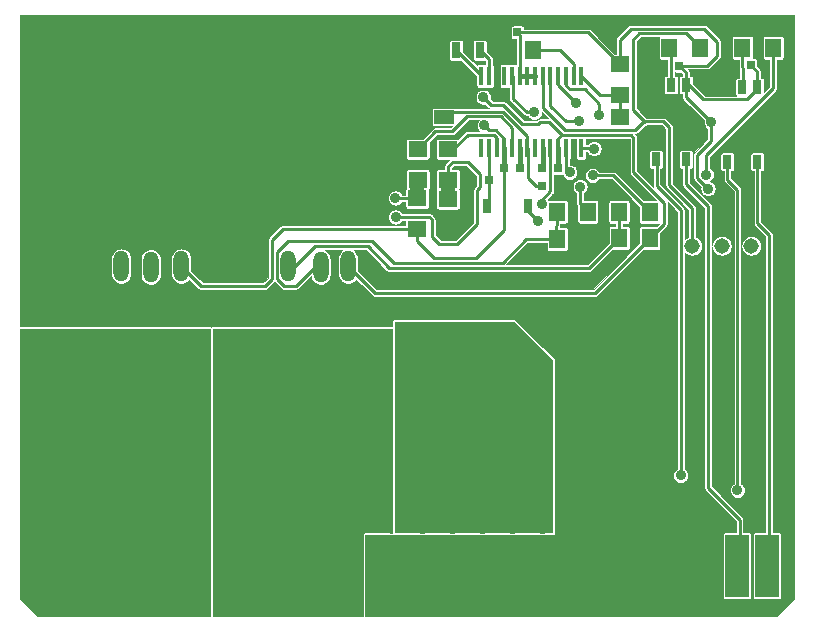
<source format=gbr>
%TF.GenerationSoftware,KiCad,Pcbnew,(5.1.10)-1*%
%TF.CreationDate,2022-07-01T20:44:37+09:00*%
%TF.ProjectId,DriveUnit_B-series(ver1.0),44726976-6555-46e6-9974-5f422d736572,rev?*%
%TF.SameCoordinates,Original*%
%TF.FileFunction,Copper,L2,Bot*%
%TF.FilePolarity,Positive*%
%FSLAX46Y46*%
G04 Gerber Fmt 4.6, Leading zero omitted, Abs format (unit mm)*
G04 Created by KiCad (PCBNEW (5.1.10)-1) date 2022-07-01 20:44:37*
%MOMM*%
%LPD*%
G01*
G04 APERTURE LIST*
%TA.AperFunction,ComponentPad*%
%ADD10O,1.308000X2.616000*%
%TD*%
%TA.AperFunction,SMDPad,CuDef*%
%ADD11R,0.450000X1.650000*%
%TD*%
%TA.AperFunction,SMDPad,CuDef*%
%ADD12R,1.650000X1.400000*%
%TD*%
%TA.AperFunction,SMDPad,CuDef*%
%ADD13R,1.400000X1.650000*%
%TD*%
%TA.AperFunction,SMDPad,CuDef*%
%ADD14R,0.780000X1.220000*%
%TD*%
%TA.AperFunction,ComponentPad*%
%ADD15C,1.308000*%
%TD*%
%TA.AperFunction,SMDPad,CuDef*%
%ADD16R,0.800000X1.200000*%
%TD*%
%TA.AperFunction,SMDPad,CuDef*%
%ADD17R,0.700000X0.800000*%
%TD*%
%TA.AperFunction,SMDPad,CuDef*%
%ADD18R,1.700000X1.200000*%
%TD*%
%TA.AperFunction,SMDPad,CuDef*%
%ADD19R,0.800000X1.400000*%
%TD*%
%TA.AperFunction,SMDPad,CuDef*%
%ADD20R,1.200000X2.300000*%
%TD*%
%TA.AperFunction,SMDPad,CuDef*%
%ADD21R,2.000000X5.300000*%
%TD*%
%TA.AperFunction,ViaPad*%
%ADD22C,0.906400*%
%TD*%
%TA.AperFunction,ViaPad*%
%ADD23C,0.756400*%
%TD*%
%TA.AperFunction,ViaPad*%
%ADD24C,0.896400*%
%TD*%
%TA.AperFunction,Conductor*%
%ADD25C,0.254000*%
%TD*%
%TA.AperFunction,Conductor*%
%ADD26C,0.152400*%
%TD*%
%TA.AperFunction,Conductor*%
%ADD27C,0.250000*%
%TD*%
%TA.AperFunction,Conductor*%
%ADD28C,0.406400*%
%TD*%
%TA.AperFunction,Conductor*%
%ADD29C,1.200000*%
%TD*%
%TA.AperFunction,Conductor*%
%ADD30C,0.076200*%
%TD*%
%TA.AperFunction,Conductor*%
%ADD31C,0.100000*%
%TD*%
G04 APERTURE END LIST*
D10*
%TO.P,3813-HA1,SOURCE*%
%TO.N,/SA*%
X129371100Y-100783600D03*
%TO.P,3813-HA1,GATE*%
%TO.N,Net-(3813-HA1-PadGATE)*%
X124291100Y-100783600D03*
%TD*%
%TO.P,3813-HB1,SOURCE*%
%TO.N,/SB*%
X143491100Y-100783600D03*
%TO.P,3813-HB1,GATE*%
%TO.N,Net-(3813-HB1-PadGATE)*%
X138411100Y-100783600D03*
%TD*%
%TO.P,3813-LA1,SOURCE*%
%TO.N,GND*%
X121711100Y-100863600D03*
%TO.P,3813-LA1,GATE*%
%TO.N,Net-(3813-LA1-PadGATE)*%
X126791100Y-100863600D03*
%TD*%
%TO.P,3813-LB1,SOURCE*%
%TO.N,GND*%
X136101100Y-100863600D03*
%TO.P,3813-LB1,GATE*%
%TO.N,Net-(3813-LB1-PadGATE)*%
X141181100Y-100863600D03*
%TD*%
D11*
%TO.P,IC1,28*%
%TO.N,Net-(IC1-Pad28)*%
X163241100Y-84683600D03*
%TO.P,IC1,27*%
%TO.N,Net-(IC1-Pad27)*%
X162591100Y-84683600D03*
%TO.P,IC1,26*%
%TO.N,/FF2*%
X161941100Y-84683600D03*
%TO.P,IC1,25*%
%TO.N,/FF1*%
X161291100Y-84683600D03*
%TO.P,IC1,24*%
%TO.N,/RESET*%
X160641100Y-84683600D03*
%TO.P,IC1,23*%
%TO.N,/PWM*%
X159991100Y-84683600D03*
%TO.P,IC1,22*%
%TO.N,/V5*%
X159341100Y-84683600D03*
%TO.P,IC1,21*%
X158691100Y-84683600D03*
%TO.P,IC1,20*%
X158041100Y-84683600D03*
%TO.P,IC1,19*%
%TO.N,/DIR*%
X157391100Y-84683600D03*
%TO.P,IC1,18*%
%TO.N,Net-(IC1-Pad18)*%
X156741100Y-84683600D03*
%TO.P,IC1,17*%
%TO.N,GND*%
X156091100Y-84683600D03*
%TO.P,IC1,16*%
%TO.N,Net-(C6-PadP$2)*%
X155441100Y-84683600D03*
%TO.P,IC1,15*%
%TO.N,Net-(C6-PadP$1)*%
X154791100Y-84683600D03*
%TO.P,IC1,14*%
%TO.N,Net-(IC1-Pad14)*%
X154791100Y-90783600D03*
%TO.P,IC1,13*%
%TO.N,Net-(C5-PadP$2)*%
X155441100Y-90783600D03*
%TO.P,IC1,12*%
%TO.N,/GLA*%
X156091100Y-90783600D03*
%TO.P,IC1,11*%
%TO.N,/SA*%
X156741100Y-90783600D03*
%TO.P,IC1,10*%
%TO.N,/GHA*%
X157391100Y-90783600D03*
%TO.P,IC1,9*%
%TO.N,Net-(C8-PadP$1)*%
X158041100Y-90783600D03*
%TO.P,IC1,8*%
%TO.N,Net-(C4-PadP$2)*%
X158691100Y-90783600D03*
%TO.P,IC1,7*%
%TO.N,Net-(IC1-Pad7)*%
X159341100Y-90783600D03*
%TO.P,IC1,6*%
%TO.N,Net-(C7-PadP$1)*%
X159991100Y-90783600D03*
%TO.P,IC1,5*%
%TO.N,/GHB*%
X160641100Y-90783600D03*
%TO.P,IC1,4*%
%TO.N,/SB*%
X161291100Y-90783600D03*
%TO.P,IC1,3*%
%TO.N,/GLB*%
X161941100Y-90783600D03*
%TO.P,IC1,1*%
%TO.N,VCC*%
X163241100Y-90783600D03*
%TO.P,IC1,2*%
%TO.N,GND*%
X162591100Y-90783600D03*
%TD*%
D12*
%TO.P,R15,RIGHT*%
%TO.N,Net-(3813-LA1-PadGATE)*%
X151941100Y-95103600D03*
%TO.P,R15,LEFT*%
%TO.N,GND*%
X151941100Y-97703600D03*
%TD*%
%TO.P,R16,RIGHT*%
%TO.N,Net-(3813-HA1-PadGATE)*%
X149371100Y-95043600D03*
%TO.P,R16,LEFT*%
%TO.N,/SA*%
X149371100Y-97643600D03*
%TD*%
D13*
%TO.P,R18,RIGHT*%
%TO.N,Net-(3813-LB1-PadGATE)*%
X161211100Y-98483600D03*
%TO.P,R18,LEFT*%
%TO.N,GND*%
X163811100Y-98483600D03*
%TD*%
%TO.P,R19,RIGHT*%
%TO.N,Net-(3813-HB1-PadGATE)*%
X166451100Y-98413600D03*
%TO.P,R19,LEFT*%
%TO.N,/SB*%
X169051100Y-98413600D03*
%TD*%
%TO.P,R1,RIGHT*%
%TO.N,Net-(R1-PadRIGHT)*%
X176891100Y-82303600D03*
%TO.P,R1,LEFT*%
%TO.N,/DIR*%
X179491100Y-82303600D03*
%TD*%
%TO.P,R9,RIGHT*%
%TO.N,Net-(R9-PadRIGHT)*%
X170701100Y-82303600D03*
%TO.P,R9,LEFT*%
%TO.N,/PWM*%
X173301100Y-82303600D03*
%TD*%
%TO.P,R10,RIGHT*%
%TO.N,Net-(3813-LB1-PadGATE)*%
X161211100Y-96173600D03*
%TO.P,R10,LEFT*%
%TO.N,/GLB*%
X163811100Y-96173600D03*
%TD*%
%TO.P,R12,RIGHT*%
%TO.N,Net-(3813-HB1-PadGATE)*%
X166441100Y-96193600D03*
%TO.P,R12,LEFT*%
%TO.N,/GHB*%
X169041100Y-96193600D03*
%TD*%
D12*
%TO.P,R20,RIGHT*%
%TO.N,/GLA*%
X151951100Y-90883600D03*
%TO.P,R20,LEFT*%
%TO.N,Net-(3813-LA1-PadGATE)*%
X151951100Y-93483600D03*
%TD*%
%TO.P,R21,RIGHT*%
%TO.N,/GHA*%
X149381100Y-90883600D03*
%TO.P,R21,LEFT*%
%TO.N,Net-(3813-HA1-PadGATE)*%
X149381100Y-93483600D03*
%TD*%
D13*
%TO.P,R13,RIGHT*%
%TO.N,GND*%
X156541100Y-82503600D03*
%TO.P,R13,LEFT*%
%TO.N,Net-(IC1-Pad27)*%
X159141100Y-82503600D03*
%TD*%
D12*
%TO.P,R2,RIGHT*%
%TO.N,GND*%
X166491100Y-90763600D03*
%TO.P,R2,LEFT*%
%TO.N,Net-(IC1-Pad28)*%
X166491100Y-88163600D03*
%TD*%
%TO.P,R14,RIGHT*%
%TO.N,Net-(IC1-Pad28)*%
X166491100Y-86283600D03*
%TO.P,R14,LEFT*%
%TO.N,/V5*%
X166491100Y-83683600D03*
%TD*%
D14*
%TO.P,D1,A*%
%TO.N,VCC*%
X158739840Y-95686880D03*
%TO.P,D1,C*%
%TO.N,Net-(C5-PadP$2)*%
X155259840Y-95686880D03*
%TD*%
D15*
%TO.P,SW4,L*%
%TO.N,Net-(SW4-PadL)*%
X177641100Y-99073600D03*
%TO.P,SW4,R*%
%TO.N,/PWM*%
X172641100Y-99073600D03*
%TO.P,SW4,C*%
%TO.N,/V5*%
X175141100Y-99073600D03*
%TD*%
D16*
%TO.P,TLP1,5*%
%TO.N,Net-(R1-PadRIGHT)*%
X176891100Y-85653600D03*
%TO.P,TLP1,4*%
%TO.N,GND*%
X175621100Y-85653600D03*
%TO.P,TLP1,3*%
%TO.N,/GND_IN*%
X175621100Y-91953600D03*
%TO.P,TLP1,6*%
%TO.N,/V5*%
X178161100Y-85653600D03*
%TO.P,TLP1,1*%
%TO.N,/DIR_IN*%
X178161100Y-91953600D03*
%TD*%
%TO.P,TLP2,5*%
%TO.N,Net-(R9-PadRIGHT)*%
X170841100Y-85453600D03*
%TO.P,TLP2,4*%
%TO.N,GND*%
X169571100Y-85453600D03*
%TO.P,TLP2,3*%
%TO.N,/PWM_IN*%
X169571100Y-91753600D03*
%TO.P,TLP2,6*%
%TO.N,/V5*%
X172111100Y-85453600D03*
%TO.P,TLP2,1*%
%TO.N,/VCC_IN*%
X172111100Y-91753600D03*
%TD*%
D17*
%TO.P,C1,P$2*%
%TO.N,/V5*%
X177591100Y-83783600D03*
%TO.P,C1,P$1*%
%TO.N,GND*%
X176191100Y-83783600D03*
%TD*%
%TO.P,C2,P$2*%
%TO.N,/V5*%
X171551100Y-83803600D03*
%TO.P,C2,P$1*%
%TO.N,GND*%
X170151100Y-83803600D03*
%TD*%
%TO.P,C3,P$2*%
%TO.N,/V5*%
X157831100Y-81003600D03*
%TO.P,C3,P$1*%
%TO.N,GND*%
X156431100Y-81003600D03*
%TD*%
%TO.P,C4,P$2*%
%TO.N,Net-(C4-PadP$2)*%
X159891100Y-94033600D03*
%TO.P,C4,P$1*%
%TO.N,GND*%
X161291100Y-94033600D03*
%TD*%
%TO.P,C5,P$2*%
%TO.N,Net-(C5-PadP$2)*%
X155431100Y-93503600D03*
%TO.P,C5,P$1*%
%TO.N,GND*%
X154031100Y-93503600D03*
%TD*%
%TO.P,C7,P$2*%
%TO.N,/SB*%
X161301100Y-92503600D03*
%TO.P,C7,P$1*%
%TO.N,Net-(C7-PadP$1)*%
X159901100Y-92503600D03*
%TD*%
%TO.P,C8,P$2*%
%TO.N,/SA*%
X156671100Y-92503600D03*
%TO.P,C8,P$1*%
%TO.N,Net-(C8-PadP$1)*%
X158071100Y-92503600D03*
%TD*%
D18*
%TO.P,C9,P$2*%
%TO.N,GND*%
X151631100Y-85063600D03*
%TO.P,C9,P$1*%
%TO.N,Net-(C4-PadP$2)*%
X151631100Y-88163600D03*
%TD*%
D19*
%TO.P,C6,P$2*%
%TO.N,Net-(C6-PadP$2)*%
X154651100Y-82503600D03*
%TO.P,C6,P$1*%
%TO.N,Net-(C6-PadP$1)*%
X152651100Y-82503600D03*
%TD*%
D15*
%TO.P,C10,C*%
%TO.N,GND*%
X155971100Y-102026199D03*
%TO.P,C10,A*%
%TO.N,VCC*%
X153471100Y-106356327D03*
%TD*%
%TO.P,C11,C*%
%TO.N,GND*%
X163917000Y-116332000D03*
%TO.P,C11,A*%
%TO.N,VCC*%
X158917000Y-116332000D03*
%TD*%
D19*
%TO.P,C13,P$2*%
%TO.N,GND*%
X161851100Y-109773600D03*
%TO.P,C13,P$1*%
%TO.N,VCC*%
X159851100Y-109773600D03*
%TD*%
D20*
%TO.P,C12,P$2*%
%TO.N,GND*%
X162601100Y-112793600D03*
%TO.P,C12,P$1*%
%TO.N,VCC*%
X159201100Y-112793600D03*
%TD*%
D21*
%TO.P,EDGE1,P$50*%
%TO.N,/SA*%
X118021100Y-126153600D03*
%TO.P,EDGE1,P$49*%
X120561100Y-126153600D03*
%TO.P,EDGE1,P$48*%
X123101100Y-126153600D03*
%TO.P,EDGE1,P$47*%
X125641100Y-126153600D03*
%TO.P,EDGE1,P$46*%
X128181100Y-126153600D03*
%TO.P,EDGE1,P$45*%
X130721100Y-126153600D03*
%TO.P,EDGE1,P$44*%
%TO.N,/SB*%
X133261100Y-126153600D03*
%TO.P,EDGE1,P$43*%
X135801100Y-126153600D03*
%TO.P,EDGE1,P$42*%
X138341100Y-126153600D03*
%TO.P,EDGE1,P$41*%
X140881100Y-126153600D03*
%TO.P,EDGE1,P$40*%
X143421100Y-126153600D03*
%TO.P,EDGE1,P$39*%
%TO.N,GND*%
X145961100Y-126153600D03*
%TO.P,EDGE1,P$38*%
X148501100Y-126153600D03*
%TO.P,EDGE1,P$37*%
X151041100Y-126153600D03*
%TO.P,EDGE1,P$36*%
X153581100Y-126153600D03*
%TO.P,EDGE1,P$35*%
X156121100Y-126153600D03*
%TO.P,EDGE1,P$34*%
X158661100Y-126153600D03*
%TO.P,EDGE1,P$33*%
X161201100Y-126153600D03*
%TO.P,EDGE1,P$32*%
X163741100Y-126153600D03*
%TO.P,EDGE1,P$31*%
X166281100Y-126153600D03*
%TO.P,EDGE1,P$30*%
X168821100Y-126153600D03*
%TO.P,EDGE1,P$29*%
X171361100Y-126153600D03*
%TO.P,EDGE1,P$28*%
X173901100Y-126153600D03*
%TO.P,EDGE1,P$27*%
%TO.N,/VCC_IN*%
X176441100Y-126153600D03*
%TO.P,EDGE1,P$26*%
%TO.N,/DIR_IN*%
X178981100Y-126153600D03*
%TD*%
D22*
%TO.N,VCC*%
X164331100Y-90843600D03*
X159615118Y-96994200D03*
D23*
X150241100Y-112303600D03*
X150241100Y-113213600D03*
X150241100Y-114123600D03*
X150241100Y-115033600D03*
X150241100Y-115943600D03*
X150241100Y-116853600D03*
X150241100Y-117763600D03*
X150241100Y-118673600D03*
X150241100Y-119583600D03*
X150241100Y-120493600D03*
X150241100Y-121403600D03*
X150241100Y-122313600D03*
X151151100Y-122313600D03*
X152061100Y-122313600D03*
X152971100Y-122313600D03*
X153881100Y-122313600D03*
X154791100Y-122313600D03*
X155701100Y-122313600D03*
X156611100Y-122313600D03*
X156611100Y-121403600D03*
X155701100Y-121403600D03*
X154791100Y-121403600D03*
X151151100Y-121403600D03*
X151151100Y-120493600D03*
X151151100Y-119583600D03*
X152061100Y-121403600D03*
X152971100Y-121403600D03*
X153881100Y-121403600D03*
X153881100Y-120493600D03*
X152971100Y-120493600D03*
X152061100Y-120493600D03*
X154791100Y-120493600D03*
X155701100Y-120493600D03*
X156611100Y-120493600D03*
X156611100Y-119583600D03*
X152061100Y-119583600D03*
X152971100Y-119583600D03*
X153881100Y-119583600D03*
X154791100Y-119583600D03*
X151151100Y-112303600D03*
X151151100Y-113213600D03*
X151151100Y-114123600D03*
X151151100Y-115033600D03*
X151151100Y-115943600D03*
X151151100Y-116853600D03*
X151151100Y-117763600D03*
X151151100Y-118673600D03*
X152061100Y-118673600D03*
X155701100Y-119583600D03*
X152971100Y-118673600D03*
X153881100Y-118673600D03*
X154791100Y-118673600D03*
X155701100Y-118673600D03*
X156611100Y-118673600D03*
X152061100Y-117763600D03*
X152971100Y-117763600D03*
X152061100Y-116853600D03*
X152971100Y-116853600D03*
X153881100Y-116853600D03*
X153881100Y-117763600D03*
X154791100Y-117763600D03*
X155701100Y-117763600D03*
X156611100Y-117763600D03*
X156611100Y-116853600D03*
X155701100Y-116853600D03*
X154791100Y-116853600D03*
X152061100Y-115943600D03*
X152971100Y-115943600D03*
X153881100Y-115943600D03*
X156611100Y-114123600D03*
X156611100Y-115033600D03*
X156611100Y-115943600D03*
X155701100Y-115943600D03*
X154791100Y-115943600D03*
X155701100Y-115033600D03*
X154791100Y-115033600D03*
X153881100Y-115033600D03*
X152971100Y-115033600D03*
X152061100Y-115033600D03*
X152061100Y-114123600D03*
X152971100Y-114123600D03*
X153881100Y-114123600D03*
X154791100Y-114123600D03*
X153881100Y-113213600D03*
X152971100Y-113213600D03*
X152061100Y-113213600D03*
X152061100Y-112303600D03*
X152971100Y-112303600D03*
X157521100Y-122313600D03*
X157521100Y-121403600D03*
X157521100Y-120493600D03*
X157521100Y-119583600D03*
X157521100Y-118673600D03*
X157521100Y-117763600D03*
X157521100Y-116853600D03*
X157521100Y-114123600D03*
X157521100Y-115033600D03*
X157521100Y-115943600D03*
X149331100Y-112303600D03*
X149331100Y-113213600D03*
X149331100Y-114123600D03*
X149331100Y-115033600D03*
X149331100Y-115943600D03*
X149331100Y-116853600D03*
X149331100Y-117763600D03*
X149331100Y-118673600D03*
X149331100Y-119583600D03*
X149331100Y-120493600D03*
X149331100Y-121403600D03*
X149331100Y-122313600D03*
X148421100Y-112303600D03*
X148421100Y-113213600D03*
X148421100Y-114123600D03*
X148421100Y-115033600D03*
X148421100Y-115943600D03*
X148421100Y-116853600D03*
X148421100Y-117763600D03*
X148421100Y-118673600D03*
X148421100Y-119583600D03*
X148421100Y-120493600D03*
X148421100Y-121403600D03*
X148421100Y-122313600D03*
D24*
%TO.N,GND*%
X175006100Y-80988219D03*
D22*
X168621100Y-81823600D03*
X169856050Y-89260400D03*
X168441100Y-92283600D03*
X166621100Y-92283600D03*
X178331100Y-116233600D03*
%TO.N,/FF2*%
X164761100Y-88006800D03*
%TO.N,/FF1*%
X162841100Y-87003600D03*
%TO.N,/RESET*%
X163081100Y-88533600D03*
%TO.N,/V5*%
X174251100Y-88603600D03*
X173981100Y-94233600D03*
%TO.N,/DIR*%
X173831100Y-93033600D03*
X159261100Y-87773600D03*
%TO.N,/SA*%
X155041100Y-88870400D03*
D23*
X117061100Y-121393600D03*
X117971100Y-121393600D03*
X117516100Y-122183600D03*
X121156100Y-122183600D03*
X118426100Y-122183600D03*
X118881100Y-121393600D03*
X117061100Y-122973600D03*
X117971100Y-122973600D03*
X118881100Y-122973600D03*
X119791100Y-122973600D03*
X128891100Y-122973600D03*
X127981100Y-122973600D03*
X127071100Y-122973600D03*
X126161100Y-122973600D03*
X125251100Y-122973600D03*
X124341100Y-122973600D03*
X123431100Y-122973600D03*
X122521100Y-122973600D03*
X121611100Y-122973600D03*
X120701100Y-122973600D03*
X120246100Y-122183600D03*
X119336100Y-122183600D03*
X119791100Y-121393600D03*
X120701100Y-121393600D03*
X121611100Y-121393600D03*
X122066100Y-122183600D03*
X122976100Y-122183600D03*
X122521100Y-121393600D03*
X123431100Y-121393600D03*
X123886100Y-122183600D03*
X124796100Y-122183600D03*
X124341100Y-121393600D03*
X125706100Y-122183600D03*
X126616100Y-122183600D03*
X125251100Y-121393600D03*
X126161100Y-121393600D03*
X127071100Y-121393600D03*
X127526100Y-122183600D03*
X128436100Y-122183600D03*
X129346100Y-122183600D03*
X130256100Y-122183600D03*
X131166100Y-122183600D03*
X130711100Y-121393600D03*
X128891100Y-121393600D03*
X129801100Y-121393600D03*
X127981100Y-121393600D03*
X117371100Y-120533600D03*
X117371100Y-119623600D03*
X117371100Y-118713600D03*
X117371100Y-117803600D03*
X117061100Y-106733600D03*
X117971100Y-106733600D03*
X117516100Y-107523600D03*
X121156100Y-107523600D03*
X118426100Y-107523600D03*
X118881100Y-106733600D03*
X117061100Y-108313600D03*
X117971100Y-108313600D03*
X118881100Y-108313600D03*
X119791100Y-108313600D03*
X128891100Y-108313600D03*
X127981100Y-108313600D03*
X127071100Y-108313600D03*
X126161100Y-108313600D03*
X125251100Y-108313600D03*
X124341100Y-108313600D03*
X123431100Y-108313600D03*
X122521100Y-108313600D03*
X121611100Y-108313600D03*
X120701100Y-108313600D03*
X120246100Y-107523600D03*
X119336100Y-107523600D03*
X119791100Y-106733600D03*
X120701100Y-106733600D03*
X121611100Y-106733600D03*
X122066100Y-107523600D03*
X122976100Y-107523600D03*
X122521100Y-106733600D03*
X123431100Y-106733600D03*
X123886100Y-107523600D03*
X124796100Y-107523600D03*
X124341100Y-106733600D03*
X125706100Y-107523600D03*
X126616100Y-107523600D03*
X125251100Y-106733600D03*
X126161100Y-106733600D03*
X127071100Y-106733600D03*
X127526100Y-107523600D03*
X128436100Y-107523600D03*
X129346100Y-107523600D03*
X130256100Y-107523600D03*
X131166100Y-107523600D03*
X130711100Y-106733600D03*
X128891100Y-106733600D03*
X129801100Y-106733600D03*
X127981100Y-106733600D03*
X130711100Y-108313600D03*
X129801100Y-108313600D03*
X129804160Y-122956320D03*
X130723640Y-122910600D03*
X117371100Y-116893600D03*
X117371100Y-115983600D03*
X117371100Y-115073600D03*
X117371100Y-114163600D03*
X117371100Y-113253600D03*
X117371100Y-112343600D03*
X117371100Y-111433600D03*
X117371100Y-110523600D03*
X117371100Y-109613600D03*
X131131100Y-120533600D03*
X131131100Y-119623600D03*
X131131100Y-118713600D03*
X131131100Y-117803600D03*
X131131100Y-116893600D03*
X131131100Y-115983600D03*
X131131100Y-115073600D03*
X131131100Y-114163600D03*
X131131100Y-113253600D03*
X131131100Y-112343600D03*
X131131100Y-111433600D03*
X131131100Y-110523600D03*
X131131100Y-109613600D03*
D22*
%TO.N,/GHB*%
X164201100Y-93103600D03*
X159901100Y-95553600D03*
%TO.N,/SB*%
X154944300Y-86483600D03*
D23*
X132461100Y-106773600D03*
X133371100Y-106773600D03*
X132916100Y-107563600D03*
X136556100Y-107563600D03*
X133826100Y-107563600D03*
X134281100Y-106773600D03*
X132461100Y-108353600D03*
X133371100Y-108353600D03*
X134281100Y-108353600D03*
X135191100Y-108353600D03*
X144291100Y-108353600D03*
X143381100Y-108353600D03*
X142471100Y-108353600D03*
X141561100Y-108353600D03*
X140651100Y-108353600D03*
X139741100Y-108353600D03*
X138831100Y-108353600D03*
X137921100Y-108353600D03*
X137011100Y-108353600D03*
X136101100Y-108353600D03*
X135646100Y-107563600D03*
X134736100Y-107563600D03*
X135191100Y-106773600D03*
X136101100Y-106773600D03*
X137011100Y-106773600D03*
X137466100Y-107563600D03*
X138376100Y-107563600D03*
X137921100Y-106773600D03*
X138831100Y-106773600D03*
X139286100Y-107563600D03*
X140196100Y-107563600D03*
X139741100Y-106773600D03*
X141106100Y-107563600D03*
X142016100Y-107563600D03*
X140651100Y-106773600D03*
X141561100Y-106773600D03*
X142471100Y-106773600D03*
X142926100Y-107563600D03*
X143836100Y-107563600D03*
X144746100Y-107563600D03*
X145656100Y-107563600D03*
X146566100Y-107563600D03*
X146111100Y-106773600D03*
X144291100Y-106773600D03*
X145201100Y-106773600D03*
X143381100Y-106773600D03*
X145201100Y-108353600D03*
X146111100Y-108353600D03*
X132531100Y-121393600D03*
X133441100Y-121393600D03*
X132986100Y-122183600D03*
X136626100Y-122183600D03*
X133896100Y-122183600D03*
X134351100Y-121393600D03*
X132531100Y-122973600D03*
X133441100Y-122973600D03*
X134351100Y-122973600D03*
X135261100Y-122973600D03*
X144361100Y-122973600D03*
X143451100Y-122973600D03*
X142541100Y-122973600D03*
X141631100Y-122973600D03*
X140721100Y-122973600D03*
X139811100Y-122973600D03*
X138901100Y-122973600D03*
X137991100Y-122973600D03*
X137081100Y-122973600D03*
X136171100Y-122973600D03*
X135716100Y-122183600D03*
X134806100Y-122183600D03*
X135261100Y-121393600D03*
X136171100Y-121393600D03*
X137081100Y-121393600D03*
X137536100Y-122183600D03*
X138446100Y-122183600D03*
X137991100Y-121393600D03*
X138901100Y-121393600D03*
X139356100Y-122183600D03*
X140266100Y-122183600D03*
X139811100Y-121393600D03*
X141176100Y-122183600D03*
X142086100Y-122183600D03*
X140721100Y-121393600D03*
X141631100Y-121393600D03*
X142541100Y-121393600D03*
X142996100Y-122183600D03*
X143906100Y-122183600D03*
X144816100Y-122183600D03*
X145726100Y-122183600D03*
X146636100Y-122183600D03*
X146181100Y-121393600D03*
X144361100Y-121393600D03*
X145271100Y-121393600D03*
X143451100Y-121393600D03*
X145313400Y-122920760D03*
X146217640Y-122951240D03*
X146601100Y-120533600D03*
X146601100Y-119623600D03*
X146601100Y-118713600D03*
X146601100Y-117803600D03*
X146601100Y-116893600D03*
X146601100Y-115983600D03*
X146601100Y-115073600D03*
X146601100Y-114163600D03*
X146601100Y-113253600D03*
X146601100Y-112343600D03*
X146601100Y-111433600D03*
X146601100Y-110523600D03*
X146601100Y-109613600D03*
X145691100Y-120533600D03*
X145691100Y-119623600D03*
X145691100Y-118713600D03*
X145691100Y-117803600D03*
X145691100Y-116893600D03*
X145691100Y-115983600D03*
X145691100Y-115073600D03*
X145691100Y-114163600D03*
X145691100Y-113253600D03*
X145691100Y-112343600D03*
X145691100Y-111433600D03*
X145691100Y-110523600D03*
X145691100Y-109613600D03*
D22*
%TO.N,/GLB*%
X163150881Y-94048000D03*
X162265360Y-92847160D03*
%TO.N,/GND_IN*%
X176461100Y-119763600D03*
%TO.N,/PWM_IN*%
X171661100Y-118503600D03*
%TO.N,Net-(3813-HA1-PadGATE)*%
X147511100Y-95013600D03*
%TO.N,Net-(3813-LA1-PadGATE)*%
X147521100Y-96623600D03*
%TD*%
D25*
%TO.N,VCC*%
X163241100Y-90783600D02*
X164271100Y-90783600D01*
D26*
X164271100Y-90783600D02*
X164331100Y-90843600D01*
D25*
X159615118Y-96987619D02*
X159615118Y-96994200D01*
D27*
X158801000Y-95752920D02*
X158801000Y-96180082D01*
X158739840Y-96118922D02*
X159615118Y-96994200D01*
X158739840Y-95686880D02*
X158739840Y-96118922D01*
D25*
%TO.N,GND*%
X176191100Y-83783600D02*
X175621100Y-84353600D01*
X175621100Y-84353600D02*
X175621100Y-85653600D01*
D26*
X170151100Y-83803600D02*
X170101100Y-83853600D01*
D25*
X170101100Y-83853600D02*
X169571100Y-84383600D01*
X169571100Y-84383600D02*
X169571100Y-85453600D01*
D26*
X156431100Y-81003600D02*
X156541100Y-81113600D01*
D25*
X156541100Y-81113600D02*
X156541100Y-82503600D01*
X156091100Y-84683600D02*
X156091100Y-82953600D01*
X156091100Y-82953600D02*
X156541100Y-82503600D01*
X165491100Y-90763600D02*
X166491100Y-90763600D01*
X163811100Y-98483600D02*
X163725146Y-98247841D01*
X163725146Y-98247841D02*
X164939700Y-97033288D01*
X164939700Y-97033288D02*
X164939700Y-94882200D01*
X176191100Y-83783600D02*
X175191100Y-82783600D01*
X175191100Y-81393219D02*
X175191100Y-82783600D01*
X175191100Y-81393219D02*
X174976100Y-81178219D01*
X174976100Y-80988219D02*
X174976100Y-81178219D01*
D26*
X174976100Y-80988219D02*
X175006100Y-80988219D01*
D25*
X168621100Y-81823600D02*
X168621100Y-82373600D01*
X168621100Y-82373600D02*
X170101100Y-83853600D01*
X151941100Y-97703600D02*
X154031100Y-95613600D01*
X154031100Y-95613600D02*
X154031100Y-93503600D01*
X169856050Y-89260400D02*
X168441100Y-90675350D01*
X168441100Y-90675350D02*
X168441100Y-92283600D01*
X166621100Y-92283600D02*
X166621100Y-90893600D01*
%TO.N,Net-(IC1-Pad28)*%
X166491100Y-86283600D02*
X166491100Y-88163600D01*
X166491100Y-86283600D02*
X164841100Y-86283600D01*
X164841100Y-86283600D02*
X163241100Y-84683600D01*
%TO.N,Net-(IC1-Pad27)*%
X159141100Y-82503600D02*
X161461100Y-82503600D01*
X162591100Y-83633600D02*
X162591100Y-84683600D01*
X161461100Y-82503600D02*
X162591100Y-83633600D01*
%TO.N,/FF2*%
X164761100Y-88006800D02*
X164761100Y-87046800D01*
X164761100Y-87046800D02*
X163521100Y-85806800D01*
X163521100Y-85806800D02*
X162251100Y-85806800D01*
X162251100Y-85806800D02*
X161941100Y-85496800D01*
X161941100Y-85496800D02*
X161941100Y-84683600D01*
%TO.N,/FF1*%
X162841100Y-87003600D02*
X162815968Y-87003600D01*
X162815968Y-87003600D02*
X161291100Y-85478732D01*
X161291100Y-85478732D02*
X161291100Y-84683600D01*
%TO.N,/RESET*%
X163081100Y-88533600D02*
X161971100Y-88533600D01*
X161971100Y-88533600D02*
X160641100Y-87203600D01*
X160641100Y-87203600D02*
X160641100Y-84683600D01*
%TO.N,/PWM*%
X172135787Y-81090000D02*
X168176412Y-81090000D01*
D26*
X173301100Y-82303600D02*
X173292165Y-82246379D01*
D25*
X173292165Y-82246379D02*
X172135787Y-81090000D01*
X168176412Y-81090000D02*
X167621100Y-81645313D01*
X161851100Y-89273600D02*
X159991100Y-87413600D01*
X159991100Y-87413600D02*
X159991100Y-84683600D01*
X172641100Y-99073600D02*
X172641100Y-95903600D01*
X170691100Y-93953600D02*
X170691100Y-89033600D01*
X170691100Y-89033600D02*
X170181100Y-88523600D01*
X170181100Y-88523600D02*
X168571100Y-88523600D01*
X172641100Y-95903600D02*
X170691100Y-93953600D01*
X167621100Y-81645313D02*
X167621100Y-87573600D01*
X167621100Y-87573600D02*
X168571100Y-88523600D01*
X168571100Y-88523600D02*
X168651100Y-88603600D01*
D27*
X167830499Y-89264201D02*
X161860499Y-89264201D01*
X168571100Y-88523600D02*
X167830499Y-89264201D01*
D26*
%TO.N,/V5*%
X157831100Y-81003600D02*
X158041100Y-81213600D01*
D25*
X158041100Y-81213600D02*
X158041100Y-84503600D01*
D26*
X158041100Y-84503600D02*
X158041100Y-84683600D01*
D25*
X177591100Y-83783600D02*
X178161100Y-84353600D01*
X178161100Y-84353600D02*
X178161100Y-85653600D01*
X172111100Y-85453600D02*
X172111100Y-84363600D01*
X172111100Y-84363600D02*
X171551100Y-83803600D01*
X166491100Y-83683600D02*
X163851100Y-81003600D01*
X163851100Y-81003600D02*
X157831100Y-81003600D01*
D28*
X159341100Y-84683600D02*
X158221100Y-84683600D01*
D26*
X158221100Y-84683600D02*
X158041100Y-84503600D01*
D25*
X167449500Y-80675200D02*
X166491100Y-81633600D01*
X166491100Y-83683600D02*
X166491100Y-81633600D01*
X167449500Y-80675200D02*
X173650987Y-80675200D01*
X174761100Y-81785313D02*
X174761100Y-82973600D01*
X174761100Y-82973600D02*
X173931100Y-83803600D01*
X173931100Y-83803600D02*
X171551100Y-83803600D01*
X173650987Y-80675200D02*
X174761100Y-81785313D01*
D26*
X172111100Y-85453600D02*
X172361100Y-85453600D01*
D25*
X172361100Y-85453600D02*
X173581100Y-86673600D01*
X178161100Y-85796888D02*
X177284387Y-86673600D01*
D26*
X178161100Y-85796888D02*
X178161100Y-85653600D01*
D25*
X173581100Y-86673600D02*
X177284387Y-86673600D01*
X172111100Y-85453600D02*
X172111100Y-86463600D01*
X172111100Y-86463600D02*
X174251100Y-88603600D01*
X174251100Y-90152544D02*
X174251100Y-88603600D01*
X173981100Y-94233600D02*
X173962950Y-94233600D01*
X173962950Y-94233600D02*
X173054300Y-93324950D01*
X173054300Y-93324950D02*
X173054300Y-91349344D01*
X173054300Y-91349344D02*
X174251100Y-90152544D01*
D28*
X158691100Y-84683600D02*
X159341100Y-84683600D01*
D25*
%TO.N,/DIR*%
X179491100Y-82303600D02*
X179491100Y-85733597D01*
X179491100Y-85733597D02*
X173831100Y-91393600D01*
X173831100Y-91393600D02*
X173831100Y-93033600D01*
X157391100Y-84683600D02*
X157431100Y-84723600D01*
D26*
X157431100Y-84723600D02*
X157461100Y-84753600D01*
D25*
X157461100Y-84753600D02*
X157461100Y-86603600D01*
X157461100Y-86603600D02*
X158631100Y-87773600D01*
X159261100Y-87773600D02*
X158631100Y-87773600D01*
%TO.N,Net-(C6-PadP$2)*%
X154651100Y-82503600D02*
X155441100Y-83293600D01*
X155441100Y-83293600D02*
X155441100Y-84683600D01*
%TO.N,Net-(C6-PadP$1)*%
X152651100Y-82503600D02*
X154791100Y-84643600D01*
D26*
X154791100Y-84643600D02*
X154791100Y-84683600D01*
D25*
%TO.N,Net-(C5-PadP$2)*%
X155431100Y-93503600D02*
X155431100Y-90793600D01*
D26*
X155431100Y-90793600D02*
X155441100Y-90783600D01*
X155441100Y-93513600D02*
X155431100Y-93503600D01*
D27*
X155431100Y-95802060D02*
X155437840Y-95808800D01*
X155431100Y-93503600D02*
X155431100Y-95802060D01*
D26*
%TO.N,/GLA*%
X151951100Y-90883600D02*
X152391100Y-90883600D01*
D25*
X153614700Y-89660000D02*
X152391100Y-90883600D01*
X155820787Y-89660000D02*
X156091100Y-89930313D01*
X156091100Y-89930313D02*
X156091100Y-90783600D01*
X153614700Y-89660000D02*
X155820787Y-89660000D01*
D28*
%TO.N,/SA*%
X156741100Y-90783600D02*
X156741100Y-92433600D01*
X156741100Y-92433600D02*
X156671100Y-92503600D01*
D25*
X156671100Y-92503600D02*
X156669700Y-92505000D01*
X156669700Y-92505000D02*
X156669700Y-97738288D01*
X156669700Y-97738288D02*
X154334387Y-100073600D01*
X154334387Y-100073600D02*
X150781100Y-100073600D01*
X150781100Y-100073600D02*
X149371100Y-98663600D01*
X149371100Y-98663600D02*
X149371100Y-97643600D01*
D26*
X149371100Y-97643600D02*
X149356300Y-97628800D01*
D25*
X136471100Y-102473600D02*
X131061100Y-102473600D01*
X131061100Y-102473600D02*
X129371100Y-100783600D01*
X155041100Y-88870400D02*
X155424300Y-89253600D01*
X155424300Y-89253600D02*
X156006231Y-89253600D01*
X156006231Y-89253600D02*
X156741100Y-89988469D01*
X156741100Y-89988469D02*
X156741100Y-90783600D01*
X137033700Y-101911000D02*
X136471100Y-102473600D01*
D27*
X137054090Y-98543790D02*
X137969080Y-97628800D01*
X137033700Y-101909180D02*
X137054090Y-101888790D01*
X137033700Y-101911000D02*
X137033700Y-101909180D01*
X137054090Y-101888790D02*
X137054090Y-98543790D01*
D25*
X149356300Y-97628800D02*
X137969080Y-97628800D01*
%TO.N,/GHA*%
X157391100Y-89090313D02*
X157391100Y-90783600D01*
X149381100Y-90883600D02*
X150901100Y-89363600D01*
X152341100Y-89363600D02*
X153591100Y-88113600D01*
X153591100Y-88113600D02*
X156414387Y-88113600D01*
X156414387Y-88113600D02*
X157391100Y-89090313D01*
X150901100Y-89363600D02*
X152341100Y-89363600D01*
D28*
%TO.N,Net-(C8-PadP$1)*%
X158051100Y-90793600D02*
X158051100Y-92483600D01*
X158071100Y-92503600D02*
X158051100Y-92483600D01*
D26*
X158051100Y-90793600D02*
X158041100Y-90783600D01*
D25*
%TO.N,Net-(C4-PadP$2)*%
X159891100Y-94033600D02*
X159385328Y-94033600D01*
X159385328Y-94033600D02*
X158701100Y-93338063D01*
X158691100Y-90783600D02*
X158701100Y-90793600D01*
X158701100Y-90793600D02*
X158701100Y-93338063D01*
X156621100Y-87703600D02*
X152091100Y-87703600D01*
X151631100Y-88163600D02*
X152091100Y-87703600D01*
X158691100Y-89773600D02*
X158691100Y-90783600D01*
X156621100Y-87703600D02*
X158691100Y-89773600D01*
D28*
%TO.N,Net-(C7-PadP$1)*%
X159991100Y-90783600D02*
X159991100Y-92413600D01*
D26*
X159991100Y-92413600D02*
X159901100Y-92503600D01*
D25*
%TO.N,/GHB*%
X169041100Y-96193600D02*
X165951100Y-93103600D01*
X165951100Y-93103600D02*
X164201100Y-93103600D01*
X160520500Y-94549332D02*
X160520500Y-94534200D01*
X159901100Y-95553600D02*
X159901100Y-95168732D01*
X159901100Y-95168732D02*
X160520500Y-94549332D01*
X160641100Y-94413600D02*
X160641100Y-90783600D01*
X160520500Y-94534200D02*
X160641100Y-94413600D01*
D28*
%TO.N,/SB*%
X161301100Y-92503600D02*
X161301100Y-90793600D01*
D26*
X161301100Y-90793600D02*
X161291100Y-90783600D01*
D25*
X143491100Y-100783600D02*
X145756162Y-103048663D01*
X164416037Y-103048663D02*
X145756162Y-103048663D01*
D26*
X169051100Y-98413600D02*
X168991100Y-98473600D01*
D25*
X168991100Y-98473600D02*
X164416037Y-103048663D01*
X170239700Y-95423913D02*
X170239700Y-97225000D01*
X170239700Y-97225000D02*
X168991100Y-98473600D01*
X159769750Y-88596800D02*
X160482450Y-88596800D01*
X159596150Y-88770400D02*
X159769750Y-88596800D01*
X160482450Y-88596800D02*
X161573531Y-89687882D01*
D26*
X141161100Y-126003600D02*
X141161100Y-124003600D01*
X143161100Y-126003600D02*
X143421100Y-126153600D01*
D25*
X161581412Y-89680000D02*
X161573531Y-89687882D01*
X167664700Y-89918913D02*
X167425787Y-89680000D01*
X170239700Y-95423913D02*
X167664700Y-92848913D01*
X167664700Y-92848913D02*
X167664700Y-89918913D01*
X161291100Y-90783600D02*
X161291100Y-89970313D01*
X161291100Y-89970313D02*
X161573531Y-89687882D01*
X154944300Y-86483600D02*
X155607900Y-87147200D01*
X155607900Y-87147200D02*
X156639437Y-87147200D01*
X156639437Y-87147200D02*
X158262637Y-88770400D01*
X158262637Y-88770400D02*
X159596150Y-88770400D01*
D27*
X161581413Y-89680000D02*
X161573531Y-89687882D01*
X167425787Y-89680000D02*
X161581413Y-89680000D01*
D25*
%TO.N,/GLB*%
X163811100Y-96173600D02*
X163150881Y-95513382D01*
X163150881Y-95513382D02*
X163150881Y-94048000D01*
X161953500Y-90796000D02*
X161941100Y-90783600D01*
D27*
X161941100Y-92522900D02*
X162265360Y-92847160D01*
X161941100Y-90783600D02*
X161941100Y-92522900D01*
D25*
%TO.N,Net-(R1-PadRIGHT)*%
X176891100Y-82303600D02*
X176901100Y-85643600D01*
D26*
X176891100Y-85653600D02*
X176901100Y-85643600D01*
%TO.N,Net-(R9-PadRIGHT)*%
X170701100Y-82303600D02*
X170831100Y-82303600D01*
D25*
X170831100Y-82303600D02*
X170831100Y-85443600D01*
D26*
X170841100Y-85453600D02*
X170831100Y-85443600D01*
D25*
%TO.N,/GND_IN*%
X176461100Y-94303600D02*
X176461100Y-119763600D01*
X175621100Y-93463600D02*
X175621100Y-91953600D01*
X176461100Y-94303600D02*
X175621100Y-93463600D01*
%TO.N,/DIR_IN*%
X178161100Y-91953600D02*
X178161100Y-97163600D01*
X178161100Y-97163600D02*
X179131100Y-98133600D01*
X179131100Y-98133600D02*
X179131100Y-126003600D01*
D26*
X179131100Y-126003600D02*
X178981100Y-126153600D01*
%TO.N,/PWM_IN*%
X169571100Y-91753600D02*
X169631100Y-91813600D01*
D25*
X169631100Y-94003600D02*
X171691100Y-96063600D01*
X171691100Y-96063600D02*
X171691100Y-118473600D01*
D26*
X171691100Y-118473600D02*
X171661100Y-118503600D01*
D25*
X169631100Y-91813600D02*
X169631100Y-94003600D01*
%TO.N,/VCC_IN*%
X172111100Y-91753600D02*
X172111100Y-93853600D01*
X172111100Y-93853600D02*
X173981100Y-95723600D01*
D26*
X176661100Y-125933600D02*
X176441100Y-126153600D01*
D25*
X173981100Y-95723600D02*
X173981100Y-119573600D01*
X173981100Y-119573600D02*
X176661100Y-122253600D01*
X176661100Y-122253600D02*
X176661100Y-125933600D01*
D26*
%TO.N,Net-(3813-HA1-PadGATE)*%
X149381100Y-93483600D02*
X149371100Y-93493600D01*
D29*
X149371100Y-93493600D02*
X149371100Y-95043600D01*
D25*
X149371100Y-95043600D02*
X147541100Y-95043600D01*
D26*
X147541100Y-95043600D02*
X147511100Y-95013600D01*
D29*
%TO.N,Net-(3813-LA1-PadGATE)*%
X151951100Y-93483600D02*
X151951100Y-95093600D01*
D26*
X151951100Y-95093600D02*
X151941100Y-95103600D01*
D25*
X150587500Y-98308288D02*
X151201412Y-98922200D01*
X151201412Y-98922200D02*
X152750787Y-98922200D01*
X150587500Y-98308288D02*
X150587500Y-96831713D01*
D26*
X151971100Y-93483600D02*
X151951100Y-93483600D01*
D25*
X153641100Y-91953600D02*
X152351100Y-91953600D01*
X152351100Y-91953600D02*
X151971100Y-92333600D01*
X151971100Y-92333600D02*
X151971100Y-93483600D01*
X154689700Y-93002200D02*
X153641100Y-91953600D01*
X150379387Y-96623600D02*
X147521100Y-96623600D01*
X150587500Y-96831713D02*
X150379387Y-96623600D01*
D27*
X152750787Y-98922200D02*
X154435510Y-97237477D01*
X154689700Y-94094322D02*
X154689700Y-93002200D01*
X154435510Y-94348512D02*
X154689700Y-94094322D01*
X154435510Y-97237477D02*
X154435510Y-94348512D01*
D26*
%TO.N,Net-(3813-HB1-PadGATE)*%
X166441100Y-96193600D02*
X166451100Y-96203600D01*
D25*
X166451100Y-96203600D02*
X166451100Y-98413600D01*
X166451100Y-98413600D02*
X163911100Y-100953600D01*
X146991100Y-100953600D02*
X145161100Y-99123600D01*
X145161100Y-99123600D02*
X140711100Y-99123600D01*
X140711100Y-99123600D02*
X138951100Y-100883600D01*
X138951100Y-100883600D02*
X138411100Y-100783600D01*
X163911100Y-100953600D02*
X146991100Y-100953600D01*
%TO.N,Net-(3813-LB1-PadGATE)*%
X161211100Y-96173600D02*
X161111100Y-98473600D01*
D26*
X161211100Y-98483600D02*
X161111100Y-98473600D01*
D25*
X161211100Y-98483600D02*
X158601100Y-98483600D01*
X145541100Y-98623600D02*
X147411100Y-100493600D01*
X158601100Y-98483600D02*
X156591100Y-100493600D01*
X156591100Y-100493600D02*
X147411100Y-100493600D01*
X139084500Y-102460200D02*
X138065512Y-102460200D01*
X138065512Y-102460200D02*
X137458500Y-101853188D01*
X137458500Y-101853188D02*
X137458500Y-99554013D01*
X137458500Y-99554013D02*
X138388912Y-98623600D01*
X138388912Y-98623600D02*
X145541100Y-98623600D01*
X141181100Y-100863600D02*
X140681100Y-100863600D01*
X140681100Y-100863600D02*
X139084500Y-102460200D01*
%TD*%
D30*
%TO.N,VCC*%
X160789200Y-108747819D02*
X160789200Y-123312179D01*
X160201100Y-123312179D01*
X160163756Y-123315857D01*
X160127846Y-123326750D01*
X160094752Y-123344439D01*
X160073720Y-123361700D01*
X159788480Y-123361700D01*
X159767448Y-123344439D01*
X159734354Y-123326750D01*
X159698444Y-123315857D01*
X159661100Y-123312179D01*
X157661100Y-123312179D01*
X157623756Y-123315857D01*
X157587846Y-123326750D01*
X157554752Y-123344439D01*
X157533720Y-123361700D01*
X157248480Y-123361700D01*
X157227448Y-123344439D01*
X157194354Y-123326750D01*
X157158444Y-123315857D01*
X157121100Y-123312179D01*
X155121100Y-123312179D01*
X155083756Y-123315857D01*
X155047846Y-123326750D01*
X155014752Y-123344439D01*
X154993720Y-123361700D01*
X154708480Y-123361700D01*
X154687448Y-123344439D01*
X154654354Y-123326750D01*
X154618444Y-123315857D01*
X154581100Y-123312179D01*
X152581100Y-123312179D01*
X152543756Y-123315857D01*
X152507846Y-123326750D01*
X152474752Y-123344439D01*
X152453720Y-123361700D01*
X152168480Y-123361700D01*
X152147448Y-123344439D01*
X152114354Y-123326750D01*
X152078444Y-123315857D01*
X152041100Y-123312179D01*
X150041100Y-123312179D01*
X150003756Y-123315857D01*
X149967846Y-123326750D01*
X149934752Y-123344439D01*
X149913720Y-123361700D01*
X149628480Y-123361700D01*
X149607448Y-123344439D01*
X149574354Y-123326750D01*
X149538444Y-123315857D01*
X149501100Y-123312179D01*
X147501100Y-123312179D01*
X147463756Y-123315857D01*
X147443000Y-123322153D01*
X147443000Y-105485500D01*
X157526881Y-105485500D01*
X160789200Y-108747819D01*
%TA.AperFunction,Conductor*%
D31*
G36*
X160789200Y-108747819D02*
G01*
X160789200Y-123312179D01*
X160201100Y-123312179D01*
X160163756Y-123315857D01*
X160127846Y-123326750D01*
X160094752Y-123344439D01*
X160073720Y-123361700D01*
X159788480Y-123361700D01*
X159767448Y-123344439D01*
X159734354Y-123326750D01*
X159698444Y-123315857D01*
X159661100Y-123312179D01*
X157661100Y-123312179D01*
X157623756Y-123315857D01*
X157587846Y-123326750D01*
X157554752Y-123344439D01*
X157533720Y-123361700D01*
X157248480Y-123361700D01*
X157227448Y-123344439D01*
X157194354Y-123326750D01*
X157158444Y-123315857D01*
X157121100Y-123312179D01*
X155121100Y-123312179D01*
X155083756Y-123315857D01*
X155047846Y-123326750D01*
X155014752Y-123344439D01*
X154993720Y-123361700D01*
X154708480Y-123361700D01*
X154687448Y-123344439D01*
X154654354Y-123326750D01*
X154618444Y-123315857D01*
X154581100Y-123312179D01*
X152581100Y-123312179D01*
X152543756Y-123315857D01*
X152507846Y-123326750D01*
X152474752Y-123344439D01*
X152453720Y-123361700D01*
X152168480Y-123361700D01*
X152147448Y-123344439D01*
X152114354Y-123326750D01*
X152078444Y-123315857D01*
X152041100Y-123312179D01*
X150041100Y-123312179D01*
X150003756Y-123315857D01*
X149967846Y-123326750D01*
X149934752Y-123344439D01*
X149913720Y-123361700D01*
X149628480Y-123361700D01*
X149607448Y-123344439D01*
X149574354Y-123326750D01*
X149538444Y-123315857D01*
X149501100Y-123312179D01*
X147501100Y-123312179D01*
X147463756Y-123315857D01*
X147443000Y-123322153D01*
X147443000Y-105485500D01*
X157526881Y-105485500D01*
X160789200Y-108747819D01*
G37*
%TD.AperFunction*%
%TD*%
D30*
%TO.N,GND*%
X181277999Y-128977463D02*
X179814964Y-130440499D01*
X144977800Y-130440499D01*
X144977800Y-123590300D01*
X147237300Y-123590300D01*
X147274465Y-123586640D01*
X147310201Y-123575799D01*
X147321100Y-123569973D01*
X147331999Y-123575799D01*
X147367735Y-123586640D01*
X147404900Y-123590300D01*
X160827300Y-123590300D01*
X160864465Y-123586640D01*
X160900201Y-123575799D01*
X160933136Y-123558195D01*
X160962004Y-123534504D01*
X160985695Y-123505636D01*
X161003299Y-123472701D01*
X161014140Y-123436965D01*
X161017800Y-123399800D01*
X161017800Y-108732037D01*
X161014140Y-108694872D01*
X161003299Y-108659136D01*
X160985695Y-108626201D01*
X160962004Y-108597333D01*
X157677367Y-105312696D01*
X157648499Y-105289005D01*
X157615564Y-105271401D01*
X157579828Y-105260560D01*
X157542663Y-105256900D01*
X147404900Y-105256900D01*
X147367735Y-105260560D01*
X147331999Y-105271401D01*
X147299064Y-105289005D01*
X147270196Y-105312696D01*
X147246505Y-105341564D01*
X147228901Y-105374499D01*
X147218060Y-105410235D01*
X147214400Y-105447400D01*
X147214400Y-105886900D01*
X131994900Y-105886900D01*
X131957735Y-105890560D01*
X131921999Y-105901401D01*
X131916100Y-105904554D01*
X131910201Y-105901401D01*
X131874465Y-105890560D01*
X131837300Y-105886900D01*
X115724201Y-105886900D01*
X115724201Y-100088114D01*
X123446600Y-100088114D01*
X123446601Y-101479087D01*
X123458820Y-101603151D01*
X123507110Y-101762340D01*
X123585528Y-101909049D01*
X123691060Y-102037641D01*
X123819652Y-102143173D01*
X123966361Y-102221591D01*
X124125550Y-102269881D01*
X124291100Y-102286186D01*
X124456651Y-102269881D01*
X124615840Y-102221591D01*
X124762549Y-102143173D01*
X124891141Y-102037641D01*
X124996673Y-101909049D01*
X125075091Y-101762340D01*
X125123381Y-101603151D01*
X125127720Y-101559086D01*
X125946600Y-101559086D01*
X125958819Y-101683150D01*
X126007109Y-101842339D01*
X126085527Y-101989048D01*
X126191059Y-102117641D01*
X126319651Y-102223173D01*
X126466360Y-102301591D01*
X126625549Y-102349881D01*
X126791100Y-102366186D01*
X126956650Y-102349881D01*
X127115839Y-102301591D01*
X127262548Y-102223173D01*
X127391141Y-102117641D01*
X127496673Y-101989049D01*
X127575091Y-101842340D01*
X127623381Y-101683151D01*
X127635600Y-101559087D01*
X127635600Y-100168113D01*
X127627721Y-100088114D01*
X128526600Y-100088114D01*
X128526601Y-101479087D01*
X128538820Y-101603151D01*
X128587110Y-101762340D01*
X128665528Y-101909049D01*
X128771060Y-102037641D01*
X128899652Y-102143173D01*
X129046361Y-102221591D01*
X129205550Y-102269881D01*
X129371100Y-102286186D01*
X129536651Y-102269881D01*
X129695840Y-102221591D01*
X129842549Y-102143173D01*
X129971141Y-102037641D01*
X130063540Y-101925052D01*
X130825563Y-102687076D01*
X130835507Y-102699193D01*
X130867524Y-102725468D01*
X130883853Y-102738869D01*
X130939010Y-102768351D01*
X130998859Y-102786506D01*
X131061100Y-102792636D01*
X131076696Y-102791100D01*
X136455504Y-102791100D01*
X136471100Y-102792636D01*
X136486696Y-102791100D01*
X136533341Y-102786506D01*
X136593190Y-102768351D01*
X136648347Y-102738869D01*
X136696693Y-102699193D01*
X136706642Y-102687070D01*
X137269234Y-102124479D01*
X137274438Y-102118138D01*
X137829975Y-102673676D01*
X137839919Y-102685793D01*
X137888264Y-102725468D01*
X137888265Y-102725469D01*
X137943422Y-102754951D01*
X138003271Y-102773106D01*
X138065512Y-102779236D01*
X138081108Y-102777700D01*
X139068904Y-102777700D01*
X139084500Y-102779236D01*
X139100096Y-102777700D01*
X139146741Y-102773106D01*
X139206590Y-102754951D01*
X139261747Y-102725469D01*
X139310093Y-102685793D01*
X139320042Y-102673670D01*
X140345389Y-101648324D01*
X140348819Y-101683150D01*
X140397109Y-101842339D01*
X140475527Y-101989048D01*
X140581059Y-102117641D01*
X140709651Y-102223173D01*
X140856360Y-102301591D01*
X141015549Y-102349881D01*
X141181100Y-102366186D01*
X141346650Y-102349881D01*
X141505839Y-102301591D01*
X141652548Y-102223173D01*
X141781141Y-102117641D01*
X141886673Y-101989049D01*
X141965091Y-101842340D01*
X142013381Y-101683151D01*
X142025600Y-101559087D01*
X142025600Y-100168113D01*
X142013381Y-100044049D01*
X141965091Y-99884860D01*
X141886673Y-99738151D01*
X141781141Y-99609559D01*
X141652549Y-99504027D01*
X141534821Y-99441100D01*
X142998847Y-99441100D01*
X142891059Y-99529559D01*
X142785527Y-99658152D01*
X142707109Y-99804861D01*
X142658819Y-99964050D01*
X142646600Y-100088114D01*
X142646601Y-101479087D01*
X142658820Y-101603151D01*
X142707110Y-101762340D01*
X142785528Y-101909049D01*
X142891060Y-102037641D01*
X143019652Y-102143173D01*
X143166361Y-102221591D01*
X143325550Y-102269881D01*
X143491100Y-102286186D01*
X143656651Y-102269881D01*
X143815840Y-102221591D01*
X143962549Y-102143173D01*
X144091141Y-102037641D01*
X144183540Y-101925052D01*
X145520625Y-103262139D01*
X145530569Y-103274256D01*
X145578915Y-103313932D01*
X145634072Y-103343414D01*
X145693921Y-103361569D01*
X145740566Y-103366163D01*
X145740568Y-103366163D01*
X145756161Y-103367699D01*
X145771757Y-103366163D01*
X164400441Y-103366163D01*
X164416037Y-103367699D01*
X164431633Y-103366163D01*
X164478278Y-103361569D01*
X164538127Y-103343414D01*
X164593284Y-103313932D01*
X164641630Y-103274256D01*
X164651579Y-103262133D01*
X168483692Y-99430021D01*
X169751100Y-99430021D01*
X169788444Y-99426343D01*
X169824354Y-99415450D01*
X169857448Y-99397761D01*
X169886455Y-99373955D01*
X169910261Y-99344948D01*
X169927950Y-99311854D01*
X169938843Y-99275944D01*
X169942521Y-99238600D01*
X169942521Y-97971192D01*
X170453176Y-97460537D01*
X170465293Y-97450593D01*
X170504969Y-97402247D01*
X170534451Y-97347090D01*
X170552606Y-97287241D01*
X170557200Y-97240596D01*
X170558736Y-97225001D01*
X170557200Y-97209405D01*
X170557200Y-95439509D01*
X170558736Y-95423913D01*
X170553966Y-95375478D01*
X171373600Y-96195113D01*
X171373601Y-117925950D01*
X171356194Y-117933160D01*
X171250765Y-118003605D01*
X171161105Y-118093265D01*
X171090660Y-118198694D01*
X171042137Y-118315840D01*
X171017400Y-118440201D01*
X171017400Y-118566999D01*
X171042137Y-118691360D01*
X171090660Y-118808506D01*
X171161105Y-118913935D01*
X171250765Y-119003595D01*
X171356194Y-119074040D01*
X171473340Y-119122563D01*
X171597701Y-119147300D01*
X171724499Y-119147300D01*
X171848860Y-119122563D01*
X171966006Y-119074040D01*
X172071435Y-119003595D01*
X172161095Y-118913935D01*
X172231540Y-118808506D01*
X172280063Y-118691360D01*
X172304800Y-118566999D01*
X172304800Y-118440201D01*
X172280063Y-118315840D01*
X172231540Y-118198694D01*
X172161095Y-118093265D01*
X172071435Y-118003605D01*
X172008600Y-117961620D01*
X172008600Y-99635403D01*
X172102763Y-99729566D01*
X172241079Y-99821986D01*
X172394768Y-99885646D01*
X172557924Y-99918100D01*
X172724276Y-99918100D01*
X172887432Y-99885646D01*
X173041121Y-99821986D01*
X173179437Y-99729566D01*
X173297066Y-99611937D01*
X173389486Y-99473621D01*
X173453146Y-99319932D01*
X173485600Y-99156776D01*
X173485600Y-98990424D01*
X173453146Y-98827268D01*
X173389486Y-98673579D01*
X173297066Y-98535263D01*
X173179437Y-98417634D01*
X173041121Y-98325214D01*
X172958600Y-98291033D01*
X172958600Y-95919192D01*
X172960136Y-95903599D01*
X172958248Y-95884431D01*
X172954006Y-95841359D01*
X172935851Y-95781510D01*
X172906369Y-95726353D01*
X172866693Y-95678007D01*
X172854576Y-95668063D01*
X171008600Y-93822088D01*
X171008600Y-91153600D01*
X171519679Y-91153600D01*
X171519679Y-92353600D01*
X171523357Y-92390944D01*
X171534250Y-92426854D01*
X171551939Y-92459948D01*
X171575745Y-92488955D01*
X171604752Y-92512761D01*
X171637846Y-92530450D01*
X171673756Y-92541343D01*
X171711100Y-92545021D01*
X171793600Y-92545021D01*
X171793601Y-93837994D01*
X171792064Y-93853600D01*
X171798194Y-93915840D01*
X171816349Y-93975689D01*
X171816350Y-93975690D01*
X171845832Y-94030847D01*
X171885508Y-94079193D01*
X171897625Y-94089137D01*
X173663600Y-95855113D01*
X173663601Y-119557994D01*
X173662064Y-119573600D01*
X173668194Y-119635840D01*
X173686349Y-119695689D01*
X173686350Y-119695690D01*
X173715832Y-119750847D01*
X173755508Y-119799193D01*
X173767625Y-119809137D01*
X176343600Y-122385113D01*
X176343600Y-123312179D01*
X175441100Y-123312179D01*
X175403756Y-123315857D01*
X175367846Y-123326750D01*
X175334752Y-123344439D01*
X175305745Y-123368245D01*
X175281939Y-123397252D01*
X175264250Y-123430346D01*
X175253357Y-123466256D01*
X175249679Y-123503600D01*
X175249679Y-128803600D01*
X175253357Y-128840944D01*
X175264250Y-128876854D01*
X175281939Y-128909948D01*
X175305745Y-128938955D01*
X175334752Y-128962761D01*
X175367846Y-128980450D01*
X175403756Y-128991343D01*
X175441100Y-128995021D01*
X177441100Y-128995021D01*
X177478444Y-128991343D01*
X177514354Y-128980450D01*
X177547448Y-128962761D01*
X177576455Y-128938955D01*
X177600261Y-128909948D01*
X177617950Y-128876854D01*
X177628843Y-128840944D01*
X177632521Y-128803600D01*
X177632521Y-123503600D01*
X177628843Y-123466256D01*
X177617950Y-123430346D01*
X177600261Y-123397252D01*
X177576455Y-123368245D01*
X177547448Y-123344439D01*
X177514354Y-123326750D01*
X177478444Y-123315857D01*
X177441100Y-123312179D01*
X176978600Y-123312179D01*
X176978600Y-122269192D01*
X176980136Y-122253599D01*
X176978600Y-122238004D01*
X176974006Y-122191359D01*
X176955851Y-122131510D01*
X176926369Y-122076353D01*
X176886693Y-122028007D01*
X176874577Y-122018064D01*
X174298600Y-119442088D01*
X174298600Y-99166831D01*
X174329054Y-99319932D01*
X174392714Y-99473621D01*
X174485134Y-99611937D01*
X174602763Y-99729566D01*
X174741079Y-99821986D01*
X174894768Y-99885646D01*
X175057924Y-99918100D01*
X175224276Y-99918100D01*
X175387432Y-99885646D01*
X175541121Y-99821986D01*
X175679437Y-99729566D01*
X175797066Y-99611937D01*
X175889486Y-99473621D01*
X175953146Y-99319932D01*
X175985600Y-99156776D01*
X175985600Y-98990424D01*
X175953146Y-98827268D01*
X175889486Y-98673579D01*
X175797066Y-98535263D01*
X175679437Y-98417634D01*
X175541121Y-98325214D01*
X175387432Y-98261554D01*
X175224276Y-98229100D01*
X175057924Y-98229100D01*
X174894768Y-98261554D01*
X174741079Y-98325214D01*
X174602763Y-98417634D01*
X174485134Y-98535263D01*
X174392714Y-98673579D01*
X174329054Y-98827268D01*
X174298600Y-98980369D01*
X174298600Y-95739192D01*
X174300136Y-95723599D01*
X174296932Y-95691071D01*
X174294006Y-95661359D01*
X174275851Y-95601510D01*
X174246369Y-95546353D01*
X174206693Y-95498007D01*
X174194577Y-95488064D01*
X172428600Y-93722088D01*
X172428600Y-92545021D01*
X172511100Y-92545021D01*
X172548444Y-92541343D01*
X172584354Y-92530450D01*
X172617448Y-92512761D01*
X172646455Y-92488955D01*
X172670261Y-92459948D01*
X172687950Y-92426854D01*
X172698843Y-92390944D01*
X172702521Y-92353600D01*
X172702521Y-91153600D01*
X172698843Y-91116256D01*
X172687950Y-91080346D01*
X172670261Y-91047252D01*
X172646455Y-91018245D01*
X172617448Y-90994439D01*
X172584354Y-90976750D01*
X172548444Y-90965857D01*
X172511100Y-90962179D01*
X171711100Y-90962179D01*
X171673756Y-90965857D01*
X171637846Y-90976750D01*
X171604752Y-90994439D01*
X171575745Y-91018245D01*
X171551939Y-91047252D01*
X171534250Y-91080346D01*
X171523357Y-91116256D01*
X171519679Y-91153600D01*
X171008600Y-91153600D01*
X171008600Y-89049196D01*
X171010136Y-89033600D01*
X171004006Y-88971359D01*
X170985851Y-88911510D01*
X170956369Y-88856353D01*
X170942238Y-88839134D01*
X170916693Y-88808007D01*
X170904576Y-88798063D01*
X170416642Y-88310130D01*
X170406693Y-88298007D01*
X170358347Y-88258331D01*
X170303190Y-88228849D01*
X170243341Y-88210694D01*
X170196696Y-88206100D01*
X170181100Y-88204564D01*
X170165504Y-88206100D01*
X168702613Y-88206100D01*
X167938600Y-87442088D01*
X167938600Y-81776825D01*
X168307925Y-81407500D01*
X169823597Y-81407500D01*
X169813357Y-81441256D01*
X169809679Y-81478600D01*
X169809679Y-83128600D01*
X169813357Y-83165944D01*
X169824250Y-83201854D01*
X169841939Y-83234948D01*
X169865745Y-83263955D01*
X169894752Y-83287761D01*
X169927846Y-83305450D01*
X169963756Y-83316343D01*
X170001100Y-83320021D01*
X170513600Y-83320021D01*
X170513601Y-84662179D01*
X170441100Y-84662179D01*
X170403756Y-84665857D01*
X170367846Y-84676750D01*
X170334752Y-84694439D01*
X170305745Y-84718245D01*
X170281939Y-84747252D01*
X170264250Y-84780346D01*
X170253357Y-84816256D01*
X170249679Y-84853600D01*
X170249679Y-86053600D01*
X170253357Y-86090944D01*
X170264250Y-86126854D01*
X170281939Y-86159948D01*
X170305745Y-86188955D01*
X170334752Y-86212761D01*
X170367846Y-86230450D01*
X170403756Y-86241343D01*
X170441100Y-86245021D01*
X171241100Y-86245021D01*
X171278444Y-86241343D01*
X171314354Y-86230450D01*
X171347448Y-86212761D01*
X171376455Y-86188955D01*
X171400261Y-86159948D01*
X171417950Y-86126854D01*
X171428843Y-86090944D01*
X171432521Y-86053600D01*
X171432521Y-84853600D01*
X171428843Y-84816256D01*
X171417950Y-84780346D01*
X171400261Y-84747252D01*
X171376455Y-84718245D01*
X171347448Y-84694439D01*
X171314354Y-84676750D01*
X171278444Y-84665857D01*
X171241100Y-84662179D01*
X171148600Y-84662179D01*
X171148600Y-84386746D01*
X171163756Y-84391343D01*
X171201100Y-84395021D01*
X171693508Y-84395021D01*
X171793601Y-84495114D01*
X171793601Y-84662179D01*
X171711100Y-84662179D01*
X171673756Y-84665857D01*
X171637846Y-84676750D01*
X171604752Y-84694439D01*
X171575745Y-84718245D01*
X171551939Y-84747252D01*
X171534250Y-84780346D01*
X171523357Y-84816256D01*
X171519679Y-84853600D01*
X171519679Y-86053600D01*
X171523357Y-86090944D01*
X171534250Y-86126854D01*
X171551939Y-86159948D01*
X171575745Y-86188955D01*
X171604752Y-86212761D01*
X171637846Y-86230450D01*
X171673756Y-86241343D01*
X171711100Y-86245021D01*
X171793601Y-86245021D01*
X171793601Y-86447995D01*
X171792064Y-86463600D01*
X171798194Y-86525840D01*
X171816349Y-86585689D01*
X171816350Y-86585690D01*
X171845832Y-86640847D01*
X171885508Y-86689193D01*
X171897625Y-86699137D01*
X173629182Y-88430695D01*
X173607400Y-88540201D01*
X173607400Y-88666999D01*
X173632137Y-88791360D01*
X173680660Y-88908506D01*
X173751105Y-89013935D01*
X173840765Y-89103595D01*
X173933601Y-89165625D01*
X173933600Y-90021031D01*
X172840825Y-91113807D01*
X172828708Y-91123751D01*
X172789032Y-91172097D01*
X172784743Y-91180122D01*
X172759549Y-91227255D01*
X172741394Y-91287104D01*
X172735264Y-91349344D01*
X172736801Y-91364950D01*
X172736800Y-93309354D01*
X172735264Y-93324950D01*
X172737387Y-93346506D01*
X172741394Y-93387190D01*
X172759549Y-93447039D01*
X172789031Y-93502196D01*
X172828707Y-93550543D01*
X172840830Y-93560492D01*
X173356171Y-94075833D01*
X173337400Y-94170201D01*
X173337400Y-94296999D01*
X173362137Y-94421360D01*
X173410660Y-94538506D01*
X173481105Y-94643935D01*
X173570765Y-94733595D01*
X173676194Y-94804040D01*
X173793340Y-94852563D01*
X173917701Y-94877300D01*
X174044499Y-94877300D01*
X174168860Y-94852563D01*
X174286006Y-94804040D01*
X174391435Y-94733595D01*
X174481095Y-94643935D01*
X174551540Y-94538506D01*
X174600063Y-94421360D01*
X174624800Y-94296999D01*
X174624800Y-94170201D01*
X174600063Y-94045840D01*
X174551540Y-93928694D01*
X174481095Y-93823265D01*
X174391435Y-93733605D01*
X174286006Y-93663160D01*
X174168860Y-93614637D01*
X174129381Y-93606784D01*
X174136006Y-93604040D01*
X174241435Y-93533595D01*
X174331095Y-93443935D01*
X174401540Y-93338506D01*
X174450063Y-93221360D01*
X174474800Y-93096999D01*
X174474800Y-92970201D01*
X174450063Y-92845840D01*
X174401540Y-92728694D01*
X174331095Y-92623265D01*
X174241435Y-92533605D01*
X174148600Y-92471575D01*
X174148600Y-91525112D01*
X174320111Y-91353600D01*
X175029679Y-91353600D01*
X175029679Y-92553600D01*
X175033357Y-92590944D01*
X175044250Y-92626854D01*
X175061939Y-92659948D01*
X175085745Y-92688955D01*
X175114752Y-92712761D01*
X175147846Y-92730450D01*
X175183756Y-92741343D01*
X175221100Y-92745021D01*
X175303600Y-92745021D01*
X175303600Y-93448004D01*
X175302064Y-93463600D01*
X175303600Y-93479195D01*
X175308194Y-93525840D01*
X175326349Y-93585689D01*
X175355831Y-93640846D01*
X175395507Y-93689193D01*
X175407630Y-93699142D01*
X176143600Y-94435113D01*
X176143601Y-119201574D01*
X176050765Y-119263605D01*
X175961105Y-119353265D01*
X175890660Y-119458694D01*
X175842137Y-119575840D01*
X175817400Y-119700201D01*
X175817400Y-119826999D01*
X175842137Y-119951360D01*
X175890660Y-120068506D01*
X175961105Y-120173935D01*
X176050765Y-120263595D01*
X176156194Y-120334040D01*
X176273340Y-120382563D01*
X176397701Y-120407300D01*
X176524499Y-120407300D01*
X176648860Y-120382563D01*
X176766006Y-120334040D01*
X176871435Y-120263595D01*
X176961095Y-120173935D01*
X177031540Y-120068506D01*
X177080063Y-119951360D01*
X177104800Y-119826999D01*
X177104800Y-119700201D01*
X177080063Y-119575840D01*
X177031540Y-119458694D01*
X176961095Y-119353265D01*
X176871435Y-119263605D01*
X176778600Y-119201575D01*
X176778600Y-98990424D01*
X176796600Y-98990424D01*
X176796600Y-99156776D01*
X176829054Y-99319932D01*
X176892714Y-99473621D01*
X176985134Y-99611937D01*
X177102763Y-99729566D01*
X177241079Y-99821986D01*
X177394768Y-99885646D01*
X177557924Y-99918100D01*
X177724276Y-99918100D01*
X177887432Y-99885646D01*
X178041121Y-99821986D01*
X178179437Y-99729566D01*
X178297066Y-99611937D01*
X178389486Y-99473621D01*
X178453146Y-99319932D01*
X178485600Y-99156776D01*
X178485600Y-98990424D01*
X178453146Y-98827268D01*
X178389486Y-98673579D01*
X178297066Y-98535263D01*
X178179437Y-98417634D01*
X178041121Y-98325214D01*
X177887432Y-98261554D01*
X177724276Y-98229100D01*
X177557924Y-98229100D01*
X177394768Y-98261554D01*
X177241079Y-98325214D01*
X177102763Y-98417634D01*
X176985134Y-98535263D01*
X176892714Y-98673579D01*
X176829054Y-98827268D01*
X176796600Y-98990424D01*
X176778600Y-98990424D01*
X176778600Y-94319192D01*
X176780136Y-94303599D01*
X176776871Y-94270451D01*
X176774006Y-94241359D01*
X176755851Y-94181510D01*
X176726369Y-94126353D01*
X176686693Y-94078007D01*
X176674577Y-94068064D01*
X175938600Y-93332088D01*
X175938600Y-92745021D01*
X176021100Y-92745021D01*
X176058444Y-92741343D01*
X176094354Y-92730450D01*
X176127448Y-92712761D01*
X176156455Y-92688955D01*
X176180261Y-92659948D01*
X176197950Y-92626854D01*
X176208843Y-92590944D01*
X176212521Y-92553600D01*
X176212521Y-91353600D01*
X177569679Y-91353600D01*
X177569679Y-92553600D01*
X177573357Y-92590944D01*
X177584250Y-92626854D01*
X177601939Y-92659948D01*
X177625745Y-92688955D01*
X177654752Y-92712761D01*
X177687846Y-92730450D01*
X177723756Y-92741343D01*
X177761100Y-92745021D01*
X177843600Y-92745021D01*
X177843601Y-97147994D01*
X177842064Y-97163600D01*
X177848194Y-97225840D01*
X177866349Y-97285689D01*
X177876742Y-97305133D01*
X177895832Y-97340847D01*
X177935508Y-97389193D01*
X177947625Y-97399137D01*
X178813600Y-98265113D01*
X178813601Y-123312179D01*
X177981100Y-123312179D01*
X177943756Y-123315857D01*
X177907846Y-123326750D01*
X177874752Y-123344439D01*
X177845745Y-123368245D01*
X177821939Y-123397252D01*
X177804250Y-123430346D01*
X177793357Y-123466256D01*
X177789679Y-123503600D01*
X177789679Y-128803600D01*
X177793357Y-128840944D01*
X177804250Y-128876854D01*
X177821939Y-128909948D01*
X177845745Y-128938955D01*
X177874752Y-128962761D01*
X177907846Y-128980450D01*
X177943756Y-128991343D01*
X177981100Y-128995021D01*
X179981100Y-128995021D01*
X180018444Y-128991343D01*
X180054354Y-128980450D01*
X180087448Y-128962761D01*
X180116455Y-128938955D01*
X180140261Y-128909948D01*
X180157950Y-128876854D01*
X180168843Y-128840944D01*
X180172521Y-128803600D01*
X180172521Y-123503600D01*
X180168843Y-123466256D01*
X180157950Y-123430346D01*
X180140261Y-123397252D01*
X180116455Y-123368245D01*
X180087448Y-123344439D01*
X180054354Y-123326750D01*
X180018444Y-123315857D01*
X179981100Y-123312179D01*
X179448600Y-123312179D01*
X179448600Y-98149192D01*
X179450136Y-98133599D01*
X179446291Y-98094564D01*
X179444006Y-98071359D01*
X179425851Y-98011510D01*
X179396369Y-97956353D01*
X179356693Y-97908007D01*
X179344577Y-97898064D01*
X178478600Y-97032088D01*
X178478600Y-92745021D01*
X178561100Y-92745021D01*
X178598444Y-92741343D01*
X178634354Y-92730450D01*
X178667448Y-92712761D01*
X178696455Y-92688955D01*
X178720261Y-92659948D01*
X178737950Y-92626854D01*
X178748843Y-92590944D01*
X178752521Y-92553600D01*
X178752521Y-91353600D01*
X178748843Y-91316256D01*
X178737950Y-91280346D01*
X178720261Y-91247252D01*
X178696455Y-91218245D01*
X178667448Y-91194439D01*
X178634354Y-91176750D01*
X178598444Y-91165857D01*
X178561100Y-91162179D01*
X177761100Y-91162179D01*
X177723756Y-91165857D01*
X177687846Y-91176750D01*
X177654752Y-91194439D01*
X177625745Y-91218245D01*
X177601939Y-91247252D01*
X177584250Y-91280346D01*
X177573357Y-91316256D01*
X177569679Y-91353600D01*
X176212521Y-91353600D01*
X176208843Y-91316256D01*
X176197950Y-91280346D01*
X176180261Y-91247252D01*
X176156455Y-91218245D01*
X176127448Y-91194439D01*
X176094354Y-91176750D01*
X176058444Y-91165857D01*
X176021100Y-91162179D01*
X175221100Y-91162179D01*
X175183756Y-91165857D01*
X175147846Y-91176750D01*
X175114752Y-91194439D01*
X175085745Y-91218245D01*
X175061939Y-91247252D01*
X175044250Y-91280346D01*
X175033357Y-91316256D01*
X175029679Y-91353600D01*
X174320111Y-91353600D01*
X179704576Y-85969134D01*
X179716693Y-85959190D01*
X179756369Y-85910844D01*
X179785851Y-85855687D01*
X179804006Y-85795838D01*
X179808600Y-85749193D01*
X179810136Y-85733597D01*
X179808600Y-85718001D01*
X179808600Y-83320021D01*
X180191100Y-83320021D01*
X180228444Y-83316343D01*
X180264354Y-83305450D01*
X180297448Y-83287761D01*
X180326455Y-83263955D01*
X180350261Y-83234948D01*
X180367950Y-83201854D01*
X180378843Y-83165944D01*
X180382521Y-83128600D01*
X180382521Y-81478600D01*
X180378843Y-81441256D01*
X180367950Y-81405346D01*
X180350261Y-81372252D01*
X180326455Y-81343245D01*
X180297448Y-81319439D01*
X180264354Y-81301750D01*
X180228444Y-81290857D01*
X180191100Y-81287179D01*
X178791100Y-81287179D01*
X178753756Y-81290857D01*
X178717846Y-81301750D01*
X178684752Y-81319439D01*
X178655745Y-81343245D01*
X178631939Y-81372252D01*
X178614250Y-81405346D01*
X178603357Y-81441256D01*
X178599679Y-81478600D01*
X178599679Y-83128600D01*
X178603357Y-83165944D01*
X178614250Y-83201854D01*
X178631939Y-83234948D01*
X178655745Y-83263955D01*
X178684752Y-83287761D01*
X178717846Y-83305450D01*
X178753756Y-83316343D01*
X178791100Y-83320021D01*
X179173600Y-83320021D01*
X179173601Y-85602083D01*
X178752521Y-86023163D01*
X178752521Y-85053600D01*
X178748843Y-85016256D01*
X178737950Y-84980346D01*
X178720261Y-84947252D01*
X178696455Y-84918245D01*
X178667448Y-84894439D01*
X178634354Y-84876750D01*
X178598444Y-84865857D01*
X178561100Y-84862179D01*
X178478600Y-84862179D01*
X178478600Y-84369196D01*
X178480136Y-84353600D01*
X178474006Y-84291359D01*
X178455851Y-84231510D01*
X178426369Y-84176353D01*
X178404841Y-84150121D01*
X178386693Y-84128007D01*
X178374577Y-84118064D01*
X178132521Y-83876008D01*
X178132521Y-83383600D01*
X178128843Y-83346256D01*
X178117950Y-83310346D01*
X178100261Y-83277252D01*
X178076455Y-83248245D01*
X178047448Y-83224439D01*
X178014354Y-83206750D01*
X177978444Y-83195857D01*
X177941100Y-83192179D01*
X177770885Y-83192179D01*
X177778843Y-83165944D01*
X177782521Y-83128600D01*
X177782521Y-81478600D01*
X177778843Y-81441256D01*
X177767950Y-81405346D01*
X177750261Y-81372252D01*
X177726455Y-81343245D01*
X177697448Y-81319439D01*
X177664354Y-81301750D01*
X177628444Y-81290857D01*
X177591100Y-81287179D01*
X176191100Y-81287179D01*
X176153756Y-81290857D01*
X176117846Y-81301750D01*
X176084752Y-81319439D01*
X176055745Y-81343245D01*
X176031939Y-81372252D01*
X176014250Y-81405346D01*
X176003357Y-81441256D01*
X175999679Y-81478600D01*
X175999679Y-83128600D01*
X176003357Y-83165944D01*
X176014250Y-83201854D01*
X176031939Y-83234948D01*
X176055745Y-83263955D01*
X176084752Y-83287761D01*
X176117846Y-83305450D01*
X176153756Y-83316343D01*
X176191100Y-83320021D01*
X176576642Y-83320021D01*
X176581260Y-84862179D01*
X176491100Y-84862179D01*
X176453756Y-84865857D01*
X176417846Y-84876750D01*
X176384752Y-84894439D01*
X176355745Y-84918245D01*
X176331939Y-84947252D01*
X176314250Y-84980346D01*
X176303357Y-85016256D01*
X176299679Y-85053600D01*
X176299679Y-86253600D01*
X176303357Y-86290944D01*
X176314250Y-86326854D01*
X176329882Y-86356100D01*
X173712613Y-86356100D01*
X172702521Y-85346009D01*
X172702521Y-84853600D01*
X172698843Y-84816256D01*
X172687950Y-84780346D01*
X172670261Y-84747252D01*
X172646455Y-84718245D01*
X172617448Y-84694439D01*
X172584354Y-84676750D01*
X172548444Y-84665857D01*
X172511100Y-84662179D01*
X172428600Y-84662179D01*
X172428600Y-84379196D01*
X172430136Y-84363600D01*
X172424006Y-84301359D01*
X172405851Y-84241510D01*
X172376369Y-84186353D01*
X172368162Y-84176353D01*
X172336693Y-84138007D01*
X172324576Y-84128063D01*
X172317613Y-84121100D01*
X173915504Y-84121100D01*
X173931100Y-84122636D01*
X173946696Y-84121100D01*
X173993341Y-84116506D01*
X174053190Y-84098351D01*
X174108347Y-84068869D01*
X174156693Y-84029193D01*
X174166642Y-84017070D01*
X174974576Y-83209137D01*
X174986693Y-83199193D01*
X175026369Y-83150847D01*
X175055851Y-83095690D01*
X175074006Y-83035841D01*
X175078600Y-82989196D01*
X175078600Y-82989194D01*
X175080136Y-82973601D01*
X175078600Y-82958008D01*
X175078600Y-81800909D01*
X175080136Y-81785313D01*
X175074006Y-81723072D01*
X175055851Y-81663223D01*
X175026369Y-81608066D01*
X175003705Y-81580450D01*
X174986693Y-81559720D01*
X174974577Y-81549777D01*
X173886529Y-80461730D01*
X173876580Y-80449607D01*
X173828234Y-80409931D01*
X173773077Y-80380449D01*
X173713228Y-80362294D01*
X173666583Y-80357700D01*
X173650987Y-80356164D01*
X173635391Y-80357700D01*
X167465092Y-80357700D01*
X167449499Y-80356164D01*
X167433906Y-80357700D01*
X167433904Y-80357700D01*
X167387259Y-80362294D01*
X167327410Y-80380449D01*
X167272253Y-80409931D01*
X167223907Y-80449607D01*
X167213963Y-80461724D01*
X166277625Y-81398063D01*
X166265508Y-81408007D01*
X166225832Y-81456353D01*
X166219571Y-81468067D01*
X166196349Y-81511511D01*
X166178194Y-81571360D01*
X166172064Y-81633600D01*
X166173601Y-81649206D01*
X166173600Y-82792179D01*
X166058658Y-82792179D01*
X164087402Y-80791056D01*
X164076693Y-80778007D01*
X164053327Y-80758832D01*
X164030336Y-80739672D01*
X164029282Y-80739099D01*
X164028347Y-80738331D01*
X164001709Y-80724093D01*
X163975402Y-80709776D01*
X163974257Y-80709419D01*
X163973190Y-80708849D01*
X163944325Y-80700093D01*
X163915691Y-80691171D01*
X163914495Y-80691044D01*
X163913341Y-80690694D01*
X163883384Y-80687744D01*
X163853498Y-80684573D01*
X163836700Y-80686100D01*
X158372521Y-80686100D01*
X158372521Y-80603600D01*
X158368843Y-80566256D01*
X158357950Y-80530346D01*
X158340261Y-80497252D01*
X158316455Y-80468245D01*
X158287448Y-80444439D01*
X158254354Y-80426750D01*
X158218444Y-80415857D01*
X158181100Y-80412179D01*
X157481100Y-80412179D01*
X157443756Y-80415857D01*
X157407846Y-80426750D01*
X157374752Y-80444439D01*
X157345745Y-80468245D01*
X157321939Y-80497252D01*
X157304250Y-80530346D01*
X157293357Y-80566256D01*
X157289679Y-80603600D01*
X157289679Y-81403600D01*
X157293357Y-81440944D01*
X157304250Y-81476854D01*
X157321939Y-81509948D01*
X157345745Y-81538955D01*
X157374752Y-81562761D01*
X157407846Y-81580450D01*
X157443756Y-81591343D01*
X157481100Y-81595021D01*
X157723600Y-81595021D01*
X157723601Y-83692037D01*
X157716100Y-83696046D01*
X157689354Y-83681750D01*
X157653444Y-83670857D01*
X157616100Y-83667179D01*
X157166100Y-83667179D01*
X157128756Y-83670857D01*
X157092846Y-83681750D01*
X157066100Y-83696046D01*
X157039354Y-83681750D01*
X157003444Y-83670857D01*
X156966100Y-83667179D01*
X156516100Y-83667179D01*
X156478756Y-83670857D01*
X156442846Y-83681750D01*
X156409752Y-83699439D01*
X156380745Y-83723245D01*
X156356939Y-83752252D01*
X156339250Y-83785346D01*
X156328357Y-83821256D01*
X156324679Y-83858600D01*
X156324679Y-85508600D01*
X156328357Y-85545944D01*
X156339250Y-85581854D01*
X156356939Y-85614948D01*
X156380745Y-85643955D01*
X156409752Y-85667761D01*
X156442846Y-85685450D01*
X156478756Y-85696343D01*
X156516100Y-85700021D01*
X156966100Y-85700021D01*
X157003444Y-85696343D01*
X157039354Y-85685450D01*
X157066100Y-85671154D01*
X157092846Y-85685450D01*
X157128756Y-85696343D01*
X157143601Y-85697805D01*
X157143601Y-86587994D01*
X157142064Y-86603600D01*
X157148194Y-86665840D01*
X157166349Y-86725689D01*
X157168049Y-86728869D01*
X157195832Y-86780847D01*
X157235508Y-86829193D01*
X157247625Y-86839137D01*
X158395563Y-87987076D01*
X158405507Y-87999193D01*
X158447439Y-88033605D01*
X158453853Y-88038869D01*
X158509010Y-88068351D01*
X158568859Y-88086506D01*
X158631100Y-88092636D01*
X158646696Y-88091100D01*
X158699075Y-88091100D01*
X158761105Y-88183935D01*
X158850765Y-88273595D01*
X158956194Y-88344040D01*
X159073340Y-88392563D01*
X159197701Y-88417300D01*
X159324499Y-88417300D01*
X159448860Y-88392563D01*
X159566006Y-88344040D01*
X159671435Y-88273595D01*
X159761095Y-88183935D01*
X159831540Y-88078506D01*
X159880063Y-87961360D01*
X159904800Y-87836999D01*
X159904800Y-87776312D01*
X160407788Y-88279300D01*
X159785342Y-88279300D01*
X159769749Y-88277764D01*
X159754156Y-88279300D01*
X159754154Y-88279300D01*
X159707509Y-88283894D01*
X159647660Y-88302049D01*
X159592503Y-88331531D01*
X159544157Y-88371207D01*
X159534208Y-88383330D01*
X159464638Y-88452900D01*
X158394150Y-88452900D01*
X156874979Y-86933730D01*
X156865030Y-86921607D01*
X156816684Y-86881931D01*
X156761527Y-86852449D01*
X156701678Y-86834294D01*
X156655033Y-86829700D01*
X156639437Y-86828164D01*
X156623841Y-86829700D01*
X155739413Y-86829700D01*
X155566218Y-86656505D01*
X155588000Y-86546999D01*
X155588000Y-86420201D01*
X155563263Y-86295840D01*
X155514740Y-86178694D01*
X155444295Y-86073265D01*
X155354635Y-85983605D01*
X155249206Y-85913160D01*
X155132060Y-85864637D01*
X155007699Y-85839900D01*
X154880901Y-85839900D01*
X154756540Y-85864637D01*
X154639394Y-85913160D01*
X154533965Y-85983605D01*
X154444305Y-86073265D01*
X154373860Y-86178694D01*
X154325337Y-86295840D01*
X154300600Y-86420201D01*
X154300600Y-86546999D01*
X154325337Y-86671360D01*
X154373860Y-86788506D01*
X154444305Y-86893935D01*
X154533965Y-86983595D01*
X154639394Y-87054040D01*
X154756540Y-87102563D01*
X154880901Y-87127300D01*
X155007699Y-87127300D01*
X155117205Y-87105518D01*
X155372363Y-87360676D01*
X155382307Y-87372793D01*
X155398522Y-87386100D01*
X152552211Y-87386100D01*
X152518444Y-87375857D01*
X152481100Y-87372179D01*
X150781100Y-87372179D01*
X150743756Y-87375857D01*
X150707846Y-87386750D01*
X150674752Y-87404439D01*
X150645745Y-87428245D01*
X150621939Y-87457252D01*
X150604250Y-87490346D01*
X150593357Y-87526256D01*
X150589679Y-87563600D01*
X150589679Y-88763600D01*
X150593357Y-88800944D01*
X150604250Y-88836854D01*
X150621939Y-88869948D01*
X150645745Y-88898955D01*
X150674752Y-88922761D01*
X150707846Y-88940450D01*
X150743756Y-88951343D01*
X150781100Y-88955021D01*
X152300667Y-88955021D01*
X152209588Y-89046100D01*
X150916696Y-89046100D01*
X150901100Y-89044564D01*
X150885504Y-89046100D01*
X150838859Y-89050694D01*
X150779010Y-89068849D01*
X150723853Y-89098331D01*
X150675507Y-89138007D01*
X150665565Y-89150122D01*
X149823509Y-89992179D01*
X148556100Y-89992179D01*
X148518756Y-89995857D01*
X148482846Y-90006750D01*
X148449752Y-90024439D01*
X148420745Y-90048245D01*
X148396939Y-90077252D01*
X148379250Y-90110346D01*
X148368357Y-90146256D01*
X148364679Y-90183600D01*
X148364679Y-91583600D01*
X148368357Y-91620944D01*
X148379250Y-91656854D01*
X148396939Y-91689948D01*
X148420745Y-91718955D01*
X148449752Y-91742761D01*
X148482846Y-91760450D01*
X148518756Y-91771343D01*
X148556100Y-91775021D01*
X150206100Y-91775021D01*
X150243444Y-91771343D01*
X150279354Y-91760450D01*
X150312448Y-91742761D01*
X150341455Y-91718955D01*
X150365261Y-91689948D01*
X150382950Y-91656854D01*
X150393843Y-91620944D01*
X150397521Y-91583600D01*
X150397521Y-90316192D01*
X151032613Y-89681100D01*
X152325504Y-89681100D01*
X152341100Y-89682636D01*
X152356696Y-89681100D01*
X152403341Y-89676506D01*
X152463190Y-89658351D01*
X152518347Y-89628869D01*
X152566693Y-89589193D01*
X152576642Y-89577070D01*
X153722613Y-88431100D01*
X154570070Y-88431100D01*
X154541105Y-88460065D01*
X154470660Y-88565494D01*
X154422137Y-88682640D01*
X154397400Y-88807001D01*
X154397400Y-88933799D01*
X154422137Y-89058160D01*
X154470660Y-89175306D01*
X154541105Y-89280735D01*
X154602870Y-89342500D01*
X153630296Y-89342500D01*
X153614700Y-89340964D01*
X153599104Y-89342500D01*
X153552459Y-89347094D01*
X153492610Y-89365249D01*
X153437453Y-89394731D01*
X153389107Y-89434407D01*
X153379163Y-89446524D01*
X152826017Y-89999671D01*
X152813444Y-89995857D01*
X152776100Y-89992179D01*
X151126100Y-89992179D01*
X151088756Y-89995857D01*
X151052846Y-90006750D01*
X151019752Y-90024439D01*
X150990745Y-90048245D01*
X150966939Y-90077252D01*
X150949250Y-90110346D01*
X150938357Y-90146256D01*
X150934679Y-90183600D01*
X150934679Y-91583600D01*
X150938357Y-91620944D01*
X150949250Y-91656854D01*
X150966939Y-91689948D01*
X150990745Y-91718955D01*
X151019752Y-91742761D01*
X151052846Y-91760450D01*
X151088756Y-91771343D01*
X151126100Y-91775021D01*
X152080666Y-91775021D01*
X151757629Y-92098059D01*
X151745507Y-92108007D01*
X151705831Y-92156354D01*
X151687476Y-92190694D01*
X151676349Y-92211511D01*
X151658194Y-92271360D01*
X151652064Y-92333600D01*
X151653600Y-92349196D01*
X151653600Y-92592179D01*
X151126100Y-92592179D01*
X151088756Y-92595857D01*
X151052846Y-92606750D01*
X151019752Y-92624439D01*
X150990745Y-92648245D01*
X150966939Y-92677252D01*
X150949250Y-92710346D01*
X150938357Y-92746256D01*
X150934679Y-92783600D01*
X150934679Y-94183600D01*
X150938357Y-94220944D01*
X150949250Y-94256854D01*
X150965359Y-94286992D01*
X150956939Y-94297252D01*
X150939250Y-94330346D01*
X150928357Y-94366256D01*
X150924679Y-94403600D01*
X150924679Y-95803600D01*
X150928357Y-95840944D01*
X150939250Y-95876854D01*
X150956939Y-95909948D01*
X150980745Y-95938955D01*
X151009752Y-95962761D01*
X151042846Y-95980450D01*
X151078756Y-95991343D01*
X151116100Y-95995021D01*
X152766100Y-95995021D01*
X152803444Y-95991343D01*
X152839354Y-95980450D01*
X152872448Y-95962761D01*
X152901455Y-95938955D01*
X152925261Y-95909948D01*
X152942950Y-95876854D01*
X152953843Y-95840944D01*
X152957521Y-95803600D01*
X152957521Y-94403600D01*
X152953843Y-94366256D01*
X152942950Y-94330346D01*
X152926841Y-94300208D01*
X152935261Y-94289948D01*
X152952950Y-94256854D01*
X152963843Y-94220944D01*
X152967521Y-94183600D01*
X152967521Y-92783600D01*
X152963843Y-92746256D01*
X152952950Y-92710346D01*
X152935261Y-92677252D01*
X152911455Y-92648245D01*
X152882448Y-92624439D01*
X152849354Y-92606750D01*
X152813444Y-92595857D01*
X152776100Y-92592179D01*
X152288600Y-92592179D01*
X152288600Y-92465112D01*
X152482613Y-92271100D01*
X153509588Y-92271100D01*
X154374201Y-93135714D01*
X154374200Y-93963638D01*
X154223374Y-94114465D01*
X154211340Y-94124341D01*
X154201464Y-94136375D01*
X154201463Y-94136376D01*
X154171913Y-94172383D01*
X154142616Y-94227192D01*
X154130691Y-94266506D01*
X154124577Y-94286663D01*
X154123673Y-94295840D01*
X154118485Y-94348512D01*
X154120011Y-94364004D01*
X154120010Y-97106792D01*
X152622104Y-98604700D01*
X151332925Y-98604700D01*
X150905000Y-98176776D01*
X150905000Y-96847305D01*
X150906536Y-96831712D01*
X150904434Y-96810372D01*
X150900406Y-96769472D01*
X150882251Y-96709623D01*
X150852769Y-96654466D01*
X150813093Y-96606120D01*
X150800970Y-96596171D01*
X150614929Y-96410130D01*
X150604980Y-96398007D01*
X150556634Y-96358331D01*
X150501477Y-96328849D01*
X150441628Y-96310694D01*
X150394983Y-96306100D01*
X150379387Y-96304564D01*
X150363791Y-96306100D01*
X148083125Y-96306100D01*
X148021095Y-96213265D01*
X147931435Y-96123605D01*
X147826006Y-96053160D01*
X147708860Y-96004637D01*
X147584499Y-95979900D01*
X147457701Y-95979900D01*
X147333340Y-96004637D01*
X147216194Y-96053160D01*
X147110765Y-96123605D01*
X147021105Y-96213265D01*
X146950660Y-96318694D01*
X146902137Y-96435840D01*
X146877400Y-96560201D01*
X146877400Y-96686999D01*
X146902137Y-96811360D01*
X146950660Y-96928506D01*
X147021105Y-97033935D01*
X147110765Y-97123595D01*
X147216194Y-97194040D01*
X147333340Y-97242563D01*
X147457701Y-97267300D01*
X147584499Y-97267300D01*
X147708860Y-97242563D01*
X147826006Y-97194040D01*
X147931435Y-97123595D01*
X148021095Y-97033935D01*
X148083125Y-96941100D01*
X148354925Y-96941100D01*
X148354679Y-96943600D01*
X148354679Y-97311300D01*
X137953484Y-97311300D01*
X137906839Y-97315894D01*
X137846990Y-97334049D01*
X137791833Y-97363531D01*
X137743487Y-97403207D01*
X137720601Y-97431094D01*
X136841954Y-98309743D01*
X136829920Y-98319619D01*
X136820044Y-98331653D01*
X136820043Y-98331654D01*
X136790493Y-98367661D01*
X136761196Y-98422470D01*
X136752046Y-98452636D01*
X136743157Y-98481941D01*
X136740367Y-98510266D01*
X136737065Y-98543790D01*
X136738591Y-98559282D01*
X136738590Y-101757097D01*
X136339588Y-102156100D01*
X131192613Y-102156100D01*
X130215600Y-101179088D01*
X130215600Y-100088113D01*
X130203381Y-99964049D01*
X130155091Y-99804860D01*
X130076673Y-99658151D01*
X129971141Y-99529559D01*
X129842548Y-99424027D01*
X129695839Y-99345609D01*
X129536650Y-99297319D01*
X129371100Y-99281014D01*
X129205549Y-99297319D01*
X129046360Y-99345609D01*
X128899651Y-99424027D01*
X128771059Y-99529559D01*
X128665527Y-99658152D01*
X128587109Y-99804861D01*
X128538819Y-99964050D01*
X128526600Y-100088114D01*
X127627721Y-100088114D01*
X127623381Y-100044049D01*
X127575091Y-99884860D01*
X127496673Y-99738151D01*
X127391141Y-99609559D01*
X127262549Y-99504027D01*
X127115840Y-99425609D01*
X126956651Y-99377319D01*
X126791100Y-99361014D01*
X126625550Y-99377319D01*
X126466361Y-99425609D01*
X126319652Y-99504027D01*
X126191060Y-99609559D01*
X126085528Y-99738151D01*
X126007110Y-99884860D01*
X125958820Y-100044049D01*
X125946601Y-100168113D01*
X125946600Y-101559086D01*
X125127720Y-101559086D01*
X125135600Y-101479087D01*
X125135600Y-100088113D01*
X125123381Y-99964049D01*
X125075091Y-99804860D01*
X124996673Y-99658151D01*
X124891141Y-99529559D01*
X124762548Y-99424027D01*
X124615839Y-99345609D01*
X124456650Y-99297319D01*
X124291100Y-99281014D01*
X124125549Y-99297319D01*
X123966360Y-99345609D01*
X123819651Y-99424027D01*
X123691059Y-99529559D01*
X123585527Y-99658152D01*
X123507109Y-99804861D01*
X123458819Y-99964050D01*
X123446600Y-100088114D01*
X115724201Y-100088114D01*
X115724201Y-94950201D01*
X146867400Y-94950201D01*
X146867400Y-95076999D01*
X146892137Y-95201360D01*
X146940660Y-95318506D01*
X147011105Y-95423935D01*
X147100765Y-95513595D01*
X147206194Y-95584040D01*
X147323340Y-95632563D01*
X147447701Y-95657300D01*
X147574499Y-95657300D01*
X147698860Y-95632563D01*
X147816006Y-95584040D01*
X147921435Y-95513595D01*
X148011095Y-95423935D01*
X148053080Y-95361100D01*
X148354679Y-95361100D01*
X148354679Y-95743600D01*
X148358357Y-95780944D01*
X148369250Y-95816854D01*
X148386939Y-95849948D01*
X148410745Y-95878955D01*
X148439752Y-95902761D01*
X148472846Y-95920450D01*
X148508756Y-95931343D01*
X148546100Y-95935021D01*
X150196100Y-95935021D01*
X150233444Y-95931343D01*
X150269354Y-95920450D01*
X150302448Y-95902761D01*
X150331455Y-95878955D01*
X150355261Y-95849948D01*
X150372950Y-95816854D01*
X150383843Y-95780944D01*
X150387521Y-95743600D01*
X150387521Y-94343600D01*
X150383843Y-94306256D01*
X150373960Y-94273674D01*
X150382950Y-94256854D01*
X150393843Y-94220944D01*
X150397521Y-94183600D01*
X150397521Y-92783600D01*
X150393843Y-92746256D01*
X150382950Y-92710346D01*
X150365261Y-92677252D01*
X150341455Y-92648245D01*
X150312448Y-92624439D01*
X150279354Y-92606750D01*
X150243444Y-92595857D01*
X150206100Y-92592179D01*
X148556100Y-92592179D01*
X148518756Y-92595857D01*
X148482846Y-92606750D01*
X148449752Y-92624439D01*
X148420745Y-92648245D01*
X148396939Y-92677252D01*
X148379250Y-92710346D01*
X148368357Y-92746256D01*
X148364679Y-92783600D01*
X148364679Y-94183600D01*
X148368357Y-94220944D01*
X148378240Y-94253526D01*
X148369250Y-94270346D01*
X148358357Y-94306256D01*
X148354679Y-94343600D01*
X148354679Y-94726100D01*
X148088750Y-94726100D01*
X148081540Y-94708694D01*
X148011095Y-94603265D01*
X147921435Y-94513605D01*
X147816006Y-94443160D01*
X147698860Y-94394637D01*
X147574499Y-94369900D01*
X147447701Y-94369900D01*
X147323340Y-94394637D01*
X147206194Y-94443160D01*
X147100765Y-94513605D01*
X147011105Y-94603265D01*
X146940660Y-94708694D01*
X146892137Y-94825840D01*
X146867400Y-94950201D01*
X115724201Y-94950201D01*
X115724201Y-81803600D01*
X152059679Y-81803600D01*
X152059679Y-83203600D01*
X152063357Y-83240944D01*
X152074250Y-83276854D01*
X152091939Y-83309948D01*
X152115745Y-83338955D01*
X152144752Y-83362761D01*
X152177846Y-83380450D01*
X152213756Y-83391343D01*
X152251100Y-83395021D01*
X153051100Y-83395021D01*
X153088444Y-83391343D01*
X153089508Y-83391020D01*
X154374679Y-84676192D01*
X154374679Y-85508600D01*
X154378357Y-85545944D01*
X154389250Y-85581854D01*
X154406939Y-85614948D01*
X154430745Y-85643955D01*
X154459752Y-85667761D01*
X154492846Y-85685450D01*
X154528756Y-85696343D01*
X154566100Y-85700021D01*
X155016100Y-85700021D01*
X155053444Y-85696343D01*
X155089354Y-85685450D01*
X155116100Y-85671154D01*
X155142846Y-85685450D01*
X155178756Y-85696343D01*
X155216100Y-85700021D01*
X155666100Y-85700021D01*
X155703444Y-85696343D01*
X155739354Y-85685450D01*
X155772448Y-85667761D01*
X155801455Y-85643955D01*
X155825261Y-85614948D01*
X155842950Y-85581854D01*
X155853843Y-85545944D01*
X155857521Y-85508600D01*
X155857521Y-83858600D01*
X155853843Y-83821256D01*
X155842950Y-83785346D01*
X155825261Y-83752252D01*
X155801455Y-83723245D01*
X155772448Y-83699439D01*
X155758600Y-83692037D01*
X155758600Y-83309196D01*
X155760136Y-83293600D01*
X155754006Y-83231359D01*
X155735851Y-83171510D01*
X155706369Y-83116353D01*
X155666693Y-83068007D01*
X155654577Y-83058064D01*
X155242521Y-82646009D01*
X155242521Y-81803600D01*
X155238843Y-81766256D01*
X155227950Y-81730346D01*
X155210261Y-81697252D01*
X155186455Y-81668245D01*
X155157448Y-81644439D01*
X155124354Y-81626750D01*
X155088444Y-81615857D01*
X155051100Y-81612179D01*
X154251100Y-81612179D01*
X154213756Y-81615857D01*
X154177846Y-81626750D01*
X154144752Y-81644439D01*
X154115745Y-81668245D01*
X154091939Y-81697252D01*
X154074250Y-81730346D01*
X154063357Y-81766256D01*
X154059679Y-81803600D01*
X154059679Y-83203600D01*
X154063357Y-83240944D01*
X154074250Y-83276854D01*
X154091939Y-83309948D01*
X154115745Y-83338955D01*
X154144752Y-83362761D01*
X154177846Y-83380450D01*
X154213756Y-83391343D01*
X154251100Y-83395021D01*
X155051100Y-83395021D01*
X155088444Y-83391343D01*
X155089508Y-83391020D01*
X155123600Y-83425113D01*
X155123600Y-83692037D01*
X155116100Y-83696046D01*
X155089354Y-83681750D01*
X155053444Y-83670857D01*
X155016100Y-83667179D01*
X154566100Y-83667179D01*
X154528756Y-83670857D01*
X154492846Y-83681750D01*
X154459752Y-83699439D01*
X154430745Y-83723245D01*
X154406939Y-83752252D01*
X154389250Y-83785346D01*
X154387530Y-83791017D01*
X153242521Y-82646009D01*
X153242521Y-81803600D01*
X153238843Y-81766256D01*
X153227950Y-81730346D01*
X153210261Y-81697252D01*
X153186455Y-81668245D01*
X153157448Y-81644439D01*
X153124354Y-81626750D01*
X153088444Y-81615857D01*
X153051100Y-81612179D01*
X152251100Y-81612179D01*
X152213756Y-81615857D01*
X152177846Y-81626750D01*
X152144752Y-81644439D01*
X152115745Y-81668245D01*
X152091939Y-81697252D01*
X152074250Y-81730346D01*
X152063357Y-81766256D01*
X152059679Y-81803600D01*
X115724201Y-81803600D01*
X115724201Y-79566701D01*
X181278000Y-79566701D01*
X181277999Y-128977463D01*
%TA.AperFunction,Conductor*%
D31*
G36*
X181277999Y-128977463D02*
G01*
X179814964Y-130440499D01*
X144977800Y-130440499D01*
X144977800Y-123590300D01*
X147237300Y-123590300D01*
X147274465Y-123586640D01*
X147310201Y-123575799D01*
X147321100Y-123569973D01*
X147331999Y-123575799D01*
X147367735Y-123586640D01*
X147404900Y-123590300D01*
X160827300Y-123590300D01*
X160864465Y-123586640D01*
X160900201Y-123575799D01*
X160933136Y-123558195D01*
X160962004Y-123534504D01*
X160985695Y-123505636D01*
X161003299Y-123472701D01*
X161014140Y-123436965D01*
X161017800Y-123399800D01*
X161017800Y-108732037D01*
X161014140Y-108694872D01*
X161003299Y-108659136D01*
X160985695Y-108626201D01*
X160962004Y-108597333D01*
X157677367Y-105312696D01*
X157648499Y-105289005D01*
X157615564Y-105271401D01*
X157579828Y-105260560D01*
X157542663Y-105256900D01*
X147404900Y-105256900D01*
X147367735Y-105260560D01*
X147331999Y-105271401D01*
X147299064Y-105289005D01*
X147270196Y-105312696D01*
X147246505Y-105341564D01*
X147228901Y-105374499D01*
X147218060Y-105410235D01*
X147214400Y-105447400D01*
X147214400Y-105886900D01*
X131994900Y-105886900D01*
X131957735Y-105890560D01*
X131921999Y-105901401D01*
X131916100Y-105904554D01*
X131910201Y-105901401D01*
X131874465Y-105890560D01*
X131837300Y-105886900D01*
X115724201Y-105886900D01*
X115724201Y-100088114D01*
X123446600Y-100088114D01*
X123446601Y-101479087D01*
X123458820Y-101603151D01*
X123507110Y-101762340D01*
X123585528Y-101909049D01*
X123691060Y-102037641D01*
X123819652Y-102143173D01*
X123966361Y-102221591D01*
X124125550Y-102269881D01*
X124291100Y-102286186D01*
X124456651Y-102269881D01*
X124615840Y-102221591D01*
X124762549Y-102143173D01*
X124891141Y-102037641D01*
X124996673Y-101909049D01*
X125075091Y-101762340D01*
X125123381Y-101603151D01*
X125127720Y-101559086D01*
X125946600Y-101559086D01*
X125958819Y-101683150D01*
X126007109Y-101842339D01*
X126085527Y-101989048D01*
X126191059Y-102117641D01*
X126319651Y-102223173D01*
X126466360Y-102301591D01*
X126625549Y-102349881D01*
X126791100Y-102366186D01*
X126956650Y-102349881D01*
X127115839Y-102301591D01*
X127262548Y-102223173D01*
X127391141Y-102117641D01*
X127496673Y-101989049D01*
X127575091Y-101842340D01*
X127623381Y-101683151D01*
X127635600Y-101559087D01*
X127635600Y-100168113D01*
X127627721Y-100088114D01*
X128526600Y-100088114D01*
X128526601Y-101479087D01*
X128538820Y-101603151D01*
X128587110Y-101762340D01*
X128665528Y-101909049D01*
X128771060Y-102037641D01*
X128899652Y-102143173D01*
X129046361Y-102221591D01*
X129205550Y-102269881D01*
X129371100Y-102286186D01*
X129536651Y-102269881D01*
X129695840Y-102221591D01*
X129842549Y-102143173D01*
X129971141Y-102037641D01*
X130063540Y-101925052D01*
X130825563Y-102687076D01*
X130835507Y-102699193D01*
X130867524Y-102725468D01*
X130883853Y-102738869D01*
X130939010Y-102768351D01*
X130998859Y-102786506D01*
X131061100Y-102792636D01*
X131076696Y-102791100D01*
X136455504Y-102791100D01*
X136471100Y-102792636D01*
X136486696Y-102791100D01*
X136533341Y-102786506D01*
X136593190Y-102768351D01*
X136648347Y-102738869D01*
X136696693Y-102699193D01*
X136706642Y-102687070D01*
X137269234Y-102124479D01*
X137274438Y-102118138D01*
X137829975Y-102673676D01*
X137839919Y-102685793D01*
X137888264Y-102725468D01*
X137888265Y-102725469D01*
X137943422Y-102754951D01*
X138003271Y-102773106D01*
X138065512Y-102779236D01*
X138081108Y-102777700D01*
X139068904Y-102777700D01*
X139084500Y-102779236D01*
X139100096Y-102777700D01*
X139146741Y-102773106D01*
X139206590Y-102754951D01*
X139261747Y-102725469D01*
X139310093Y-102685793D01*
X139320042Y-102673670D01*
X140345389Y-101648324D01*
X140348819Y-101683150D01*
X140397109Y-101842339D01*
X140475527Y-101989048D01*
X140581059Y-102117641D01*
X140709651Y-102223173D01*
X140856360Y-102301591D01*
X141015549Y-102349881D01*
X141181100Y-102366186D01*
X141346650Y-102349881D01*
X141505839Y-102301591D01*
X141652548Y-102223173D01*
X141781141Y-102117641D01*
X141886673Y-101989049D01*
X141965091Y-101842340D01*
X142013381Y-101683151D01*
X142025600Y-101559087D01*
X142025600Y-100168113D01*
X142013381Y-100044049D01*
X141965091Y-99884860D01*
X141886673Y-99738151D01*
X141781141Y-99609559D01*
X141652549Y-99504027D01*
X141534821Y-99441100D01*
X142998847Y-99441100D01*
X142891059Y-99529559D01*
X142785527Y-99658152D01*
X142707109Y-99804861D01*
X142658819Y-99964050D01*
X142646600Y-100088114D01*
X142646601Y-101479087D01*
X142658820Y-101603151D01*
X142707110Y-101762340D01*
X142785528Y-101909049D01*
X142891060Y-102037641D01*
X143019652Y-102143173D01*
X143166361Y-102221591D01*
X143325550Y-102269881D01*
X143491100Y-102286186D01*
X143656651Y-102269881D01*
X143815840Y-102221591D01*
X143962549Y-102143173D01*
X144091141Y-102037641D01*
X144183540Y-101925052D01*
X145520625Y-103262139D01*
X145530569Y-103274256D01*
X145578915Y-103313932D01*
X145634072Y-103343414D01*
X145693921Y-103361569D01*
X145740566Y-103366163D01*
X145740568Y-103366163D01*
X145756161Y-103367699D01*
X145771757Y-103366163D01*
X164400441Y-103366163D01*
X164416037Y-103367699D01*
X164431633Y-103366163D01*
X164478278Y-103361569D01*
X164538127Y-103343414D01*
X164593284Y-103313932D01*
X164641630Y-103274256D01*
X164651579Y-103262133D01*
X168483692Y-99430021D01*
X169751100Y-99430021D01*
X169788444Y-99426343D01*
X169824354Y-99415450D01*
X169857448Y-99397761D01*
X169886455Y-99373955D01*
X169910261Y-99344948D01*
X169927950Y-99311854D01*
X169938843Y-99275944D01*
X169942521Y-99238600D01*
X169942521Y-97971192D01*
X170453176Y-97460537D01*
X170465293Y-97450593D01*
X170504969Y-97402247D01*
X170534451Y-97347090D01*
X170552606Y-97287241D01*
X170557200Y-97240596D01*
X170558736Y-97225001D01*
X170557200Y-97209405D01*
X170557200Y-95439509D01*
X170558736Y-95423913D01*
X170553966Y-95375478D01*
X171373600Y-96195113D01*
X171373601Y-117925950D01*
X171356194Y-117933160D01*
X171250765Y-118003605D01*
X171161105Y-118093265D01*
X171090660Y-118198694D01*
X171042137Y-118315840D01*
X171017400Y-118440201D01*
X171017400Y-118566999D01*
X171042137Y-118691360D01*
X171090660Y-118808506D01*
X171161105Y-118913935D01*
X171250765Y-119003595D01*
X171356194Y-119074040D01*
X171473340Y-119122563D01*
X171597701Y-119147300D01*
X171724499Y-119147300D01*
X171848860Y-119122563D01*
X171966006Y-119074040D01*
X172071435Y-119003595D01*
X172161095Y-118913935D01*
X172231540Y-118808506D01*
X172280063Y-118691360D01*
X172304800Y-118566999D01*
X172304800Y-118440201D01*
X172280063Y-118315840D01*
X172231540Y-118198694D01*
X172161095Y-118093265D01*
X172071435Y-118003605D01*
X172008600Y-117961620D01*
X172008600Y-99635403D01*
X172102763Y-99729566D01*
X172241079Y-99821986D01*
X172394768Y-99885646D01*
X172557924Y-99918100D01*
X172724276Y-99918100D01*
X172887432Y-99885646D01*
X173041121Y-99821986D01*
X173179437Y-99729566D01*
X173297066Y-99611937D01*
X173389486Y-99473621D01*
X173453146Y-99319932D01*
X173485600Y-99156776D01*
X173485600Y-98990424D01*
X173453146Y-98827268D01*
X173389486Y-98673579D01*
X173297066Y-98535263D01*
X173179437Y-98417634D01*
X173041121Y-98325214D01*
X172958600Y-98291033D01*
X172958600Y-95919192D01*
X172960136Y-95903599D01*
X172958248Y-95884431D01*
X172954006Y-95841359D01*
X172935851Y-95781510D01*
X172906369Y-95726353D01*
X172866693Y-95678007D01*
X172854576Y-95668063D01*
X171008600Y-93822088D01*
X171008600Y-91153600D01*
X171519679Y-91153600D01*
X171519679Y-92353600D01*
X171523357Y-92390944D01*
X171534250Y-92426854D01*
X171551939Y-92459948D01*
X171575745Y-92488955D01*
X171604752Y-92512761D01*
X171637846Y-92530450D01*
X171673756Y-92541343D01*
X171711100Y-92545021D01*
X171793600Y-92545021D01*
X171793601Y-93837994D01*
X171792064Y-93853600D01*
X171798194Y-93915840D01*
X171816349Y-93975689D01*
X171816350Y-93975690D01*
X171845832Y-94030847D01*
X171885508Y-94079193D01*
X171897625Y-94089137D01*
X173663600Y-95855113D01*
X173663601Y-119557994D01*
X173662064Y-119573600D01*
X173668194Y-119635840D01*
X173686349Y-119695689D01*
X173686350Y-119695690D01*
X173715832Y-119750847D01*
X173755508Y-119799193D01*
X173767625Y-119809137D01*
X176343600Y-122385113D01*
X176343600Y-123312179D01*
X175441100Y-123312179D01*
X175403756Y-123315857D01*
X175367846Y-123326750D01*
X175334752Y-123344439D01*
X175305745Y-123368245D01*
X175281939Y-123397252D01*
X175264250Y-123430346D01*
X175253357Y-123466256D01*
X175249679Y-123503600D01*
X175249679Y-128803600D01*
X175253357Y-128840944D01*
X175264250Y-128876854D01*
X175281939Y-128909948D01*
X175305745Y-128938955D01*
X175334752Y-128962761D01*
X175367846Y-128980450D01*
X175403756Y-128991343D01*
X175441100Y-128995021D01*
X177441100Y-128995021D01*
X177478444Y-128991343D01*
X177514354Y-128980450D01*
X177547448Y-128962761D01*
X177576455Y-128938955D01*
X177600261Y-128909948D01*
X177617950Y-128876854D01*
X177628843Y-128840944D01*
X177632521Y-128803600D01*
X177632521Y-123503600D01*
X177628843Y-123466256D01*
X177617950Y-123430346D01*
X177600261Y-123397252D01*
X177576455Y-123368245D01*
X177547448Y-123344439D01*
X177514354Y-123326750D01*
X177478444Y-123315857D01*
X177441100Y-123312179D01*
X176978600Y-123312179D01*
X176978600Y-122269192D01*
X176980136Y-122253599D01*
X176978600Y-122238004D01*
X176974006Y-122191359D01*
X176955851Y-122131510D01*
X176926369Y-122076353D01*
X176886693Y-122028007D01*
X176874577Y-122018064D01*
X174298600Y-119442088D01*
X174298600Y-99166831D01*
X174329054Y-99319932D01*
X174392714Y-99473621D01*
X174485134Y-99611937D01*
X174602763Y-99729566D01*
X174741079Y-99821986D01*
X174894768Y-99885646D01*
X175057924Y-99918100D01*
X175224276Y-99918100D01*
X175387432Y-99885646D01*
X175541121Y-99821986D01*
X175679437Y-99729566D01*
X175797066Y-99611937D01*
X175889486Y-99473621D01*
X175953146Y-99319932D01*
X175985600Y-99156776D01*
X175985600Y-98990424D01*
X175953146Y-98827268D01*
X175889486Y-98673579D01*
X175797066Y-98535263D01*
X175679437Y-98417634D01*
X175541121Y-98325214D01*
X175387432Y-98261554D01*
X175224276Y-98229100D01*
X175057924Y-98229100D01*
X174894768Y-98261554D01*
X174741079Y-98325214D01*
X174602763Y-98417634D01*
X174485134Y-98535263D01*
X174392714Y-98673579D01*
X174329054Y-98827268D01*
X174298600Y-98980369D01*
X174298600Y-95739192D01*
X174300136Y-95723599D01*
X174296932Y-95691071D01*
X174294006Y-95661359D01*
X174275851Y-95601510D01*
X174246369Y-95546353D01*
X174206693Y-95498007D01*
X174194577Y-95488064D01*
X172428600Y-93722088D01*
X172428600Y-92545021D01*
X172511100Y-92545021D01*
X172548444Y-92541343D01*
X172584354Y-92530450D01*
X172617448Y-92512761D01*
X172646455Y-92488955D01*
X172670261Y-92459948D01*
X172687950Y-92426854D01*
X172698843Y-92390944D01*
X172702521Y-92353600D01*
X172702521Y-91153600D01*
X172698843Y-91116256D01*
X172687950Y-91080346D01*
X172670261Y-91047252D01*
X172646455Y-91018245D01*
X172617448Y-90994439D01*
X172584354Y-90976750D01*
X172548444Y-90965857D01*
X172511100Y-90962179D01*
X171711100Y-90962179D01*
X171673756Y-90965857D01*
X171637846Y-90976750D01*
X171604752Y-90994439D01*
X171575745Y-91018245D01*
X171551939Y-91047252D01*
X171534250Y-91080346D01*
X171523357Y-91116256D01*
X171519679Y-91153600D01*
X171008600Y-91153600D01*
X171008600Y-89049196D01*
X171010136Y-89033600D01*
X171004006Y-88971359D01*
X170985851Y-88911510D01*
X170956369Y-88856353D01*
X170942238Y-88839134D01*
X170916693Y-88808007D01*
X170904576Y-88798063D01*
X170416642Y-88310130D01*
X170406693Y-88298007D01*
X170358347Y-88258331D01*
X170303190Y-88228849D01*
X170243341Y-88210694D01*
X170196696Y-88206100D01*
X170181100Y-88204564D01*
X170165504Y-88206100D01*
X168702613Y-88206100D01*
X167938600Y-87442088D01*
X167938600Y-81776825D01*
X168307925Y-81407500D01*
X169823597Y-81407500D01*
X169813357Y-81441256D01*
X169809679Y-81478600D01*
X169809679Y-83128600D01*
X169813357Y-83165944D01*
X169824250Y-83201854D01*
X169841939Y-83234948D01*
X169865745Y-83263955D01*
X169894752Y-83287761D01*
X169927846Y-83305450D01*
X169963756Y-83316343D01*
X170001100Y-83320021D01*
X170513600Y-83320021D01*
X170513601Y-84662179D01*
X170441100Y-84662179D01*
X170403756Y-84665857D01*
X170367846Y-84676750D01*
X170334752Y-84694439D01*
X170305745Y-84718245D01*
X170281939Y-84747252D01*
X170264250Y-84780346D01*
X170253357Y-84816256D01*
X170249679Y-84853600D01*
X170249679Y-86053600D01*
X170253357Y-86090944D01*
X170264250Y-86126854D01*
X170281939Y-86159948D01*
X170305745Y-86188955D01*
X170334752Y-86212761D01*
X170367846Y-86230450D01*
X170403756Y-86241343D01*
X170441100Y-86245021D01*
X171241100Y-86245021D01*
X171278444Y-86241343D01*
X171314354Y-86230450D01*
X171347448Y-86212761D01*
X171376455Y-86188955D01*
X171400261Y-86159948D01*
X171417950Y-86126854D01*
X171428843Y-86090944D01*
X171432521Y-86053600D01*
X171432521Y-84853600D01*
X171428843Y-84816256D01*
X171417950Y-84780346D01*
X171400261Y-84747252D01*
X171376455Y-84718245D01*
X171347448Y-84694439D01*
X171314354Y-84676750D01*
X171278444Y-84665857D01*
X171241100Y-84662179D01*
X171148600Y-84662179D01*
X171148600Y-84386746D01*
X171163756Y-84391343D01*
X171201100Y-84395021D01*
X171693508Y-84395021D01*
X171793601Y-84495114D01*
X171793601Y-84662179D01*
X171711100Y-84662179D01*
X171673756Y-84665857D01*
X171637846Y-84676750D01*
X171604752Y-84694439D01*
X171575745Y-84718245D01*
X171551939Y-84747252D01*
X171534250Y-84780346D01*
X171523357Y-84816256D01*
X171519679Y-84853600D01*
X171519679Y-86053600D01*
X171523357Y-86090944D01*
X171534250Y-86126854D01*
X171551939Y-86159948D01*
X171575745Y-86188955D01*
X171604752Y-86212761D01*
X171637846Y-86230450D01*
X171673756Y-86241343D01*
X171711100Y-86245021D01*
X171793601Y-86245021D01*
X171793601Y-86447995D01*
X171792064Y-86463600D01*
X171798194Y-86525840D01*
X171816349Y-86585689D01*
X171816350Y-86585690D01*
X171845832Y-86640847D01*
X171885508Y-86689193D01*
X171897625Y-86699137D01*
X173629182Y-88430695D01*
X173607400Y-88540201D01*
X173607400Y-88666999D01*
X173632137Y-88791360D01*
X173680660Y-88908506D01*
X173751105Y-89013935D01*
X173840765Y-89103595D01*
X173933601Y-89165625D01*
X173933600Y-90021031D01*
X172840825Y-91113807D01*
X172828708Y-91123751D01*
X172789032Y-91172097D01*
X172784743Y-91180122D01*
X172759549Y-91227255D01*
X172741394Y-91287104D01*
X172735264Y-91349344D01*
X172736801Y-91364950D01*
X172736800Y-93309354D01*
X172735264Y-93324950D01*
X172737387Y-93346506D01*
X172741394Y-93387190D01*
X172759549Y-93447039D01*
X172789031Y-93502196D01*
X172828707Y-93550543D01*
X172840830Y-93560492D01*
X173356171Y-94075833D01*
X173337400Y-94170201D01*
X173337400Y-94296999D01*
X173362137Y-94421360D01*
X173410660Y-94538506D01*
X173481105Y-94643935D01*
X173570765Y-94733595D01*
X173676194Y-94804040D01*
X173793340Y-94852563D01*
X173917701Y-94877300D01*
X174044499Y-94877300D01*
X174168860Y-94852563D01*
X174286006Y-94804040D01*
X174391435Y-94733595D01*
X174481095Y-94643935D01*
X174551540Y-94538506D01*
X174600063Y-94421360D01*
X174624800Y-94296999D01*
X174624800Y-94170201D01*
X174600063Y-94045840D01*
X174551540Y-93928694D01*
X174481095Y-93823265D01*
X174391435Y-93733605D01*
X174286006Y-93663160D01*
X174168860Y-93614637D01*
X174129381Y-93606784D01*
X174136006Y-93604040D01*
X174241435Y-93533595D01*
X174331095Y-93443935D01*
X174401540Y-93338506D01*
X174450063Y-93221360D01*
X174474800Y-93096999D01*
X174474800Y-92970201D01*
X174450063Y-92845840D01*
X174401540Y-92728694D01*
X174331095Y-92623265D01*
X174241435Y-92533605D01*
X174148600Y-92471575D01*
X174148600Y-91525112D01*
X174320111Y-91353600D01*
X175029679Y-91353600D01*
X175029679Y-92553600D01*
X175033357Y-92590944D01*
X175044250Y-92626854D01*
X175061939Y-92659948D01*
X175085745Y-92688955D01*
X175114752Y-92712761D01*
X175147846Y-92730450D01*
X175183756Y-92741343D01*
X175221100Y-92745021D01*
X175303600Y-92745021D01*
X175303600Y-93448004D01*
X175302064Y-93463600D01*
X175303600Y-93479195D01*
X175308194Y-93525840D01*
X175326349Y-93585689D01*
X175355831Y-93640846D01*
X175395507Y-93689193D01*
X175407630Y-93699142D01*
X176143600Y-94435113D01*
X176143601Y-119201574D01*
X176050765Y-119263605D01*
X175961105Y-119353265D01*
X175890660Y-119458694D01*
X175842137Y-119575840D01*
X175817400Y-119700201D01*
X175817400Y-119826999D01*
X175842137Y-119951360D01*
X175890660Y-120068506D01*
X175961105Y-120173935D01*
X176050765Y-120263595D01*
X176156194Y-120334040D01*
X176273340Y-120382563D01*
X176397701Y-120407300D01*
X176524499Y-120407300D01*
X176648860Y-120382563D01*
X176766006Y-120334040D01*
X176871435Y-120263595D01*
X176961095Y-120173935D01*
X177031540Y-120068506D01*
X177080063Y-119951360D01*
X177104800Y-119826999D01*
X177104800Y-119700201D01*
X177080063Y-119575840D01*
X177031540Y-119458694D01*
X176961095Y-119353265D01*
X176871435Y-119263605D01*
X176778600Y-119201575D01*
X176778600Y-98990424D01*
X176796600Y-98990424D01*
X176796600Y-99156776D01*
X176829054Y-99319932D01*
X176892714Y-99473621D01*
X176985134Y-99611937D01*
X177102763Y-99729566D01*
X177241079Y-99821986D01*
X177394768Y-99885646D01*
X177557924Y-99918100D01*
X177724276Y-99918100D01*
X177887432Y-99885646D01*
X178041121Y-99821986D01*
X178179437Y-99729566D01*
X178297066Y-99611937D01*
X178389486Y-99473621D01*
X178453146Y-99319932D01*
X178485600Y-99156776D01*
X178485600Y-98990424D01*
X178453146Y-98827268D01*
X178389486Y-98673579D01*
X178297066Y-98535263D01*
X178179437Y-98417634D01*
X178041121Y-98325214D01*
X177887432Y-98261554D01*
X177724276Y-98229100D01*
X177557924Y-98229100D01*
X177394768Y-98261554D01*
X177241079Y-98325214D01*
X177102763Y-98417634D01*
X176985134Y-98535263D01*
X176892714Y-98673579D01*
X176829054Y-98827268D01*
X176796600Y-98990424D01*
X176778600Y-98990424D01*
X176778600Y-94319192D01*
X176780136Y-94303599D01*
X176776871Y-94270451D01*
X176774006Y-94241359D01*
X176755851Y-94181510D01*
X176726369Y-94126353D01*
X176686693Y-94078007D01*
X176674577Y-94068064D01*
X175938600Y-93332088D01*
X175938600Y-92745021D01*
X176021100Y-92745021D01*
X176058444Y-92741343D01*
X176094354Y-92730450D01*
X176127448Y-92712761D01*
X176156455Y-92688955D01*
X176180261Y-92659948D01*
X176197950Y-92626854D01*
X176208843Y-92590944D01*
X176212521Y-92553600D01*
X176212521Y-91353600D01*
X177569679Y-91353600D01*
X177569679Y-92553600D01*
X177573357Y-92590944D01*
X177584250Y-92626854D01*
X177601939Y-92659948D01*
X177625745Y-92688955D01*
X177654752Y-92712761D01*
X177687846Y-92730450D01*
X177723756Y-92741343D01*
X177761100Y-92745021D01*
X177843600Y-92745021D01*
X177843601Y-97147994D01*
X177842064Y-97163600D01*
X177848194Y-97225840D01*
X177866349Y-97285689D01*
X177876742Y-97305133D01*
X177895832Y-97340847D01*
X177935508Y-97389193D01*
X177947625Y-97399137D01*
X178813600Y-98265113D01*
X178813601Y-123312179D01*
X177981100Y-123312179D01*
X177943756Y-123315857D01*
X177907846Y-123326750D01*
X177874752Y-123344439D01*
X177845745Y-123368245D01*
X177821939Y-123397252D01*
X177804250Y-123430346D01*
X177793357Y-123466256D01*
X177789679Y-123503600D01*
X177789679Y-128803600D01*
X177793357Y-128840944D01*
X177804250Y-128876854D01*
X177821939Y-128909948D01*
X177845745Y-128938955D01*
X177874752Y-128962761D01*
X177907846Y-128980450D01*
X177943756Y-128991343D01*
X177981100Y-128995021D01*
X179981100Y-128995021D01*
X180018444Y-128991343D01*
X180054354Y-128980450D01*
X180087448Y-128962761D01*
X180116455Y-128938955D01*
X180140261Y-128909948D01*
X180157950Y-128876854D01*
X180168843Y-128840944D01*
X180172521Y-128803600D01*
X180172521Y-123503600D01*
X180168843Y-123466256D01*
X180157950Y-123430346D01*
X180140261Y-123397252D01*
X180116455Y-123368245D01*
X180087448Y-123344439D01*
X180054354Y-123326750D01*
X180018444Y-123315857D01*
X179981100Y-123312179D01*
X179448600Y-123312179D01*
X179448600Y-98149192D01*
X179450136Y-98133599D01*
X179446291Y-98094564D01*
X179444006Y-98071359D01*
X179425851Y-98011510D01*
X179396369Y-97956353D01*
X179356693Y-97908007D01*
X179344577Y-97898064D01*
X178478600Y-97032088D01*
X178478600Y-92745021D01*
X178561100Y-92745021D01*
X178598444Y-92741343D01*
X178634354Y-92730450D01*
X178667448Y-92712761D01*
X178696455Y-92688955D01*
X178720261Y-92659948D01*
X178737950Y-92626854D01*
X178748843Y-92590944D01*
X178752521Y-92553600D01*
X178752521Y-91353600D01*
X178748843Y-91316256D01*
X178737950Y-91280346D01*
X178720261Y-91247252D01*
X178696455Y-91218245D01*
X178667448Y-91194439D01*
X178634354Y-91176750D01*
X178598444Y-91165857D01*
X178561100Y-91162179D01*
X177761100Y-91162179D01*
X177723756Y-91165857D01*
X177687846Y-91176750D01*
X177654752Y-91194439D01*
X177625745Y-91218245D01*
X177601939Y-91247252D01*
X177584250Y-91280346D01*
X177573357Y-91316256D01*
X177569679Y-91353600D01*
X176212521Y-91353600D01*
X176208843Y-91316256D01*
X176197950Y-91280346D01*
X176180261Y-91247252D01*
X176156455Y-91218245D01*
X176127448Y-91194439D01*
X176094354Y-91176750D01*
X176058444Y-91165857D01*
X176021100Y-91162179D01*
X175221100Y-91162179D01*
X175183756Y-91165857D01*
X175147846Y-91176750D01*
X175114752Y-91194439D01*
X175085745Y-91218245D01*
X175061939Y-91247252D01*
X175044250Y-91280346D01*
X175033357Y-91316256D01*
X175029679Y-91353600D01*
X174320111Y-91353600D01*
X179704576Y-85969134D01*
X179716693Y-85959190D01*
X179756369Y-85910844D01*
X179785851Y-85855687D01*
X179804006Y-85795838D01*
X179808600Y-85749193D01*
X179810136Y-85733597D01*
X179808600Y-85718001D01*
X179808600Y-83320021D01*
X180191100Y-83320021D01*
X180228444Y-83316343D01*
X180264354Y-83305450D01*
X180297448Y-83287761D01*
X180326455Y-83263955D01*
X180350261Y-83234948D01*
X180367950Y-83201854D01*
X180378843Y-83165944D01*
X180382521Y-83128600D01*
X180382521Y-81478600D01*
X180378843Y-81441256D01*
X180367950Y-81405346D01*
X180350261Y-81372252D01*
X180326455Y-81343245D01*
X180297448Y-81319439D01*
X180264354Y-81301750D01*
X180228444Y-81290857D01*
X180191100Y-81287179D01*
X178791100Y-81287179D01*
X178753756Y-81290857D01*
X178717846Y-81301750D01*
X178684752Y-81319439D01*
X178655745Y-81343245D01*
X178631939Y-81372252D01*
X178614250Y-81405346D01*
X178603357Y-81441256D01*
X178599679Y-81478600D01*
X178599679Y-83128600D01*
X178603357Y-83165944D01*
X178614250Y-83201854D01*
X178631939Y-83234948D01*
X178655745Y-83263955D01*
X178684752Y-83287761D01*
X178717846Y-83305450D01*
X178753756Y-83316343D01*
X178791100Y-83320021D01*
X179173600Y-83320021D01*
X179173601Y-85602083D01*
X178752521Y-86023163D01*
X178752521Y-85053600D01*
X178748843Y-85016256D01*
X178737950Y-84980346D01*
X178720261Y-84947252D01*
X178696455Y-84918245D01*
X178667448Y-84894439D01*
X178634354Y-84876750D01*
X178598444Y-84865857D01*
X178561100Y-84862179D01*
X178478600Y-84862179D01*
X178478600Y-84369196D01*
X178480136Y-84353600D01*
X178474006Y-84291359D01*
X178455851Y-84231510D01*
X178426369Y-84176353D01*
X178404841Y-84150121D01*
X178386693Y-84128007D01*
X178374577Y-84118064D01*
X178132521Y-83876008D01*
X178132521Y-83383600D01*
X178128843Y-83346256D01*
X178117950Y-83310346D01*
X178100261Y-83277252D01*
X178076455Y-83248245D01*
X178047448Y-83224439D01*
X178014354Y-83206750D01*
X177978444Y-83195857D01*
X177941100Y-83192179D01*
X177770885Y-83192179D01*
X177778843Y-83165944D01*
X177782521Y-83128600D01*
X177782521Y-81478600D01*
X177778843Y-81441256D01*
X177767950Y-81405346D01*
X177750261Y-81372252D01*
X177726455Y-81343245D01*
X177697448Y-81319439D01*
X177664354Y-81301750D01*
X177628444Y-81290857D01*
X177591100Y-81287179D01*
X176191100Y-81287179D01*
X176153756Y-81290857D01*
X176117846Y-81301750D01*
X176084752Y-81319439D01*
X176055745Y-81343245D01*
X176031939Y-81372252D01*
X176014250Y-81405346D01*
X176003357Y-81441256D01*
X175999679Y-81478600D01*
X175999679Y-83128600D01*
X176003357Y-83165944D01*
X176014250Y-83201854D01*
X176031939Y-83234948D01*
X176055745Y-83263955D01*
X176084752Y-83287761D01*
X176117846Y-83305450D01*
X176153756Y-83316343D01*
X176191100Y-83320021D01*
X176576642Y-83320021D01*
X176581260Y-84862179D01*
X176491100Y-84862179D01*
X176453756Y-84865857D01*
X176417846Y-84876750D01*
X176384752Y-84894439D01*
X176355745Y-84918245D01*
X176331939Y-84947252D01*
X176314250Y-84980346D01*
X176303357Y-85016256D01*
X176299679Y-85053600D01*
X176299679Y-86253600D01*
X176303357Y-86290944D01*
X176314250Y-86326854D01*
X176329882Y-86356100D01*
X173712613Y-86356100D01*
X172702521Y-85346009D01*
X172702521Y-84853600D01*
X172698843Y-84816256D01*
X172687950Y-84780346D01*
X172670261Y-84747252D01*
X172646455Y-84718245D01*
X172617448Y-84694439D01*
X172584354Y-84676750D01*
X172548444Y-84665857D01*
X172511100Y-84662179D01*
X172428600Y-84662179D01*
X172428600Y-84379196D01*
X172430136Y-84363600D01*
X172424006Y-84301359D01*
X172405851Y-84241510D01*
X172376369Y-84186353D01*
X172368162Y-84176353D01*
X172336693Y-84138007D01*
X172324576Y-84128063D01*
X172317613Y-84121100D01*
X173915504Y-84121100D01*
X173931100Y-84122636D01*
X173946696Y-84121100D01*
X173993341Y-84116506D01*
X174053190Y-84098351D01*
X174108347Y-84068869D01*
X174156693Y-84029193D01*
X174166642Y-84017070D01*
X174974576Y-83209137D01*
X174986693Y-83199193D01*
X175026369Y-83150847D01*
X175055851Y-83095690D01*
X175074006Y-83035841D01*
X175078600Y-82989196D01*
X175078600Y-82989194D01*
X175080136Y-82973601D01*
X175078600Y-82958008D01*
X175078600Y-81800909D01*
X175080136Y-81785313D01*
X175074006Y-81723072D01*
X175055851Y-81663223D01*
X175026369Y-81608066D01*
X175003705Y-81580450D01*
X174986693Y-81559720D01*
X174974577Y-81549777D01*
X173886529Y-80461730D01*
X173876580Y-80449607D01*
X173828234Y-80409931D01*
X173773077Y-80380449D01*
X173713228Y-80362294D01*
X173666583Y-80357700D01*
X173650987Y-80356164D01*
X173635391Y-80357700D01*
X167465092Y-80357700D01*
X167449499Y-80356164D01*
X167433906Y-80357700D01*
X167433904Y-80357700D01*
X167387259Y-80362294D01*
X167327410Y-80380449D01*
X167272253Y-80409931D01*
X167223907Y-80449607D01*
X167213963Y-80461724D01*
X166277625Y-81398063D01*
X166265508Y-81408007D01*
X166225832Y-81456353D01*
X166219571Y-81468067D01*
X166196349Y-81511511D01*
X166178194Y-81571360D01*
X166172064Y-81633600D01*
X166173601Y-81649206D01*
X166173600Y-82792179D01*
X166058658Y-82792179D01*
X164087402Y-80791056D01*
X164076693Y-80778007D01*
X164053327Y-80758832D01*
X164030336Y-80739672D01*
X164029282Y-80739099D01*
X164028347Y-80738331D01*
X164001709Y-80724093D01*
X163975402Y-80709776D01*
X163974257Y-80709419D01*
X163973190Y-80708849D01*
X163944325Y-80700093D01*
X163915691Y-80691171D01*
X163914495Y-80691044D01*
X163913341Y-80690694D01*
X163883384Y-80687744D01*
X163853498Y-80684573D01*
X163836700Y-80686100D01*
X158372521Y-80686100D01*
X158372521Y-80603600D01*
X158368843Y-80566256D01*
X158357950Y-80530346D01*
X158340261Y-80497252D01*
X158316455Y-80468245D01*
X158287448Y-80444439D01*
X158254354Y-80426750D01*
X158218444Y-80415857D01*
X158181100Y-80412179D01*
X157481100Y-80412179D01*
X157443756Y-80415857D01*
X157407846Y-80426750D01*
X157374752Y-80444439D01*
X157345745Y-80468245D01*
X157321939Y-80497252D01*
X157304250Y-80530346D01*
X157293357Y-80566256D01*
X157289679Y-80603600D01*
X157289679Y-81403600D01*
X157293357Y-81440944D01*
X157304250Y-81476854D01*
X157321939Y-81509948D01*
X157345745Y-81538955D01*
X157374752Y-81562761D01*
X157407846Y-81580450D01*
X157443756Y-81591343D01*
X157481100Y-81595021D01*
X157723600Y-81595021D01*
X157723601Y-83692037D01*
X157716100Y-83696046D01*
X157689354Y-83681750D01*
X157653444Y-83670857D01*
X157616100Y-83667179D01*
X157166100Y-83667179D01*
X157128756Y-83670857D01*
X157092846Y-83681750D01*
X157066100Y-83696046D01*
X157039354Y-83681750D01*
X157003444Y-83670857D01*
X156966100Y-83667179D01*
X156516100Y-83667179D01*
X156478756Y-83670857D01*
X156442846Y-83681750D01*
X156409752Y-83699439D01*
X156380745Y-83723245D01*
X156356939Y-83752252D01*
X156339250Y-83785346D01*
X156328357Y-83821256D01*
X156324679Y-83858600D01*
X156324679Y-85508600D01*
X156328357Y-85545944D01*
X156339250Y-85581854D01*
X156356939Y-85614948D01*
X156380745Y-85643955D01*
X156409752Y-85667761D01*
X156442846Y-85685450D01*
X156478756Y-85696343D01*
X156516100Y-85700021D01*
X156966100Y-85700021D01*
X157003444Y-85696343D01*
X157039354Y-85685450D01*
X157066100Y-85671154D01*
X157092846Y-85685450D01*
X157128756Y-85696343D01*
X157143601Y-85697805D01*
X157143601Y-86587994D01*
X157142064Y-86603600D01*
X157148194Y-86665840D01*
X157166349Y-86725689D01*
X157168049Y-86728869D01*
X157195832Y-86780847D01*
X157235508Y-86829193D01*
X157247625Y-86839137D01*
X158395563Y-87987076D01*
X158405507Y-87999193D01*
X158447439Y-88033605D01*
X158453853Y-88038869D01*
X158509010Y-88068351D01*
X158568859Y-88086506D01*
X158631100Y-88092636D01*
X158646696Y-88091100D01*
X158699075Y-88091100D01*
X158761105Y-88183935D01*
X158850765Y-88273595D01*
X158956194Y-88344040D01*
X159073340Y-88392563D01*
X159197701Y-88417300D01*
X159324499Y-88417300D01*
X159448860Y-88392563D01*
X159566006Y-88344040D01*
X159671435Y-88273595D01*
X159761095Y-88183935D01*
X159831540Y-88078506D01*
X159880063Y-87961360D01*
X159904800Y-87836999D01*
X159904800Y-87776312D01*
X160407788Y-88279300D01*
X159785342Y-88279300D01*
X159769749Y-88277764D01*
X159754156Y-88279300D01*
X159754154Y-88279300D01*
X159707509Y-88283894D01*
X159647660Y-88302049D01*
X159592503Y-88331531D01*
X159544157Y-88371207D01*
X159534208Y-88383330D01*
X159464638Y-88452900D01*
X158394150Y-88452900D01*
X156874979Y-86933730D01*
X156865030Y-86921607D01*
X156816684Y-86881931D01*
X156761527Y-86852449D01*
X156701678Y-86834294D01*
X156655033Y-86829700D01*
X156639437Y-86828164D01*
X156623841Y-86829700D01*
X155739413Y-86829700D01*
X155566218Y-86656505D01*
X155588000Y-86546999D01*
X155588000Y-86420201D01*
X155563263Y-86295840D01*
X155514740Y-86178694D01*
X155444295Y-86073265D01*
X155354635Y-85983605D01*
X155249206Y-85913160D01*
X155132060Y-85864637D01*
X155007699Y-85839900D01*
X154880901Y-85839900D01*
X154756540Y-85864637D01*
X154639394Y-85913160D01*
X154533965Y-85983605D01*
X154444305Y-86073265D01*
X154373860Y-86178694D01*
X154325337Y-86295840D01*
X154300600Y-86420201D01*
X154300600Y-86546999D01*
X154325337Y-86671360D01*
X154373860Y-86788506D01*
X154444305Y-86893935D01*
X154533965Y-86983595D01*
X154639394Y-87054040D01*
X154756540Y-87102563D01*
X154880901Y-87127300D01*
X155007699Y-87127300D01*
X155117205Y-87105518D01*
X155372363Y-87360676D01*
X155382307Y-87372793D01*
X155398522Y-87386100D01*
X152552211Y-87386100D01*
X152518444Y-87375857D01*
X152481100Y-87372179D01*
X150781100Y-87372179D01*
X150743756Y-87375857D01*
X150707846Y-87386750D01*
X150674752Y-87404439D01*
X150645745Y-87428245D01*
X150621939Y-87457252D01*
X150604250Y-87490346D01*
X150593357Y-87526256D01*
X150589679Y-87563600D01*
X150589679Y-88763600D01*
X150593357Y-88800944D01*
X150604250Y-88836854D01*
X150621939Y-88869948D01*
X150645745Y-88898955D01*
X150674752Y-88922761D01*
X150707846Y-88940450D01*
X150743756Y-88951343D01*
X150781100Y-88955021D01*
X152300667Y-88955021D01*
X152209588Y-89046100D01*
X150916696Y-89046100D01*
X150901100Y-89044564D01*
X150885504Y-89046100D01*
X150838859Y-89050694D01*
X150779010Y-89068849D01*
X150723853Y-89098331D01*
X150675507Y-89138007D01*
X150665565Y-89150122D01*
X149823509Y-89992179D01*
X148556100Y-89992179D01*
X148518756Y-89995857D01*
X148482846Y-90006750D01*
X148449752Y-90024439D01*
X148420745Y-90048245D01*
X148396939Y-90077252D01*
X148379250Y-90110346D01*
X148368357Y-90146256D01*
X148364679Y-90183600D01*
X148364679Y-91583600D01*
X148368357Y-91620944D01*
X148379250Y-91656854D01*
X148396939Y-91689948D01*
X148420745Y-91718955D01*
X148449752Y-91742761D01*
X148482846Y-91760450D01*
X148518756Y-91771343D01*
X148556100Y-91775021D01*
X150206100Y-91775021D01*
X150243444Y-91771343D01*
X150279354Y-91760450D01*
X150312448Y-91742761D01*
X150341455Y-91718955D01*
X150365261Y-91689948D01*
X150382950Y-91656854D01*
X150393843Y-91620944D01*
X150397521Y-91583600D01*
X150397521Y-90316192D01*
X151032613Y-89681100D01*
X152325504Y-89681100D01*
X152341100Y-89682636D01*
X152356696Y-89681100D01*
X152403341Y-89676506D01*
X152463190Y-89658351D01*
X152518347Y-89628869D01*
X152566693Y-89589193D01*
X152576642Y-89577070D01*
X153722613Y-88431100D01*
X154570070Y-88431100D01*
X154541105Y-88460065D01*
X154470660Y-88565494D01*
X154422137Y-88682640D01*
X154397400Y-88807001D01*
X154397400Y-88933799D01*
X154422137Y-89058160D01*
X154470660Y-89175306D01*
X154541105Y-89280735D01*
X154602870Y-89342500D01*
X153630296Y-89342500D01*
X153614700Y-89340964D01*
X153599104Y-89342500D01*
X153552459Y-89347094D01*
X153492610Y-89365249D01*
X153437453Y-89394731D01*
X153389107Y-89434407D01*
X153379163Y-89446524D01*
X152826017Y-89999671D01*
X152813444Y-89995857D01*
X152776100Y-89992179D01*
X151126100Y-89992179D01*
X151088756Y-89995857D01*
X151052846Y-90006750D01*
X151019752Y-90024439D01*
X150990745Y-90048245D01*
X150966939Y-90077252D01*
X150949250Y-90110346D01*
X150938357Y-90146256D01*
X150934679Y-90183600D01*
X150934679Y-91583600D01*
X150938357Y-91620944D01*
X150949250Y-91656854D01*
X150966939Y-91689948D01*
X150990745Y-91718955D01*
X151019752Y-91742761D01*
X151052846Y-91760450D01*
X151088756Y-91771343D01*
X151126100Y-91775021D01*
X152080666Y-91775021D01*
X151757629Y-92098059D01*
X151745507Y-92108007D01*
X151705831Y-92156354D01*
X151687476Y-92190694D01*
X151676349Y-92211511D01*
X151658194Y-92271360D01*
X151652064Y-92333600D01*
X151653600Y-92349196D01*
X151653600Y-92592179D01*
X151126100Y-92592179D01*
X151088756Y-92595857D01*
X151052846Y-92606750D01*
X151019752Y-92624439D01*
X150990745Y-92648245D01*
X150966939Y-92677252D01*
X150949250Y-92710346D01*
X150938357Y-92746256D01*
X150934679Y-92783600D01*
X150934679Y-94183600D01*
X150938357Y-94220944D01*
X150949250Y-94256854D01*
X150965359Y-94286992D01*
X150956939Y-94297252D01*
X150939250Y-94330346D01*
X150928357Y-94366256D01*
X150924679Y-94403600D01*
X150924679Y-95803600D01*
X150928357Y-95840944D01*
X150939250Y-95876854D01*
X150956939Y-95909948D01*
X150980745Y-95938955D01*
X151009752Y-95962761D01*
X151042846Y-95980450D01*
X151078756Y-95991343D01*
X151116100Y-95995021D01*
X152766100Y-95995021D01*
X152803444Y-95991343D01*
X152839354Y-95980450D01*
X152872448Y-95962761D01*
X152901455Y-95938955D01*
X152925261Y-95909948D01*
X152942950Y-95876854D01*
X152953843Y-95840944D01*
X152957521Y-95803600D01*
X152957521Y-94403600D01*
X152953843Y-94366256D01*
X152942950Y-94330346D01*
X152926841Y-94300208D01*
X152935261Y-94289948D01*
X152952950Y-94256854D01*
X152963843Y-94220944D01*
X152967521Y-94183600D01*
X152967521Y-92783600D01*
X152963843Y-92746256D01*
X152952950Y-92710346D01*
X152935261Y-92677252D01*
X152911455Y-92648245D01*
X152882448Y-92624439D01*
X152849354Y-92606750D01*
X152813444Y-92595857D01*
X152776100Y-92592179D01*
X152288600Y-92592179D01*
X152288600Y-92465112D01*
X152482613Y-92271100D01*
X153509588Y-92271100D01*
X154374201Y-93135714D01*
X154374200Y-93963638D01*
X154223374Y-94114465D01*
X154211340Y-94124341D01*
X154201464Y-94136375D01*
X154201463Y-94136376D01*
X154171913Y-94172383D01*
X154142616Y-94227192D01*
X154130691Y-94266506D01*
X154124577Y-94286663D01*
X154123673Y-94295840D01*
X154118485Y-94348512D01*
X154120011Y-94364004D01*
X154120010Y-97106792D01*
X152622104Y-98604700D01*
X151332925Y-98604700D01*
X150905000Y-98176776D01*
X150905000Y-96847305D01*
X150906536Y-96831712D01*
X150904434Y-96810372D01*
X150900406Y-96769472D01*
X150882251Y-96709623D01*
X150852769Y-96654466D01*
X150813093Y-96606120D01*
X150800970Y-96596171D01*
X150614929Y-96410130D01*
X150604980Y-96398007D01*
X150556634Y-96358331D01*
X150501477Y-96328849D01*
X150441628Y-96310694D01*
X150394983Y-96306100D01*
X150379387Y-96304564D01*
X150363791Y-96306100D01*
X148083125Y-96306100D01*
X148021095Y-96213265D01*
X147931435Y-96123605D01*
X147826006Y-96053160D01*
X147708860Y-96004637D01*
X147584499Y-95979900D01*
X147457701Y-95979900D01*
X147333340Y-96004637D01*
X147216194Y-96053160D01*
X147110765Y-96123605D01*
X147021105Y-96213265D01*
X146950660Y-96318694D01*
X146902137Y-96435840D01*
X146877400Y-96560201D01*
X146877400Y-96686999D01*
X146902137Y-96811360D01*
X146950660Y-96928506D01*
X147021105Y-97033935D01*
X147110765Y-97123595D01*
X147216194Y-97194040D01*
X147333340Y-97242563D01*
X147457701Y-97267300D01*
X147584499Y-97267300D01*
X147708860Y-97242563D01*
X147826006Y-97194040D01*
X147931435Y-97123595D01*
X148021095Y-97033935D01*
X148083125Y-96941100D01*
X148354925Y-96941100D01*
X148354679Y-96943600D01*
X148354679Y-97311300D01*
X137953484Y-97311300D01*
X137906839Y-97315894D01*
X137846990Y-97334049D01*
X137791833Y-97363531D01*
X137743487Y-97403207D01*
X137720601Y-97431094D01*
X136841954Y-98309743D01*
X136829920Y-98319619D01*
X136820044Y-98331653D01*
X136820043Y-98331654D01*
X136790493Y-98367661D01*
X136761196Y-98422470D01*
X136752046Y-98452636D01*
X136743157Y-98481941D01*
X136740367Y-98510266D01*
X136737065Y-98543790D01*
X136738591Y-98559282D01*
X136738590Y-101757097D01*
X136339588Y-102156100D01*
X131192613Y-102156100D01*
X130215600Y-101179088D01*
X130215600Y-100088113D01*
X130203381Y-99964049D01*
X130155091Y-99804860D01*
X130076673Y-99658151D01*
X129971141Y-99529559D01*
X129842548Y-99424027D01*
X129695839Y-99345609D01*
X129536650Y-99297319D01*
X129371100Y-99281014D01*
X129205549Y-99297319D01*
X129046360Y-99345609D01*
X128899651Y-99424027D01*
X128771059Y-99529559D01*
X128665527Y-99658152D01*
X128587109Y-99804861D01*
X128538819Y-99964050D01*
X128526600Y-100088114D01*
X127627721Y-100088114D01*
X127623381Y-100044049D01*
X127575091Y-99884860D01*
X127496673Y-99738151D01*
X127391141Y-99609559D01*
X127262549Y-99504027D01*
X127115840Y-99425609D01*
X126956651Y-99377319D01*
X126791100Y-99361014D01*
X126625550Y-99377319D01*
X126466361Y-99425609D01*
X126319652Y-99504027D01*
X126191060Y-99609559D01*
X126085528Y-99738151D01*
X126007110Y-99884860D01*
X125958820Y-100044049D01*
X125946601Y-100168113D01*
X125946600Y-101559086D01*
X125127720Y-101559086D01*
X125135600Y-101479087D01*
X125135600Y-100088113D01*
X125123381Y-99964049D01*
X125075091Y-99804860D01*
X124996673Y-99658151D01*
X124891141Y-99529559D01*
X124762548Y-99424027D01*
X124615839Y-99345609D01*
X124456650Y-99297319D01*
X124291100Y-99281014D01*
X124125549Y-99297319D01*
X123966360Y-99345609D01*
X123819651Y-99424027D01*
X123691059Y-99529559D01*
X123585527Y-99658152D01*
X123507109Y-99804861D01*
X123458819Y-99964050D01*
X123446600Y-100088114D01*
X115724201Y-100088114D01*
X115724201Y-94950201D01*
X146867400Y-94950201D01*
X146867400Y-95076999D01*
X146892137Y-95201360D01*
X146940660Y-95318506D01*
X147011105Y-95423935D01*
X147100765Y-95513595D01*
X147206194Y-95584040D01*
X147323340Y-95632563D01*
X147447701Y-95657300D01*
X147574499Y-95657300D01*
X147698860Y-95632563D01*
X147816006Y-95584040D01*
X147921435Y-95513595D01*
X148011095Y-95423935D01*
X148053080Y-95361100D01*
X148354679Y-95361100D01*
X148354679Y-95743600D01*
X148358357Y-95780944D01*
X148369250Y-95816854D01*
X148386939Y-95849948D01*
X148410745Y-95878955D01*
X148439752Y-95902761D01*
X148472846Y-95920450D01*
X148508756Y-95931343D01*
X148546100Y-95935021D01*
X150196100Y-95935021D01*
X150233444Y-95931343D01*
X150269354Y-95920450D01*
X150302448Y-95902761D01*
X150331455Y-95878955D01*
X150355261Y-95849948D01*
X150372950Y-95816854D01*
X150383843Y-95780944D01*
X150387521Y-95743600D01*
X150387521Y-94343600D01*
X150383843Y-94306256D01*
X150373960Y-94273674D01*
X150382950Y-94256854D01*
X150393843Y-94220944D01*
X150397521Y-94183600D01*
X150397521Y-92783600D01*
X150393843Y-92746256D01*
X150382950Y-92710346D01*
X150365261Y-92677252D01*
X150341455Y-92648245D01*
X150312448Y-92624439D01*
X150279354Y-92606750D01*
X150243444Y-92595857D01*
X150206100Y-92592179D01*
X148556100Y-92592179D01*
X148518756Y-92595857D01*
X148482846Y-92606750D01*
X148449752Y-92624439D01*
X148420745Y-92648245D01*
X148396939Y-92677252D01*
X148379250Y-92710346D01*
X148368357Y-92746256D01*
X148364679Y-92783600D01*
X148364679Y-94183600D01*
X148368357Y-94220944D01*
X148378240Y-94253526D01*
X148369250Y-94270346D01*
X148358357Y-94306256D01*
X148354679Y-94343600D01*
X148354679Y-94726100D01*
X148088750Y-94726100D01*
X148081540Y-94708694D01*
X148011095Y-94603265D01*
X147921435Y-94513605D01*
X147816006Y-94443160D01*
X147698860Y-94394637D01*
X147574499Y-94369900D01*
X147447701Y-94369900D01*
X147323340Y-94394637D01*
X147206194Y-94443160D01*
X147100765Y-94513605D01*
X147011105Y-94603265D01*
X146940660Y-94708694D01*
X146892137Y-94825840D01*
X146867400Y-94950201D01*
X115724201Y-94950201D01*
X115724201Y-81803600D01*
X152059679Y-81803600D01*
X152059679Y-83203600D01*
X152063357Y-83240944D01*
X152074250Y-83276854D01*
X152091939Y-83309948D01*
X152115745Y-83338955D01*
X152144752Y-83362761D01*
X152177846Y-83380450D01*
X152213756Y-83391343D01*
X152251100Y-83395021D01*
X153051100Y-83395021D01*
X153088444Y-83391343D01*
X153089508Y-83391020D01*
X154374679Y-84676192D01*
X154374679Y-85508600D01*
X154378357Y-85545944D01*
X154389250Y-85581854D01*
X154406939Y-85614948D01*
X154430745Y-85643955D01*
X154459752Y-85667761D01*
X154492846Y-85685450D01*
X154528756Y-85696343D01*
X154566100Y-85700021D01*
X155016100Y-85700021D01*
X155053444Y-85696343D01*
X155089354Y-85685450D01*
X155116100Y-85671154D01*
X155142846Y-85685450D01*
X155178756Y-85696343D01*
X155216100Y-85700021D01*
X155666100Y-85700021D01*
X155703444Y-85696343D01*
X155739354Y-85685450D01*
X155772448Y-85667761D01*
X155801455Y-85643955D01*
X155825261Y-85614948D01*
X155842950Y-85581854D01*
X155853843Y-85545944D01*
X155857521Y-85508600D01*
X155857521Y-83858600D01*
X155853843Y-83821256D01*
X155842950Y-83785346D01*
X155825261Y-83752252D01*
X155801455Y-83723245D01*
X155772448Y-83699439D01*
X155758600Y-83692037D01*
X155758600Y-83309196D01*
X155760136Y-83293600D01*
X155754006Y-83231359D01*
X155735851Y-83171510D01*
X155706369Y-83116353D01*
X155666693Y-83068007D01*
X155654577Y-83058064D01*
X155242521Y-82646009D01*
X155242521Y-81803600D01*
X155238843Y-81766256D01*
X155227950Y-81730346D01*
X155210261Y-81697252D01*
X155186455Y-81668245D01*
X155157448Y-81644439D01*
X155124354Y-81626750D01*
X155088444Y-81615857D01*
X155051100Y-81612179D01*
X154251100Y-81612179D01*
X154213756Y-81615857D01*
X154177846Y-81626750D01*
X154144752Y-81644439D01*
X154115745Y-81668245D01*
X154091939Y-81697252D01*
X154074250Y-81730346D01*
X154063357Y-81766256D01*
X154059679Y-81803600D01*
X154059679Y-83203600D01*
X154063357Y-83240944D01*
X154074250Y-83276854D01*
X154091939Y-83309948D01*
X154115745Y-83338955D01*
X154144752Y-83362761D01*
X154177846Y-83380450D01*
X154213756Y-83391343D01*
X154251100Y-83395021D01*
X155051100Y-83395021D01*
X155088444Y-83391343D01*
X155089508Y-83391020D01*
X155123600Y-83425113D01*
X155123600Y-83692037D01*
X155116100Y-83696046D01*
X155089354Y-83681750D01*
X155053444Y-83670857D01*
X155016100Y-83667179D01*
X154566100Y-83667179D01*
X154528756Y-83670857D01*
X154492846Y-83681750D01*
X154459752Y-83699439D01*
X154430745Y-83723245D01*
X154406939Y-83752252D01*
X154389250Y-83785346D01*
X154387530Y-83791017D01*
X153242521Y-82646009D01*
X153242521Y-81803600D01*
X153238843Y-81766256D01*
X153227950Y-81730346D01*
X153210261Y-81697252D01*
X153186455Y-81668245D01*
X153157448Y-81644439D01*
X153124354Y-81626750D01*
X153088444Y-81615857D01*
X153051100Y-81612179D01*
X152251100Y-81612179D01*
X152213756Y-81615857D01*
X152177846Y-81626750D01*
X152144752Y-81644439D01*
X152115745Y-81668245D01*
X152091939Y-81697252D01*
X152074250Y-81730346D01*
X152063357Y-81766256D01*
X152059679Y-81803600D01*
X115724201Y-81803600D01*
X115724201Y-79566701D01*
X181278000Y-79566701D01*
X181277999Y-128977463D01*
G37*
%TD.AperFunction*%
D30*
X162824679Y-91608600D02*
X162828357Y-91645944D01*
X162839250Y-91681854D01*
X162856939Y-91714948D01*
X162880745Y-91743955D01*
X162909752Y-91767761D01*
X162942846Y-91785450D01*
X162978756Y-91796343D01*
X163016100Y-91800021D01*
X163466100Y-91800021D01*
X163503444Y-91796343D01*
X163539354Y-91785450D01*
X163572448Y-91767761D01*
X163601455Y-91743955D01*
X163625261Y-91714948D01*
X163642950Y-91681854D01*
X163653843Y-91645944D01*
X163657521Y-91608600D01*
X163657521Y-91101100D01*
X163741024Y-91101100D01*
X163760660Y-91148506D01*
X163831105Y-91253935D01*
X163920765Y-91343595D01*
X164026194Y-91414040D01*
X164143340Y-91462563D01*
X164267701Y-91487300D01*
X164394499Y-91487300D01*
X164518860Y-91462563D01*
X164636006Y-91414040D01*
X164741435Y-91343595D01*
X164831095Y-91253935D01*
X164901540Y-91148506D01*
X164950063Y-91031360D01*
X164974800Y-90906999D01*
X164974800Y-90780201D01*
X164950063Y-90655840D01*
X164901540Y-90538694D01*
X164831095Y-90433265D01*
X164741435Y-90343605D01*
X164636006Y-90273160D01*
X164518860Y-90224637D01*
X164394499Y-90199900D01*
X164267701Y-90199900D01*
X164143340Y-90224637D01*
X164026194Y-90273160D01*
X163920765Y-90343605D01*
X163831105Y-90433265D01*
X163809165Y-90466100D01*
X163657521Y-90466100D01*
X163657521Y-89995500D01*
X167292275Y-89995500D01*
X167347201Y-90050427D01*
X167347200Y-92833317D01*
X167345664Y-92848913D01*
X167348812Y-92880879D01*
X167351794Y-92911153D01*
X167369949Y-92971002D01*
X167399431Y-93026159D01*
X167439107Y-93074506D01*
X167451230Y-93084455D01*
X169543953Y-95177179D01*
X168473692Y-95177179D01*
X166186642Y-92890130D01*
X166176693Y-92878007D01*
X166128347Y-92838331D01*
X166073190Y-92808849D01*
X166013341Y-92790694D01*
X165966696Y-92786100D01*
X165951100Y-92784564D01*
X165935504Y-92786100D01*
X164763125Y-92786100D01*
X164701095Y-92693265D01*
X164611435Y-92603605D01*
X164506006Y-92533160D01*
X164388860Y-92484637D01*
X164264499Y-92459900D01*
X164137701Y-92459900D01*
X164013340Y-92484637D01*
X163896194Y-92533160D01*
X163790765Y-92603605D01*
X163701105Y-92693265D01*
X163630660Y-92798694D01*
X163582137Y-92915840D01*
X163557400Y-93040201D01*
X163557400Y-93166999D01*
X163582137Y-93291360D01*
X163630660Y-93408506D01*
X163701105Y-93513935D01*
X163790765Y-93603595D01*
X163896194Y-93674040D01*
X164013340Y-93722563D01*
X164137701Y-93747300D01*
X164264499Y-93747300D01*
X164388860Y-93722563D01*
X164506006Y-93674040D01*
X164611435Y-93603595D01*
X164701095Y-93513935D01*
X164763125Y-93421100D01*
X165819588Y-93421100D01*
X168149679Y-95751192D01*
X168149679Y-97018600D01*
X168153357Y-97055944D01*
X168164250Y-97091854D01*
X168181939Y-97124948D01*
X168205745Y-97153955D01*
X168234752Y-97177761D01*
X168267846Y-97195450D01*
X168303756Y-97206343D01*
X168341100Y-97210021D01*
X169741100Y-97210021D01*
X169778444Y-97206343D01*
X169814354Y-97195450D01*
X169826993Y-97188695D01*
X169618508Y-97397179D01*
X168351100Y-97397179D01*
X168313756Y-97400857D01*
X168277846Y-97411750D01*
X168244752Y-97429439D01*
X168215745Y-97453245D01*
X168191939Y-97482252D01*
X168174250Y-97515346D01*
X168163357Y-97551256D01*
X168159679Y-97588600D01*
X168159679Y-98856008D01*
X164284525Y-102731163D01*
X145887675Y-102731163D01*
X144335600Y-101179088D01*
X144335600Y-100088113D01*
X144323381Y-99964049D01*
X144275091Y-99804860D01*
X144196673Y-99658151D01*
X144091141Y-99529559D01*
X143983352Y-99441100D01*
X145029588Y-99441100D01*
X146755563Y-101167076D01*
X146765507Y-101179193D01*
X146789193Y-101198631D01*
X146813853Y-101218869D01*
X146869010Y-101248351D01*
X146928859Y-101266506D01*
X146991100Y-101272636D01*
X147006696Y-101271100D01*
X163895504Y-101271100D01*
X163911100Y-101272636D01*
X163926696Y-101271100D01*
X163973341Y-101266506D01*
X164033190Y-101248351D01*
X164088347Y-101218869D01*
X164136693Y-101179193D01*
X164146642Y-101167070D01*
X165883692Y-99430021D01*
X167151100Y-99430021D01*
X167188444Y-99426343D01*
X167224354Y-99415450D01*
X167257448Y-99397761D01*
X167286455Y-99373955D01*
X167310261Y-99344948D01*
X167327950Y-99311854D01*
X167338843Y-99275944D01*
X167342521Y-99238600D01*
X167342521Y-97588600D01*
X167338843Y-97551256D01*
X167327950Y-97515346D01*
X167310261Y-97482252D01*
X167286455Y-97453245D01*
X167257448Y-97429439D01*
X167224354Y-97411750D01*
X167188444Y-97400857D01*
X167151100Y-97397179D01*
X166768600Y-97397179D01*
X166768600Y-97210021D01*
X167141100Y-97210021D01*
X167178444Y-97206343D01*
X167214354Y-97195450D01*
X167247448Y-97177761D01*
X167276455Y-97153955D01*
X167300261Y-97124948D01*
X167317950Y-97091854D01*
X167328843Y-97055944D01*
X167332521Y-97018600D01*
X167332521Y-95368600D01*
X167328843Y-95331256D01*
X167317950Y-95295346D01*
X167300261Y-95262252D01*
X167276455Y-95233245D01*
X167247448Y-95209439D01*
X167214354Y-95191750D01*
X167178444Y-95180857D01*
X167141100Y-95177179D01*
X165741100Y-95177179D01*
X165703756Y-95180857D01*
X165667846Y-95191750D01*
X165634752Y-95209439D01*
X165605745Y-95233245D01*
X165581939Y-95262252D01*
X165564250Y-95295346D01*
X165553357Y-95331256D01*
X165549679Y-95368600D01*
X165549679Y-97018600D01*
X165553357Y-97055944D01*
X165564250Y-97091854D01*
X165581939Y-97124948D01*
X165605745Y-97153955D01*
X165634752Y-97177761D01*
X165667846Y-97195450D01*
X165703756Y-97206343D01*
X165741100Y-97210021D01*
X166133600Y-97210021D01*
X166133601Y-97397179D01*
X165751100Y-97397179D01*
X165713756Y-97400857D01*
X165677846Y-97411750D01*
X165644752Y-97429439D01*
X165615745Y-97453245D01*
X165591939Y-97482252D01*
X165574250Y-97515346D01*
X165563357Y-97551256D01*
X165559679Y-97588600D01*
X165559679Y-98856008D01*
X163779588Y-100636100D01*
X156897612Y-100636100D01*
X158732613Y-98801100D01*
X160319679Y-98801100D01*
X160319679Y-99308600D01*
X160323357Y-99345944D01*
X160334250Y-99381854D01*
X160351939Y-99414948D01*
X160375745Y-99443955D01*
X160404752Y-99467761D01*
X160437846Y-99485450D01*
X160473756Y-99496343D01*
X160511100Y-99500021D01*
X161911100Y-99500021D01*
X161948444Y-99496343D01*
X161984354Y-99485450D01*
X162017448Y-99467761D01*
X162046455Y-99443955D01*
X162070261Y-99414948D01*
X162087950Y-99381854D01*
X162098843Y-99345944D01*
X162102521Y-99308600D01*
X162102521Y-97658600D01*
X162098843Y-97621256D01*
X162087950Y-97585346D01*
X162070261Y-97552252D01*
X162046455Y-97523245D01*
X162017448Y-97499439D01*
X161984354Y-97481750D01*
X161948444Y-97470857D01*
X161911100Y-97467179D01*
X161472657Y-97467179D01*
X161484707Y-97190021D01*
X161911100Y-97190021D01*
X161948444Y-97186343D01*
X161984354Y-97175450D01*
X162017448Y-97157761D01*
X162046455Y-97133955D01*
X162070261Y-97104948D01*
X162087950Y-97071854D01*
X162098843Y-97035944D01*
X162102521Y-96998600D01*
X162102521Y-95348600D01*
X162098843Y-95311256D01*
X162087950Y-95275346D01*
X162070261Y-95242252D01*
X162046455Y-95213245D01*
X162017448Y-95189439D01*
X161984354Y-95171750D01*
X161948444Y-95160857D01*
X161911100Y-95157179D01*
X160511100Y-95157179D01*
X160473756Y-95160857D01*
X160437846Y-95171750D01*
X160424791Y-95178728D01*
X160401095Y-95143265D01*
X160388337Y-95130507D01*
X160733977Y-94784868D01*
X160746093Y-94774925D01*
X160785769Y-94726579D01*
X160795686Y-94708026D01*
X160854571Y-94649141D01*
X160866693Y-94639193D01*
X160906369Y-94590847D01*
X160935851Y-94535690D01*
X160954006Y-94475841D01*
X160958600Y-94429196D01*
X160958600Y-94429194D01*
X160960136Y-94413601D01*
X160958600Y-94398008D01*
X160958600Y-93984601D01*
X162507181Y-93984601D01*
X162507181Y-94111399D01*
X162531918Y-94235760D01*
X162580441Y-94352906D01*
X162650886Y-94458335D01*
X162740546Y-94547995D01*
X162833382Y-94610025D01*
X162833381Y-95497786D01*
X162831845Y-95513382D01*
X162837975Y-95575623D01*
X162852963Y-95625031D01*
X162856130Y-95635471D01*
X162885612Y-95690628D01*
X162919679Y-95732140D01*
X162919679Y-96998600D01*
X162923357Y-97035944D01*
X162934250Y-97071854D01*
X162951939Y-97104948D01*
X162975745Y-97133955D01*
X163004752Y-97157761D01*
X163037846Y-97175450D01*
X163073756Y-97186343D01*
X163111100Y-97190021D01*
X164511100Y-97190021D01*
X164548444Y-97186343D01*
X164584354Y-97175450D01*
X164617448Y-97157761D01*
X164646455Y-97133955D01*
X164670261Y-97104948D01*
X164687950Y-97071854D01*
X164698843Y-97035944D01*
X164702521Y-96998600D01*
X164702521Y-95348600D01*
X164698843Y-95311256D01*
X164687950Y-95275346D01*
X164670261Y-95242252D01*
X164646455Y-95213245D01*
X164617448Y-95189439D01*
X164584354Y-95171750D01*
X164548444Y-95160857D01*
X164511100Y-95157179D01*
X163468381Y-95157179D01*
X163468381Y-94610025D01*
X163561216Y-94547995D01*
X163650876Y-94458335D01*
X163721321Y-94352906D01*
X163769844Y-94235760D01*
X163794581Y-94111399D01*
X163794581Y-93984601D01*
X163769844Y-93860240D01*
X163721321Y-93743094D01*
X163650876Y-93637665D01*
X163561216Y-93548005D01*
X163455787Y-93477560D01*
X163338641Y-93429037D01*
X163214280Y-93404300D01*
X163087482Y-93404300D01*
X162963121Y-93429037D01*
X162845975Y-93477560D01*
X162740546Y-93548005D01*
X162650886Y-93637665D01*
X162580441Y-93743094D01*
X162531918Y-93860240D01*
X162507181Y-93984601D01*
X160958600Y-93984601D01*
X160958600Y-93095021D01*
X161651100Y-93095021D01*
X161670500Y-93093110D01*
X161694920Y-93152066D01*
X161765365Y-93257495D01*
X161855025Y-93347155D01*
X161960454Y-93417600D01*
X162077600Y-93466123D01*
X162201961Y-93490860D01*
X162328759Y-93490860D01*
X162453120Y-93466123D01*
X162570266Y-93417600D01*
X162675695Y-93347155D01*
X162765355Y-93257495D01*
X162835800Y-93152066D01*
X162884323Y-93034920D01*
X162909060Y-92910559D01*
X162909060Y-92783761D01*
X162884323Y-92659400D01*
X162835800Y-92542254D01*
X162765355Y-92436825D01*
X162675695Y-92347165D01*
X162570266Y-92276720D01*
X162453120Y-92228197D01*
X162328759Y-92203460D01*
X162256600Y-92203460D01*
X162256600Y-91776232D01*
X162272448Y-91767761D01*
X162301455Y-91743955D01*
X162325261Y-91714948D01*
X162342950Y-91681854D01*
X162353843Y-91645944D01*
X162357521Y-91608600D01*
X162357521Y-89995500D01*
X162824679Y-89995500D01*
X162824679Y-91608600D01*
%TA.AperFunction,Conductor*%
D31*
G36*
X162824679Y-91608600D02*
G01*
X162828357Y-91645944D01*
X162839250Y-91681854D01*
X162856939Y-91714948D01*
X162880745Y-91743955D01*
X162909752Y-91767761D01*
X162942846Y-91785450D01*
X162978756Y-91796343D01*
X163016100Y-91800021D01*
X163466100Y-91800021D01*
X163503444Y-91796343D01*
X163539354Y-91785450D01*
X163572448Y-91767761D01*
X163601455Y-91743955D01*
X163625261Y-91714948D01*
X163642950Y-91681854D01*
X163653843Y-91645944D01*
X163657521Y-91608600D01*
X163657521Y-91101100D01*
X163741024Y-91101100D01*
X163760660Y-91148506D01*
X163831105Y-91253935D01*
X163920765Y-91343595D01*
X164026194Y-91414040D01*
X164143340Y-91462563D01*
X164267701Y-91487300D01*
X164394499Y-91487300D01*
X164518860Y-91462563D01*
X164636006Y-91414040D01*
X164741435Y-91343595D01*
X164831095Y-91253935D01*
X164901540Y-91148506D01*
X164950063Y-91031360D01*
X164974800Y-90906999D01*
X164974800Y-90780201D01*
X164950063Y-90655840D01*
X164901540Y-90538694D01*
X164831095Y-90433265D01*
X164741435Y-90343605D01*
X164636006Y-90273160D01*
X164518860Y-90224637D01*
X164394499Y-90199900D01*
X164267701Y-90199900D01*
X164143340Y-90224637D01*
X164026194Y-90273160D01*
X163920765Y-90343605D01*
X163831105Y-90433265D01*
X163809165Y-90466100D01*
X163657521Y-90466100D01*
X163657521Y-89995500D01*
X167292275Y-89995500D01*
X167347201Y-90050427D01*
X167347200Y-92833317D01*
X167345664Y-92848913D01*
X167348812Y-92880879D01*
X167351794Y-92911153D01*
X167369949Y-92971002D01*
X167399431Y-93026159D01*
X167439107Y-93074506D01*
X167451230Y-93084455D01*
X169543953Y-95177179D01*
X168473692Y-95177179D01*
X166186642Y-92890130D01*
X166176693Y-92878007D01*
X166128347Y-92838331D01*
X166073190Y-92808849D01*
X166013341Y-92790694D01*
X165966696Y-92786100D01*
X165951100Y-92784564D01*
X165935504Y-92786100D01*
X164763125Y-92786100D01*
X164701095Y-92693265D01*
X164611435Y-92603605D01*
X164506006Y-92533160D01*
X164388860Y-92484637D01*
X164264499Y-92459900D01*
X164137701Y-92459900D01*
X164013340Y-92484637D01*
X163896194Y-92533160D01*
X163790765Y-92603605D01*
X163701105Y-92693265D01*
X163630660Y-92798694D01*
X163582137Y-92915840D01*
X163557400Y-93040201D01*
X163557400Y-93166999D01*
X163582137Y-93291360D01*
X163630660Y-93408506D01*
X163701105Y-93513935D01*
X163790765Y-93603595D01*
X163896194Y-93674040D01*
X164013340Y-93722563D01*
X164137701Y-93747300D01*
X164264499Y-93747300D01*
X164388860Y-93722563D01*
X164506006Y-93674040D01*
X164611435Y-93603595D01*
X164701095Y-93513935D01*
X164763125Y-93421100D01*
X165819588Y-93421100D01*
X168149679Y-95751192D01*
X168149679Y-97018600D01*
X168153357Y-97055944D01*
X168164250Y-97091854D01*
X168181939Y-97124948D01*
X168205745Y-97153955D01*
X168234752Y-97177761D01*
X168267846Y-97195450D01*
X168303756Y-97206343D01*
X168341100Y-97210021D01*
X169741100Y-97210021D01*
X169778444Y-97206343D01*
X169814354Y-97195450D01*
X169826993Y-97188695D01*
X169618508Y-97397179D01*
X168351100Y-97397179D01*
X168313756Y-97400857D01*
X168277846Y-97411750D01*
X168244752Y-97429439D01*
X168215745Y-97453245D01*
X168191939Y-97482252D01*
X168174250Y-97515346D01*
X168163357Y-97551256D01*
X168159679Y-97588600D01*
X168159679Y-98856008D01*
X164284525Y-102731163D01*
X145887675Y-102731163D01*
X144335600Y-101179088D01*
X144335600Y-100088113D01*
X144323381Y-99964049D01*
X144275091Y-99804860D01*
X144196673Y-99658151D01*
X144091141Y-99529559D01*
X143983352Y-99441100D01*
X145029588Y-99441100D01*
X146755563Y-101167076D01*
X146765507Y-101179193D01*
X146789193Y-101198631D01*
X146813853Y-101218869D01*
X146869010Y-101248351D01*
X146928859Y-101266506D01*
X146991100Y-101272636D01*
X147006696Y-101271100D01*
X163895504Y-101271100D01*
X163911100Y-101272636D01*
X163926696Y-101271100D01*
X163973341Y-101266506D01*
X164033190Y-101248351D01*
X164088347Y-101218869D01*
X164136693Y-101179193D01*
X164146642Y-101167070D01*
X165883692Y-99430021D01*
X167151100Y-99430021D01*
X167188444Y-99426343D01*
X167224354Y-99415450D01*
X167257448Y-99397761D01*
X167286455Y-99373955D01*
X167310261Y-99344948D01*
X167327950Y-99311854D01*
X167338843Y-99275944D01*
X167342521Y-99238600D01*
X167342521Y-97588600D01*
X167338843Y-97551256D01*
X167327950Y-97515346D01*
X167310261Y-97482252D01*
X167286455Y-97453245D01*
X167257448Y-97429439D01*
X167224354Y-97411750D01*
X167188444Y-97400857D01*
X167151100Y-97397179D01*
X166768600Y-97397179D01*
X166768600Y-97210021D01*
X167141100Y-97210021D01*
X167178444Y-97206343D01*
X167214354Y-97195450D01*
X167247448Y-97177761D01*
X167276455Y-97153955D01*
X167300261Y-97124948D01*
X167317950Y-97091854D01*
X167328843Y-97055944D01*
X167332521Y-97018600D01*
X167332521Y-95368600D01*
X167328843Y-95331256D01*
X167317950Y-95295346D01*
X167300261Y-95262252D01*
X167276455Y-95233245D01*
X167247448Y-95209439D01*
X167214354Y-95191750D01*
X167178444Y-95180857D01*
X167141100Y-95177179D01*
X165741100Y-95177179D01*
X165703756Y-95180857D01*
X165667846Y-95191750D01*
X165634752Y-95209439D01*
X165605745Y-95233245D01*
X165581939Y-95262252D01*
X165564250Y-95295346D01*
X165553357Y-95331256D01*
X165549679Y-95368600D01*
X165549679Y-97018600D01*
X165553357Y-97055944D01*
X165564250Y-97091854D01*
X165581939Y-97124948D01*
X165605745Y-97153955D01*
X165634752Y-97177761D01*
X165667846Y-97195450D01*
X165703756Y-97206343D01*
X165741100Y-97210021D01*
X166133600Y-97210021D01*
X166133601Y-97397179D01*
X165751100Y-97397179D01*
X165713756Y-97400857D01*
X165677846Y-97411750D01*
X165644752Y-97429439D01*
X165615745Y-97453245D01*
X165591939Y-97482252D01*
X165574250Y-97515346D01*
X165563357Y-97551256D01*
X165559679Y-97588600D01*
X165559679Y-98856008D01*
X163779588Y-100636100D01*
X156897612Y-100636100D01*
X158732613Y-98801100D01*
X160319679Y-98801100D01*
X160319679Y-99308600D01*
X160323357Y-99345944D01*
X160334250Y-99381854D01*
X160351939Y-99414948D01*
X160375745Y-99443955D01*
X160404752Y-99467761D01*
X160437846Y-99485450D01*
X160473756Y-99496343D01*
X160511100Y-99500021D01*
X161911100Y-99500021D01*
X161948444Y-99496343D01*
X161984354Y-99485450D01*
X162017448Y-99467761D01*
X162046455Y-99443955D01*
X162070261Y-99414948D01*
X162087950Y-99381854D01*
X162098843Y-99345944D01*
X162102521Y-99308600D01*
X162102521Y-97658600D01*
X162098843Y-97621256D01*
X162087950Y-97585346D01*
X162070261Y-97552252D01*
X162046455Y-97523245D01*
X162017448Y-97499439D01*
X161984354Y-97481750D01*
X161948444Y-97470857D01*
X161911100Y-97467179D01*
X161472657Y-97467179D01*
X161484707Y-97190021D01*
X161911100Y-97190021D01*
X161948444Y-97186343D01*
X161984354Y-97175450D01*
X162017448Y-97157761D01*
X162046455Y-97133955D01*
X162070261Y-97104948D01*
X162087950Y-97071854D01*
X162098843Y-97035944D01*
X162102521Y-96998600D01*
X162102521Y-95348600D01*
X162098843Y-95311256D01*
X162087950Y-95275346D01*
X162070261Y-95242252D01*
X162046455Y-95213245D01*
X162017448Y-95189439D01*
X161984354Y-95171750D01*
X161948444Y-95160857D01*
X161911100Y-95157179D01*
X160511100Y-95157179D01*
X160473756Y-95160857D01*
X160437846Y-95171750D01*
X160424791Y-95178728D01*
X160401095Y-95143265D01*
X160388337Y-95130507D01*
X160733977Y-94784868D01*
X160746093Y-94774925D01*
X160785769Y-94726579D01*
X160795686Y-94708026D01*
X160854571Y-94649141D01*
X160866693Y-94639193D01*
X160906369Y-94590847D01*
X160935851Y-94535690D01*
X160954006Y-94475841D01*
X160958600Y-94429196D01*
X160958600Y-94429194D01*
X160960136Y-94413601D01*
X160958600Y-94398008D01*
X160958600Y-93984601D01*
X162507181Y-93984601D01*
X162507181Y-94111399D01*
X162531918Y-94235760D01*
X162580441Y-94352906D01*
X162650886Y-94458335D01*
X162740546Y-94547995D01*
X162833382Y-94610025D01*
X162833381Y-95497786D01*
X162831845Y-95513382D01*
X162837975Y-95575623D01*
X162852963Y-95625031D01*
X162856130Y-95635471D01*
X162885612Y-95690628D01*
X162919679Y-95732140D01*
X162919679Y-96998600D01*
X162923357Y-97035944D01*
X162934250Y-97071854D01*
X162951939Y-97104948D01*
X162975745Y-97133955D01*
X163004752Y-97157761D01*
X163037846Y-97175450D01*
X163073756Y-97186343D01*
X163111100Y-97190021D01*
X164511100Y-97190021D01*
X164548444Y-97186343D01*
X164584354Y-97175450D01*
X164617448Y-97157761D01*
X164646455Y-97133955D01*
X164670261Y-97104948D01*
X164687950Y-97071854D01*
X164698843Y-97035944D01*
X164702521Y-96998600D01*
X164702521Y-95348600D01*
X164698843Y-95311256D01*
X164687950Y-95275346D01*
X164670261Y-95242252D01*
X164646455Y-95213245D01*
X164617448Y-95189439D01*
X164584354Y-95171750D01*
X164548444Y-95160857D01*
X164511100Y-95157179D01*
X163468381Y-95157179D01*
X163468381Y-94610025D01*
X163561216Y-94547995D01*
X163650876Y-94458335D01*
X163721321Y-94352906D01*
X163769844Y-94235760D01*
X163794581Y-94111399D01*
X163794581Y-93984601D01*
X163769844Y-93860240D01*
X163721321Y-93743094D01*
X163650876Y-93637665D01*
X163561216Y-93548005D01*
X163455787Y-93477560D01*
X163338641Y-93429037D01*
X163214280Y-93404300D01*
X163087482Y-93404300D01*
X162963121Y-93429037D01*
X162845975Y-93477560D01*
X162740546Y-93548005D01*
X162650886Y-93637665D01*
X162580441Y-93743094D01*
X162531918Y-93860240D01*
X162507181Y-93984601D01*
X160958600Y-93984601D01*
X160958600Y-93095021D01*
X161651100Y-93095021D01*
X161670500Y-93093110D01*
X161694920Y-93152066D01*
X161765365Y-93257495D01*
X161855025Y-93347155D01*
X161960454Y-93417600D01*
X162077600Y-93466123D01*
X162201961Y-93490860D01*
X162328759Y-93490860D01*
X162453120Y-93466123D01*
X162570266Y-93417600D01*
X162675695Y-93347155D01*
X162765355Y-93257495D01*
X162835800Y-93152066D01*
X162884323Y-93034920D01*
X162909060Y-92910559D01*
X162909060Y-92783761D01*
X162884323Y-92659400D01*
X162835800Y-92542254D01*
X162765355Y-92436825D01*
X162675695Y-92347165D01*
X162570266Y-92276720D01*
X162453120Y-92228197D01*
X162328759Y-92203460D01*
X162256600Y-92203460D01*
X162256600Y-91776232D01*
X162272448Y-91767761D01*
X162301455Y-91743955D01*
X162325261Y-91714948D01*
X162342950Y-91681854D01*
X162353843Y-91645944D01*
X162357521Y-91608600D01*
X162357521Y-89995500D01*
X162824679Y-89995500D01*
X162824679Y-91608600D01*
G37*
%TD.AperFunction*%
D30*
X170373601Y-89165114D02*
X170373600Y-93938004D01*
X170372064Y-93953600D01*
X170373600Y-93969195D01*
X170378194Y-94015840D01*
X170396349Y-94075689D01*
X170425831Y-94130846D01*
X170465507Y-94179193D01*
X170477630Y-94189142D01*
X172323601Y-96035114D01*
X172323600Y-98291033D01*
X172241079Y-98325214D01*
X172102763Y-98417634D01*
X172008600Y-98511797D01*
X172008600Y-96079196D01*
X172010136Y-96063600D01*
X172004006Y-96001359D01*
X171985851Y-95941510D01*
X171956369Y-95886353D01*
X171937949Y-95863908D01*
X171916693Y-95838007D01*
X171904577Y-95828064D01*
X169948600Y-93872088D01*
X169948600Y-92545021D01*
X169971100Y-92545021D01*
X170008444Y-92541343D01*
X170044354Y-92530450D01*
X170077448Y-92512761D01*
X170106455Y-92488955D01*
X170130261Y-92459948D01*
X170147950Y-92426854D01*
X170158843Y-92390944D01*
X170162521Y-92353600D01*
X170162521Y-91153600D01*
X170158843Y-91116256D01*
X170147950Y-91080346D01*
X170130261Y-91047252D01*
X170106455Y-91018245D01*
X170077448Y-90994439D01*
X170044354Y-90976750D01*
X170008444Y-90965857D01*
X169971100Y-90962179D01*
X169171100Y-90962179D01*
X169133756Y-90965857D01*
X169097846Y-90976750D01*
X169064752Y-90994439D01*
X169035745Y-91018245D01*
X169011939Y-91047252D01*
X168994250Y-91080346D01*
X168983357Y-91116256D01*
X168979679Y-91153600D01*
X168979679Y-92353600D01*
X168983357Y-92390944D01*
X168994250Y-92426854D01*
X169011939Y-92459948D01*
X169035745Y-92488955D01*
X169064752Y-92512761D01*
X169097846Y-92530450D01*
X169133756Y-92541343D01*
X169171100Y-92545021D01*
X169313600Y-92545021D01*
X169313601Y-93987994D01*
X169312064Y-94003600D01*
X169316834Y-94052035D01*
X167982200Y-92717401D01*
X167982200Y-89934508D01*
X167983736Y-89918912D01*
X167977606Y-89856672D01*
X167959451Y-89796823D01*
X167951576Y-89782090D01*
X167929969Y-89741666D01*
X167890293Y-89693320D01*
X167878175Y-89683375D01*
X167774501Y-89579701D01*
X167815017Y-89579701D01*
X167830499Y-89581226D01*
X167845981Y-89579701D01*
X167845992Y-89579701D01*
X167892348Y-89575135D01*
X167951820Y-89557095D01*
X168006629Y-89527798D01*
X168054670Y-89488372D01*
X168064550Y-89476333D01*
X168621193Y-88919691D01*
X168651099Y-88922636D01*
X168713340Y-88916506D01*
X168773189Y-88898351D01*
X168828346Y-88868868D01*
X168862182Y-88841100D01*
X170049588Y-88841100D01*
X170373601Y-89165114D01*
%TA.AperFunction,Conductor*%
D31*
G36*
X170373601Y-89165114D02*
G01*
X170373600Y-93938004D01*
X170372064Y-93953600D01*
X170373600Y-93969195D01*
X170378194Y-94015840D01*
X170396349Y-94075689D01*
X170425831Y-94130846D01*
X170465507Y-94179193D01*
X170477630Y-94189142D01*
X172323601Y-96035114D01*
X172323600Y-98291033D01*
X172241079Y-98325214D01*
X172102763Y-98417634D01*
X172008600Y-98511797D01*
X172008600Y-96079196D01*
X172010136Y-96063600D01*
X172004006Y-96001359D01*
X171985851Y-95941510D01*
X171956369Y-95886353D01*
X171937949Y-95863908D01*
X171916693Y-95838007D01*
X171904577Y-95828064D01*
X169948600Y-93872088D01*
X169948600Y-92545021D01*
X169971100Y-92545021D01*
X170008444Y-92541343D01*
X170044354Y-92530450D01*
X170077448Y-92512761D01*
X170106455Y-92488955D01*
X170130261Y-92459948D01*
X170147950Y-92426854D01*
X170158843Y-92390944D01*
X170162521Y-92353600D01*
X170162521Y-91153600D01*
X170158843Y-91116256D01*
X170147950Y-91080346D01*
X170130261Y-91047252D01*
X170106455Y-91018245D01*
X170077448Y-90994439D01*
X170044354Y-90976750D01*
X170008444Y-90965857D01*
X169971100Y-90962179D01*
X169171100Y-90962179D01*
X169133756Y-90965857D01*
X169097846Y-90976750D01*
X169064752Y-90994439D01*
X169035745Y-91018245D01*
X169011939Y-91047252D01*
X168994250Y-91080346D01*
X168983357Y-91116256D01*
X168979679Y-91153600D01*
X168979679Y-92353600D01*
X168983357Y-92390944D01*
X168994250Y-92426854D01*
X169011939Y-92459948D01*
X169035745Y-92488955D01*
X169064752Y-92512761D01*
X169097846Y-92530450D01*
X169133756Y-92541343D01*
X169171100Y-92545021D01*
X169313600Y-92545021D01*
X169313601Y-93987994D01*
X169312064Y-94003600D01*
X169316834Y-94052035D01*
X167982200Y-92717401D01*
X167982200Y-89934508D01*
X167983736Y-89918912D01*
X167977606Y-89856672D01*
X167959451Y-89796823D01*
X167951576Y-89782090D01*
X167929969Y-89741666D01*
X167890293Y-89693320D01*
X167878175Y-89683375D01*
X167774501Y-89579701D01*
X167815017Y-89579701D01*
X167830499Y-89581226D01*
X167845981Y-89579701D01*
X167845992Y-89579701D01*
X167892348Y-89575135D01*
X167951820Y-89557095D01*
X168006629Y-89527798D01*
X168054670Y-89488372D01*
X168064550Y-89476333D01*
X168621193Y-88919691D01*
X168651099Y-88922636D01*
X168713340Y-88916506D01*
X168773189Y-88898351D01*
X168828346Y-88868868D01*
X168862182Y-88841100D01*
X170049588Y-88841100D01*
X170373601Y-89165114D01*
G37*
%TD.AperFunction*%
%TD*%
D30*
%TO.N,/SB*%
X147199200Y-123361700D02*
X147088480Y-123361700D01*
X147067448Y-123344439D01*
X147034354Y-123326750D01*
X146998444Y-123315857D01*
X146961100Y-123312179D01*
X144961100Y-123312179D01*
X144923756Y-123315857D01*
X144887846Y-123326750D01*
X144854752Y-123344439D01*
X144833720Y-123361700D01*
X144787300Y-123361700D01*
X144779867Y-123362432D01*
X144772720Y-123364600D01*
X144766133Y-123368121D01*
X144760359Y-123372859D01*
X144755621Y-123378633D01*
X144752100Y-123385220D01*
X144749932Y-123392367D01*
X144749200Y-123399800D01*
X144749200Y-130440499D01*
X132033000Y-130440499D01*
X132033000Y-106115500D01*
X147199200Y-106115500D01*
X147199200Y-123361700D01*
%TA.AperFunction,Conductor*%
D31*
G36*
X147199200Y-123361700D02*
G01*
X147088480Y-123361700D01*
X147067448Y-123344439D01*
X147034354Y-123326750D01*
X146998444Y-123315857D01*
X146961100Y-123312179D01*
X144961100Y-123312179D01*
X144923756Y-123315857D01*
X144887846Y-123326750D01*
X144854752Y-123344439D01*
X144833720Y-123361700D01*
X144787300Y-123361700D01*
X144779867Y-123362432D01*
X144772720Y-123364600D01*
X144766133Y-123368121D01*
X144760359Y-123372859D01*
X144755621Y-123378633D01*
X144752100Y-123385220D01*
X144749932Y-123392367D01*
X144749200Y-123399800D01*
X144749200Y-130440499D01*
X132033000Y-130440499D01*
X132033000Y-106115500D01*
X147199200Y-106115500D01*
X147199200Y-123361700D01*
G37*
%TD.AperFunction*%
%TD*%
D30*
%TO.N,/SA*%
X131799200Y-130440499D02*
X117187237Y-130440499D01*
X115724201Y-128977464D01*
X115724201Y-106115500D01*
X131799200Y-106115500D01*
X131799200Y-130440499D01*
%TA.AperFunction,Conductor*%
D31*
G36*
X131799200Y-130440499D02*
G01*
X117187237Y-130440499D01*
X115724201Y-128977464D01*
X115724201Y-106115500D01*
X131799200Y-106115500D01*
X131799200Y-130440499D01*
G37*
%TD.AperFunction*%
%TD*%
M02*

</source>
